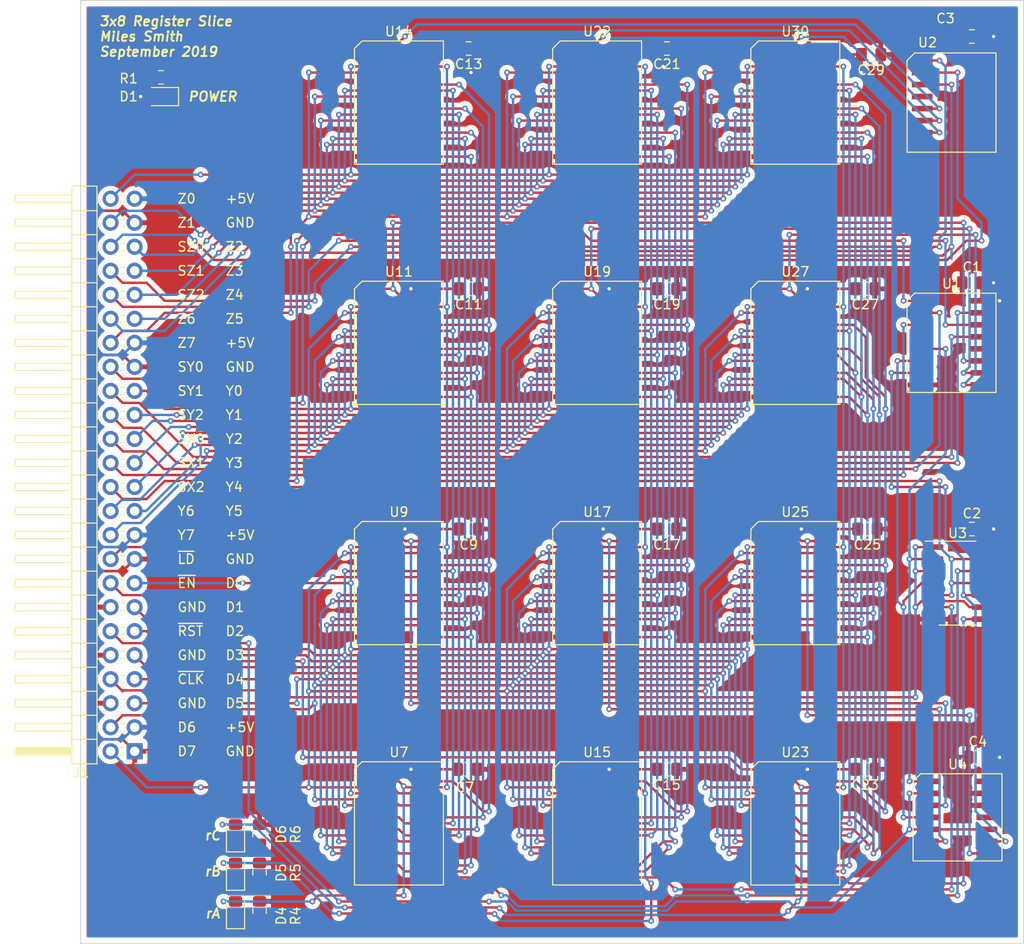
<source format=kicad_pcb>
(kicad_pcb (version 20171130) (host pcbnew "(5.1.6-0-10_14)")
  (layers (0 F.Cu signal) (31 B.Cu signal) (34 B.Paste user) (35 F.Paste user) (36 B.SilkS user) (37 F.SilkS user) (38 B.Mask user) (39 F.Mask user) (44 Edge.Cuts user))
  (net 0 "")
  (net 1 +5V)
  (net 2 GND)
  (net 3 D7)
  (net 4 D6)
  (net 5 D5)
  (net 6 D4)
  (net 7 D3)
  (net 8 D2)
  (net 9 D1)
  (net 10 D0)
  (net 11 Y7)
  (net 12 ~RESET)
  (net 13 Y6)
  (net 14 SEL_X_0)
  (net 15 Y5)
  (net 16 SEL_X_1)
  (net 17 Y4)
  (net 18 ~SEL_X_2)
  (net 19 Y3)
  (net 20 SEL_Y_0)
  (net 21 Y2)
  (net 22 SEL_Y_1)
  (net 23 Y1)
  (net 24 ~SEL_Y_2)
  (net 25 Y0)
  (net 26 SEL_Z_0)
  (net 27 Z7)
  (net 28 SEL_Z_1)
  (net 29 Z6)
  (net 30 ~SEL_Z_2)
  (net 31 Z5)
  (net 32 ~EN_REG_D)
  (net 33 Z4)
  (net 34 ~REG_LOAD)
  (net 35 Z3)
  (net 36 Z2)
  (net 37 ~CLK)
  (net 38 Z1)
  (net 39 Z0)
  (net 40 /~EN_3_Y)
  (net 41 /~EN_3_X)
  (net 42 /~EN_2_Y)
  (net 43 /~EN_2_X)
  (net 44 /~EN_1_Y)
  (net 45 /~EN_1_X)
  (net 46 /~EN_3_Z)
  (net 47 /~EN_2_Z)
  (net 48 /~EN_1_Z)
  (net 49 /register_a/CP)
  (net 50 /register_c/CP)
  (net 51 /register_b/CP)
  (net 52 /register_c/~EN_X)
  (net 53 /register_b/~EN_X)
  (net 54 /register_a/~EN_X)
  (net 55 /register_a/R3)
  (net 56 /register_a/R4)
  (net 57 /register_a/R2)
  (net 58 /register_a/R5)
  (net 59 /register_a/R1)
  (net 60 /register_a/R6)
  (net 61 /register_a/R7)
  (net 62 /register_b/R3)
  (net 63 /register_b/R4)
  (net 64 /register_b/R2)
  (net 65 /register_b/R5)
  (net 66 /register_b/R1)
  (net 67 /register_b/R6)
  (net 68 /register_b/R7)
  (net 69 /register_c/R3)
  (net 70 /register_c/R4)
  (net 71 /register_c/R2)
  (net 72 /register_c/R5)
  (net 73 /register_c/R1)
  (net 74 /register_c/R6)
  (net 75 /register_c/R7)
  (net 76 "Net-(D1-Pad1)")
  (net 77 /R0A)
  (net 78 "Net-(D4-Pad1)")
  (net 79 /R0B)
  (net 80 "Net-(D5-Pad1)")
  (net 81 /R0C)
  (net 82 "Net-(D6-Pad1)")
  (module Resistor_SMD:R_0805_2012Metric_Pad1.15x1.40mm_HandSolder (layer F.Cu) (at 99.568 150.377 90)
    (fp_text reference R6 (at 0 3.81 90) (layer F.SilkS))
    (fp_text value 430)
    (pad 2 smd roundrect (at 1.025 0 90) (size 1.15 1.4) (layers F.Cu F.Paste F.Mask) (roundrect_rratio 0.217391) (net 2 GND))
    (pad 1 smd roundrect (at -1.025 0 90) (size 1.15 1.4) (layers F.Cu F.Paste F.Mask) (roundrect_rratio 0.217391) (net 82 "Net-(D6-Pad1)"))
  )
  (module Resistor_SMD:R_0805_2012Metric_Pad1.15x1.40mm_HandSolder (layer F.Cu) (at 99.568 154.432 90)
    (fp_text reference R5 (at 0 3.81 90) (layer F.SilkS))
    (fp_text value 430)
    (pad 2 smd roundrect (at 1.025 0 90) (size 1.15 1.4) (layers F.Cu F.Paste F.Mask) (roundrect_rratio 0.217391) (net 2 GND))
    (pad 1 smd roundrect (at -1.025 0 90) (size 1.15 1.4) (layers F.Cu F.Paste F.Mask) (roundrect_rratio 0.217391) (net 80 "Net-(D5-Pad1)"))
  )
  (module Resistor_SMD:R_0805_2012Metric_Pad1.15x1.40mm_HandSolder (layer F.Cu) (at 99.568 158.496 90)
    (fp_text reference R4 (at -0.508 3.81 90) (layer F.SilkS))
    (fp_text value 430)
    (pad 2 smd roundrect (at 1.025 0 90) (size 1.15 1.4) (layers F.Cu F.Paste F.Mask) (roundrect_rratio 0.217391) (net 2 GND))
    (pad 1 smd roundrect (at -1.025 0 90) (size 1.15 1.4) (layers F.Cu F.Paste F.Mask) (roundrect_rratio 0.217391) (net 78 "Net-(D4-Pad1)"))
  )
  (module LED_SMD:LED_0805_2012Metric_Pad1.15x1.40mm_HandSolder (layer F.Cu) (at 97.028 150.377 90)
    (fp_text reference D6 (at 0 4.826 90) (layer F.SilkS))
    (fp_text value RED)
    (pad 2 smd roundrect (at 1.025 0 90) (size 1.15 1.4) (layers F.Cu F.Paste F.Mask) (roundrect_rratio 0.217391) (net 81 /R0C))
    (pad 1 smd roundrect (at -1.025 0 90) (size 1.15 1.4) (layers F.Cu F.Paste F.Mask) (roundrect_rratio 0.217391) (net 82 "Net-(D6-Pad1)"))
  )
  (module LED_SMD:LED_0805_2012Metric_Pad1.15x1.40mm_HandSolder (layer F.Cu) (at 97.028 154.441 90)
    (fp_text reference D5 (at 0 4.826 90) (layer F.SilkS))
    (fp_text value RED)
    (pad 2 smd roundrect (at 1.025 0 90) (size 1.15 1.4) (layers F.Cu F.Paste F.Mask) (roundrect_rratio 0.217391) (net 79 /R0B))
    (pad 1 smd roundrect (at -1.025 0 90) (size 1.15 1.4) (layers F.Cu F.Paste F.Mask) (roundrect_rratio 0.217391) (net 80 "Net-(D5-Pad1)"))
  )
  (module LED_SMD:LED_0805_2012Metric_Pad1.15x1.40mm_HandSolder (layer F.Cu) (at 97.028 158.505 90)
    (fp_text reference D4 (at -0.499 4.826 90) (layer F.SilkS))
    (fp_text value RED)
    (pad 2 smd roundrect (at 1.025 0 90) (size 1.15 1.4) (layers F.Cu F.Paste F.Mask) (roundrect_rratio 0.217391) (net 77 /R0A))
    (pad 1 smd roundrect (at -1.025 0 90) (size 1.15 1.4) (layers F.Cu F.Paste F.Mask) (roundrect_rratio 0.217391) (net 78 "Net-(D4-Pad1)"))
  )
  (module Resistor_SMD:R_0805_2012Metric_Pad1.15x1.40mm_HandSolder (layer F.Cu) (at 89.145 70.358 180)
    (fp_text reference R1 (at 3.42 -0.127) (layer F.SilkS))
    (fp_text value 430)
    (pad 2 smd roundrect (at 1.025 0 180) (size 1.15 1.4) (layers F.Cu F.Paste F.Mask) (roundrect_rratio 0.217391) (net 2 GND))
    (pad 1 smd roundrect (at -1.025 0 180) (size 1.15 1.4) (layers F.Cu F.Paste F.Mask) (roundrect_rratio 0.217391) (net 76 "Net-(D1-Pad1)"))
  )
  (module LED_SMD:LED_0805_2012Metric_Pad1.15x1.40mm_HandSolder (layer F.Cu) (at 89.145 72.39 180)
    (fp_text reference D1 (at 3.42 0) (layer F.SilkS))
    (fp_text value GREEN)
    (pad 2 smd roundrect (at 1.025 0 180) (size 1.15 1.4) (layers F.Cu F.Paste F.Mask) (roundrect_rratio 0.217391) (net 1 +5V))
    (pad 1 smd roundrect (at -1.025 0 180) (size 1.15 1.4) (layers F.Cu F.Paste F.Mask) (roundrect_rratio 0.217391) (net 76 "Net-(D1-Pad1)"))
  )
  (module Capacitor_SMD:C_0805_2012Metric_Pad1.15x1.40mm_HandSolder (layer F.Cu) (at 175.505 142.24)
    (fp_text reference C4 (at 0 -1.65) (layer F.SilkS))
    (fp_text value "0.1 uF")
    (pad 2 smd roundrect (at 1.025 0) (size 1.15 1.4) (layers F.Cu F.Paste F.Mask) (roundrect_rratio 0.217391) (net 1 +5V))
    (pad 1 smd roundrect (at -1.025 0) (size 1.15 1.4) (layers F.Cu F.Paste F.Mask) (roundrect_rratio 0.217391) (net 2 GND))
  )
  (module Package_SO:SOIC-14-6.2mm (layer F.Cu) (at 173.355 148.59 270)
    (fp_text reference U4 (at -5.61 0) (layer F.SilkS))
    (fp_text value 74LS32)
    (pad 7 smd rect (at 3.81 3.1 270) (size 0.6 2.2) (layers F.Cu F.Paste F.Mask) (net 2 GND))
    (pad 8 smd rect (at 3.81 -3.1 270) (size 0.6 2.2) (layers F.Cu F.Paste F.Mask) (net 52 /register_c/~EN_X))
    (pad 6 smd rect (at 2.54 3.1 270) (size 0.6 2.2) (layers F.Cu F.Paste F.Mask) (net 53 /register_b/~EN_X))
    (pad 9 smd rect (at 2.54 -3.1 270) (size 0.6 2.2) (layers F.Cu F.Paste F.Mask) (net 41 /~EN_3_X))
    (pad 5 smd rect (at 1.27 3.1 270) (size 0.6 2.2) (layers F.Cu F.Paste F.Mask) (net 32 ~EN_REG_D))
    (pad 10 smd rect (at 1.27 -3.1 270) (size 0.6 2.2) (layers F.Cu F.Paste F.Mask) (net 32 ~EN_REG_D))
    (pad 4 smd rect (at 0 3.1 270) (size 0.6 2.2) (layers F.Cu F.Paste F.Mask) (net 43 /~EN_2_X))
    (pad 11 smd rect (at 0 -3.1 270) (size 0.6 2.2) (layers F.Cu F.Paste F.Mask))
    (pad 3 smd rect (at -1.27 3.1 270) (size 0.6 2.2) (layers F.Cu F.Paste F.Mask) (net 54 /register_a/~EN_X))
    (pad 12 smd rect (at -1.27 -3.1 270) (size 0.6 2.2) (layers F.Cu F.Paste F.Mask) (net 2 GND))
    (pad 2 smd rect (at -2.54 3.1 270) (size 0.6 2.2) (layers F.Cu F.Paste F.Mask) (net 32 ~EN_REG_D))
    (pad 13 smd rect (at -2.54 -3.1 270) (size 0.6 2.2) (layers F.Cu F.Paste F.Mask) (net 2 GND))
    (pad 1 smd rect (at -3.81 3.1 270) (size 0.6 2.2) (layers F.Cu F.Paste F.Mask) (net 45 /~EN_1_X))
    (pad 14 smd rect (at -3.81 -3.1 270) (size 0.6 2.2) (layers F.Cu F.Paste F.Mask) (net 1 +5V))
  )
  (module Package_SO:SOIC-20-6.2mm (layer F.Cu) (at 156.21 73.025 270)
    (fp_text reference U30 (at -7.515 0) (layer F.SilkS))
    (fp_text value 74LS244)
    (pad 10 smd rect (at 5.715 3.1 270) (size 0.6 2.2) (layers F.Cu F.Paste F.Mask) (net 2 GND))
    (pad 11 smd rect (at 5.715 -3.1 270) (size 0.6 2.2) (layers F.Cu F.Paste F.Mask) (net 70 /register_c/R4))
    (pad 9 smd rect (at 4.445 3.1 270) (size 0.6 2.2) (layers F.Cu F.Paste F.Mask) (net 33 Z4))
    (pad 12 smd rect (at 4.445 -3.1 270) (size 0.6 2.2) (layers F.Cu F.Paste F.Mask) (net 35 Z3))
    (pad 8 smd rect (at 3.175 3.1 270) (size 0.6 2.2) (layers F.Cu F.Paste F.Mask) (net 69 /register_c/R3))
    (pad 13 smd rect (at 3.175 -3.1 270) (size 0.6 2.2) (layers F.Cu F.Paste F.Mask) (net 72 /register_c/R5))
    (pad 7 smd rect (at 1.905 3.1 270) (size 0.6 2.2) (layers F.Cu F.Paste F.Mask) (net 31 Z5))
    (pad 14 smd rect (at 1.905 -3.1 270) (size 0.6 2.2) (layers F.Cu F.Paste F.Mask) (net 36 Z2))
    (pad 6 smd rect (at 0.635 3.1 270) (size 0.6 2.2) (layers F.Cu F.Paste F.Mask) (net 71 /register_c/R2))
    (pad 15 smd rect (at 0.635 -3.1 270) (size 0.6 2.2) (layers F.Cu F.Paste F.Mask) (net 74 /register_c/R6))
    (pad 5 smd rect (at -0.635 3.1 270) (size 0.6 2.2) (layers F.Cu F.Paste F.Mask) (net 29 Z6))
    (pad 16 smd rect (at -0.635 -3.1 270) (size 0.6 2.2) (layers F.Cu F.Paste F.Mask) (net 38 Z1))
    (pad 4 smd rect (at -1.905 3.1 270) (size 0.6 2.2) (layers F.Cu F.Paste F.Mask) (net 73 /register_c/R1))
    (pad 17 smd rect (at -1.905 -3.1 270) (size 0.6 2.2) (layers F.Cu F.Paste F.Mask) (net 75 /register_c/R7))
    (pad 3 smd rect (at -3.175 3.1 270) (size 0.6 2.2) (layers F.Cu F.Paste F.Mask) (net 27 Z7))
    (pad 18 smd rect (at -3.175 -3.1 270) (size 0.6 2.2) (layers F.Cu F.Paste F.Mask) (net 39 Z0))
    (pad 2 smd rect (at -4.445 3.1 270) (size 0.6 2.2) (layers F.Cu F.Paste F.Mask) (net 81 /R0C))
    (pad 19 smd rect (at -4.445 -3.1 270) (size 0.6 2.2) (layers F.Cu F.Paste F.Mask) (net 46 /~EN_3_Z))
    (pad 1 smd rect (at -5.715 3.1 270) (size 0.6 2.2) (layers F.Cu F.Paste F.Mask) (net 46 /~EN_3_Z))
    (pad 20 smd rect (at -5.715 -3.1 270) (size 0.6 2.2) (layers F.Cu F.Paste F.Mask) (net 1 +5V))
  )
  (module Package_SO:SOIC-20-6.2mm (layer F.Cu) (at 156.21 98.425 270)
    (fp_text reference U27 (at -7.515 0) (layer F.SilkS))
    (fp_text value 74LS244)
    (pad 10 smd rect (at 5.715 3.1 270) (size 0.6 2.2) (layers F.Cu F.Paste F.Mask) (net 2 GND))
    (pad 11 smd rect (at 5.715 -3.1 270) (size 0.6 2.2) (layers F.Cu F.Paste F.Mask) (net 70 /register_c/R4))
    (pad 9 smd rect (at 4.445 3.1 270) (size 0.6 2.2) (layers F.Cu F.Paste F.Mask) (net 17 Y4))
    (pad 12 smd rect (at 4.445 -3.1 270) (size 0.6 2.2) (layers F.Cu F.Paste F.Mask) (net 19 Y3))
    (pad 8 smd rect (at 3.175 3.1 270) (size 0.6 2.2) (layers F.Cu F.Paste F.Mask) (net 69 /register_c/R3))
    (pad 13 smd rect (at 3.175 -3.1 270) (size 0.6 2.2) (layers F.Cu F.Paste F.Mask) (net 72 /register_c/R5))
    (pad 7 smd rect (at 1.905 3.1 270) (size 0.6 2.2) (layers F.Cu F.Paste F.Mask) (net 15 Y5))
    (pad 14 smd rect (at 1.905 -3.1 270) (size 0.6 2.2) (layers F.Cu F.Paste F.Mask) (net 21 Y2))
    (pad 6 smd rect (at 0.635 3.1 270) (size 0.6 2.2) (layers F.Cu F.Paste F.Mask) (net 71 /register_c/R2))
    (pad 15 smd rect (at 0.635 -3.1 270) (size 0.6 2.2) (layers F.Cu F.Paste F.Mask) (net 74 /register_c/R6))
    (pad 5 smd rect (at -0.635 3.1 270) (size 0.6 2.2) (layers F.Cu F.Paste F.Mask) (net 13 Y6))
    (pad 16 smd rect (at -0.635 -3.1 270) (size 0.6 2.2) (layers F.Cu F.Paste F.Mask) (net 23 Y1))
    (pad 4 smd rect (at -1.905 3.1 270) (size 0.6 2.2) (layers F.Cu F.Paste F.Mask) (net 73 /register_c/R1))
    (pad 17 smd rect (at -1.905 -3.1 270) (size 0.6 2.2) (layers F.Cu F.Paste F.Mask) (net 75 /register_c/R7))
    (pad 3 smd rect (at -3.175 3.1 270) (size 0.6 2.2) (layers F.Cu F.Paste F.Mask) (net 11 Y7))
    (pad 18 smd rect (at -3.175 -3.1 270) (size 0.6 2.2) (layers F.Cu F.Paste F.Mask) (net 25 Y0))
    (pad 2 smd rect (at -4.445 3.1 270) (size 0.6 2.2) (layers F.Cu F.Paste F.Mask) (net 81 /R0C))
    (pad 19 smd rect (at -4.445 -3.1 270) (size 0.6 2.2) (layers F.Cu F.Paste F.Mask) (net 40 /~EN_3_Y))
    (pad 1 smd rect (at -5.715 3.1 270) (size 0.6 2.2) (layers F.Cu F.Paste F.Mask) (net 40 /~EN_3_Y))
    (pad 20 smd rect (at -5.715 -3.1 270) (size 0.6 2.2) (layers F.Cu F.Paste F.Mask) (net 1 +5V))
  )
  (module Package_SO:SOIC-20-6.2mm (layer F.Cu) (at 156.21 123.825 270)
    (fp_text reference U25 (at -7.515 0) (layer F.SilkS))
    (fp_text value 74LS244)
    (pad 10 smd rect (at 5.715 3.1 270) (size 0.6 2.2) (layers F.Cu F.Paste F.Mask) (net 2 GND))
    (pad 11 smd rect (at 5.715 -3.1 270) (size 0.6 2.2) (layers F.Cu F.Paste F.Mask) (net 70 /register_c/R4))
    (pad 9 smd rect (at 4.445 3.1 270) (size 0.6 2.2) (layers F.Cu F.Paste F.Mask) (net 6 D4))
    (pad 12 smd rect (at 4.445 -3.1 270) (size 0.6 2.2) (layers F.Cu F.Paste F.Mask) (net 7 D3))
    (pad 8 smd rect (at 3.175 3.1 270) (size 0.6 2.2) (layers F.Cu F.Paste F.Mask) (net 69 /register_c/R3))
    (pad 13 smd rect (at 3.175 -3.1 270) (size 0.6 2.2) (layers F.Cu F.Paste F.Mask) (net 72 /register_c/R5))
    (pad 7 smd rect (at 1.905 3.1 270) (size 0.6 2.2) (layers F.Cu F.Paste F.Mask) (net 5 D5))
    (pad 14 smd rect (at 1.905 -3.1 270) (size 0.6 2.2) (layers F.Cu F.Paste F.Mask) (net 8 D2))
    (pad 6 smd rect (at 0.635 3.1 270) (size 0.6 2.2) (layers F.Cu F.Paste F.Mask) (net 71 /register_c/R2))
    (pad 15 smd rect (at 0.635 -3.1 270) (size 0.6 2.2) (layers F.Cu F.Paste F.Mask) (net 74 /register_c/R6))
    (pad 5 smd rect (at -0.635 3.1 270) (size 0.6 2.2) (layers F.Cu F.Paste F.Mask) (net 4 D6))
    (pad 16 smd rect (at -0.635 -3.1 270) (size 0.6 2.2) (layers F.Cu F.Paste F.Mask) (net 9 D1))
    (pad 4 smd rect (at -1.905 3.1 270) (size 0.6 2.2) (layers F.Cu F.Paste F.Mask) (net 73 /register_c/R1))
    (pad 17 smd rect (at -1.905 -3.1 270) (size 0.6 2.2) (layers F.Cu F.Paste F.Mask) (net 75 /register_c/R7))
    (pad 3 smd rect (at -3.175 3.1 270) (size 0.6 2.2) (layers F.Cu F.Paste F.Mask) (net 3 D7))
    (pad 18 smd rect (at -3.175 -3.1 270) (size 0.6 2.2) (layers F.Cu F.Paste F.Mask) (net 10 D0))
    (pad 2 smd rect (at -4.445 3.1 270) (size 0.6 2.2) (layers F.Cu F.Paste F.Mask) (net 81 /R0C))
    (pad 19 smd rect (at -4.445 -3.1 270) (size 0.6 2.2) (layers F.Cu F.Paste F.Mask) (net 52 /register_c/~EN_X))
    (pad 1 smd rect (at -5.715 3.1 270) (size 0.6 2.2) (layers F.Cu F.Paste F.Mask) (net 52 /register_c/~EN_X))
    (pad 20 smd rect (at -5.715 -3.1 270) (size 0.6 2.2) (layers F.Cu F.Paste F.Mask) (net 1 +5V))
  )
  (module Package_SO:SOIC-20-6.2mm (layer F.Cu) (at 156.21 149.225 270)
    (fp_text reference U23 (at -7.515 0) (layer F.SilkS))
    (fp_text value 74LS273)
    (pad 10 smd rect (at 5.715 3.1 270) (size 0.6 2.2) (layers F.Cu F.Paste F.Mask) (net 2 GND))
    (pad 11 smd rect (at 5.715 -3.1 270) (size 0.6 2.2) (layers F.Cu F.Paste F.Mask) (net 50 /register_c/CP))
    (pad 9 smd rect (at 4.445 3.1 270) (size 0.6 2.2) (layers F.Cu F.Paste F.Mask) (net 69 /register_c/R3))
    (pad 12 smd rect (at 4.445 -3.1 270) (size 0.6 2.2) (layers F.Cu F.Paste F.Mask) (net 70 /register_c/R4))
    (pad 8 smd rect (at 3.175 3.1 270) (size 0.6 2.2) (layers F.Cu F.Paste F.Mask) (net 7 D3))
    (pad 13 smd rect (at 3.175 -3.1 270) (size 0.6 2.2) (layers F.Cu F.Paste F.Mask) (net 6 D4))
    (pad 7 smd rect (at 1.905 3.1 270) (size 0.6 2.2) (layers F.Cu F.Paste F.Mask) (net 8 D2))
    (pad 14 smd rect (at 1.905 -3.1 270) (size 0.6 2.2) (layers F.Cu F.Paste F.Mask) (net 5 D5))
    (pad 6 smd rect (at 0.635 3.1 270) (size 0.6 2.2) (layers F.Cu F.Paste F.Mask) (net 71 /register_c/R2))
    (pad 15 smd rect (at 0.635 -3.1 270) (size 0.6 2.2) (layers F.Cu F.Paste F.Mask) (net 72 /register_c/R5))
    (pad 5 smd rect (at -0.635 3.1 270) (size 0.6 2.2) (layers F.Cu F.Paste F.Mask) (net 73 /register_c/R1))
    (pad 16 smd rect (at -0.635 -3.1 270) (size 0.6 2.2) (layers F.Cu F.Paste F.Mask) (net 74 /register_c/R6))
    (pad 4 smd rect (at -1.905 3.1 270) (size 0.6 2.2) (layers F.Cu F.Paste F.Mask) (net 9 D1))
    (pad 17 smd rect (at -1.905 -3.1 270) (size 0.6 2.2) (layers F.Cu F.Paste F.Mask) (net 4 D6))
    (pad 3 smd rect (at -3.175 3.1 270) (size 0.6 2.2) (layers F.Cu F.Paste F.Mask) (net 10 D0))
    (pad 18 smd rect (at -3.175 -3.1 270) (size 0.6 2.2) (layers F.Cu F.Paste F.Mask) (net 3 D7))
    (pad 2 smd rect (at -4.445 3.1 270) (size 0.6 2.2) (layers F.Cu F.Paste F.Mask) (net 81 /R0C))
    (pad 19 smd rect (at -4.445 -3.1 270) (size 0.6 2.2) (layers F.Cu F.Paste F.Mask) (net 75 /register_c/R7))
    (pad 1 smd rect (at -5.715 3.1 270) (size 0.6 2.2) (layers F.Cu F.Paste F.Mask) (net 12 ~RESET))
    (pad 20 smd rect (at -5.715 -3.1 270) (size 0.6 2.2) (layers F.Cu F.Paste F.Mask) (net 1 +5V))
  )
  (module Package_SO:SOIC-20-6.2mm (layer F.Cu) (at 135.255 73.025 270)
    (fp_text reference U22 (at -7.515 0) (layer F.SilkS))
    (fp_text value 74LS244)
    (pad 10 smd rect (at 5.715 3.1 270) (size 0.6 2.2) (layers F.Cu F.Paste F.Mask) (net 2 GND))
    (pad 11 smd rect (at 5.715 -3.1 270) (size 0.6 2.2) (layers F.Cu F.Paste F.Mask) (net 63 /register_b/R4))
    (pad 9 smd rect (at 4.445 3.1 270) (size 0.6 2.2) (layers F.Cu F.Paste F.Mask) (net 33 Z4))
    (pad 12 smd rect (at 4.445 -3.1 270) (size 0.6 2.2) (layers F.Cu F.Paste F.Mask) (net 35 Z3))
    (pad 8 smd rect (at 3.175 3.1 270) (size 0.6 2.2) (layers F.Cu F.Paste F.Mask) (net 62 /register_b/R3))
    (pad 13 smd rect (at 3.175 -3.1 270) (size 0.6 2.2) (layers F.Cu F.Paste F.Mask) (net 65 /register_b/R5))
    (pad 7 smd rect (at 1.905 3.1 270) (size 0.6 2.2) (layers F.Cu F.Paste F.Mask) (net 31 Z5))
    (pad 14 smd rect (at 1.905 -3.1 270) (size 0.6 2.2) (layers F.Cu F.Paste F.Mask) (net 36 Z2))
    (pad 6 smd rect (at 0.635 3.1 270) (size 0.6 2.2) (layers F.Cu F.Paste F.Mask) (net 64 /register_b/R2))
    (pad 15 smd rect (at 0.635 -3.1 270) (size 0.6 2.2) (layers F.Cu F.Paste F.Mask) (net 67 /register_b/R6))
    (pad 5 smd rect (at -0.635 3.1 270) (size 0.6 2.2) (layers F.Cu F.Paste F.Mask) (net 29 Z6))
    (pad 16 smd rect (at -0.635 -3.1 270) (size 0.6 2.2) (layers F.Cu F.Paste F.Mask) (net 38 Z1))
    (pad 4 smd rect (at -1.905 3.1 270) (size 0.6 2.2) (layers F.Cu F.Paste F.Mask) (net 66 /register_b/R1))
    (pad 17 smd rect (at -1.905 -3.1 270) (size 0.6 2.2) (layers F.Cu F.Paste F.Mask) (net 68 /register_b/R7))
    (pad 3 smd rect (at -3.175 3.1 270) (size 0.6 2.2) (layers F.Cu F.Paste F.Mask) (net 27 Z7))
    (pad 18 smd rect (at -3.175 -3.1 270) (size 0.6 2.2) (layers F.Cu F.Paste F.Mask) (net 39 Z0))
    (pad 2 smd rect (at -4.445 3.1 270) (size 0.6 2.2) (layers F.Cu F.Paste F.Mask) (net 79 /R0B))
    (pad 19 smd rect (at -4.445 -3.1 270) (size 0.6 2.2) (layers F.Cu F.Paste F.Mask) (net 47 /~EN_2_Z))
    (pad 1 smd rect (at -5.715 3.1 270) (size 0.6 2.2) (layers F.Cu F.Paste F.Mask) (net 47 /~EN_2_Z))
    (pad 20 smd rect (at -5.715 -3.1 270) (size 0.6 2.2) (layers F.Cu F.Paste F.Mask) (net 1 +5V))
  )
  (module Package_SO:SOIC-20-6.2mm (layer F.Cu) (at 135.255 98.425 270)
    (fp_text reference U19 (at -7.515 0) (layer F.SilkS))
    (fp_text value 74LS244)
    (pad 10 smd rect (at 5.715 3.1 270) (size 0.6 2.2) (layers F.Cu F.Paste F.Mask) (net 2 GND))
    (pad 11 smd rect (at 5.715 -3.1 270) (size 0.6 2.2) (layers F.Cu F.Paste F.Mask) (net 63 /register_b/R4))
    (pad 9 smd rect (at 4.445 3.1 270) (size 0.6 2.2) (layers F.Cu F.Paste F.Mask) (net 17 Y4))
    (pad 12 smd rect (at 4.445 -3.1 270) (size 0.6 2.2) (layers F.Cu F.Paste F.Mask) (net 19 Y3))
    (pad 8 smd rect (at 3.175 3.1 270) (size 0.6 2.2) (layers F.Cu F.Paste F.Mask) (net 62 /register_b/R3))
    (pad 13 smd rect (at 3.175 -3.1 270) (size 0.6 2.2) (layers F.Cu F.Paste F.Mask) (net 65 /register_b/R5))
    (pad 7 smd rect (at 1.905 3.1 270) (size 0.6 2.2) (layers F.Cu F.Paste F.Mask) (net 15 Y5))
    (pad 14 smd rect (at 1.905 -3.1 270) (size 0.6 2.2) (layers F.Cu F.Paste F.Mask) (net 21 Y2))
    (pad 6 smd rect (at 0.635 3.1 270) (size 0.6 2.2) (layers F.Cu F.Paste F.Mask) (net 64 /register_b/R2))
    (pad 15 smd rect (at 0.635 -3.1 270) (size 0.6 2.2) (layers F.Cu F.Paste F.Mask) (net 67 /register_b/R6))
    (pad 5 smd rect (at -0.635 3.1 270) (size 0.6 2.2) (layers F.Cu F.Paste F.Mask) (net 13 Y6))
    (pad 16 smd rect (at -0.635 -3.1 270) (size 0.6 2.2) (layers F.Cu F.Paste F.Mask) (net 23 Y1))
    (pad 4 smd rect (at -1.905 3.1 270) (size 0.6 2.2) (layers F.Cu F.Paste F.Mask) (net 66 /register_b/R1))
    (pad 17 smd rect (at -1.905 -3.1 270) (size 0.6 2.2) (layers F.Cu F.Paste F.Mask) (net 68 /register_b/R7))
    (pad 3 smd rect (at -3.175 3.1 270) (size 0.6 2.2) (layers F.Cu F.Paste F.Mask) (net 11 Y7))
    (pad 18 smd rect (at -3.175 -3.1 270) (size 0.6 2.2) (layers F.Cu F.Paste F.Mask) (net 25 Y0))
    (pad 2 smd rect (at -4.445 3.1 270) (size 0.6 2.2) (layers F.Cu F.Paste F.Mask) (net 79 /R0B))
    (pad 19 smd rect (at -4.445 -3.1 270) (size 0.6 2.2) (layers F.Cu F.Paste F.Mask) (net 42 /~EN_2_Y))
    (pad 1 smd rect (at -5.715 3.1 270) (size 0.6 2.2) (layers F.Cu F.Paste F.Mask) (net 42 /~EN_2_Y))
    (pad 20 smd rect (at -5.715 -3.1 270) (size 0.6 2.2) (layers F.Cu F.Paste F.Mask) (net 1 +5V))
  )
  (module Package_SO:SOIC-20-6.2mm (layer F.Cu) (at 135.255 123.825 270)
    (fp_text reference U17 (at -7.515 0) (layer F.SilkS))
    (fp_text value 74LS244)
    (pad 10 smd rect (at 5.715 3.1 270) (size 0.6 2.2) (layers F.Cu F.Paste F.Mask) (net 2 GND))
    (pad 11 smd rect (at 5.715 -3.1 270) (size 0.6 2.2) (layers F.Cu F.Paste F.Mask) (net 63 /register_b/R4))
    (pad 9 smd rect (at 4.445 3.1 270) (size 0.6 2.2) (layers F.Cu F.Paste F.Mask) (net 6 D4))
    (pad 12 smd rect (at 4.445 -3.1 270) (size 0.6 2.2) (layers F.Cu F.Paste F.Mask) (net 7 D3))
    (pad 8 smd rect (at 3.175 3.1 270) (size 0.6 2.2) (layers F.Cu F.Paste F.Mask) (net 62 /register_b/R3))
    (pad 13 smd rect (at 3.175 -3.1 270) (size 0.6 2.2) (layers F.Cu F.Paste F.Mask) (net 65 /register_b/R5))
    (pad 7 smd rect (at 1.905 3.1 270) (size 0.6 2.2) (layers F.Cu F.Paste F.Mask) (net 5 D5))
    (pad 14 smd rect (at 1.905 -3.1 270) (size 0.6 2.2) (layers F.Cu F.Paste F.Mask) (net 8 D2))
    (pad 6 smd rect (at 0.635 3.1 270) (size 0.6 2.2) (layers F.Cu F.Paste F.Mask) (net 64 /register_b/R2))
    (pad 15 smd rect (at 0.635 -3.1 270) (size 0.6 2.2) (layers F.Cu F.Paste F.Mask) (net 67 /register_b/R6))
    (pad 5 smd rect (at -0.635 3.1 270) (size 0.6 2.2) (layers F.Cu F.Paste F.Mask) (net 4 D6))
    (pad 16 smd rect (at -0.635 -3.1 270) (size 0.6 2.2) (layers F.Cu F.Paste F.Mask) (net 9 D1))
    (pad 4 smd rect (at -1.905 3.1 270) (size 0.6 2.2) (layers F.Cu F.Paste F.Mask) (net 66 /register_b/R1))
    (pad 17 smd rect (at -1.905 -3.1 270) (size 0.6 2.2) (layers F.Cu F.Paste F.Mask) (net 68 /register_b/R7))
    (pad 3 smd rect (at -3.175 3.1 270) (size 0.6 2.2) (layers F.Cu F.Paste F.Mask) (net 3 D7))
    (pad 18 smd rect (at -3.175 -3.1 270) (size 0.6 2.2) (layers F.Cu F.Paste F.Mask) (net 10 D0))
    (pad 2 smd rect (at -4.445 3.1 270) (size 0.6 2.2) (layers F.Cu F.Paste F.Mask) (net 79 /R0B))
    (pad 19 smd rect (at -4.445 -3.1 270) (size 0.6 2.2) (layers F.Cu F.Paste F.Mask) (net 53 /register_b/~EN_X))
    (pad 1 smd rect (at -5.715 3.1 270) (size 0.6 2.2) (layers F.Cu F.Paste F.Mask) (net 53 /register_b/~EN_X))
    (pad 20 smd rect (at -5.715 -3.1 270) (size 0.6 2.2) (layers F.Cu F.Paste F.Mask) (net 1 +5V))
  )
  (module Package_SO:SOIC-20-6.2mm (layer F.Cu) (at 135.255 149.225 270)
    (fp_text reference U15 (at -7.515 0) (layer F.SilkS))
    (fp_text value 74LS273)
    (pad 10 smd rect (at 5.715 3.1 270) (size 0.6 2.2) (layers F.Cu F.Paste F.Mask) (net 2 GND))
    (pad 11 smd rect (at 5.715 -3.1 270) (size 0.6 2.2) (layers F.Cu F.Paste F.Mask) (net 51 /register_b/CP))
    (pad 9 smd rect (at 4.445 3.1 270) (size 0.6 2.2) (layers F.Cu F.Paste F.Mask) (net 62 /register_b/R3))
    (pad 12 smd rect (at 4.445 -3.1 270) (size 0.6 2.2) (layers F.Cu F.Paste F.Mask) (net 63 /register_b/R4))
    (pad 8 smd rect (at 3.175 3.1 270) (size 0.6 2.2) (layers F.Cu F.Paste F.Mask) (net 7 D3))
    (pad 13 smd rect (at 3.175 -3.1 270) (size 0.6 2.2) (layers F.Cu F.Paste F.Mask) (net 6 D4))
    (pad 7 smd rect (at 1.905 3.1 270) (size 0.6 2.2) (layers F.Cu F.Paste F.Mask) (net 8 D2))
    (pad 14 smd rect (at 1.905 -3.1 270) (size 0.6 2.2) (layers F.Cu F.Paste F.Mask) (net 5 D5))
    (pad 6 smd rect (at 0.635 3.1 270) (size 0.6 2.2) (layers F.Cu F.Paste F.Mask) (net 64 /register_b/R2))
    (pad 15 smd rect (at 0.635 -3.1 270) (size 0.6 2.2) (layers F.Cu F.Paste F.Mask) (net 65 /register_b/R5))
    (pad 5 smd rect (at -0.635 3.1 270) (size 0.6 2.2) (layers F.Cu F.Paste F.Mask) (net 66 /register_b/R1))
    (pad 16 smd rect (at -0.635 -3.1 270) (size 0.6 2.2) (layers F.Cu F.Paste F.Mask) (net 67 /register_b/R6))
    (pad 4 smd rect (at -1.905 3.1 270) (size 0.6 2.2) (layers F.Cu F.Paste F.Mask) (net 9 D1))
    (pad 17 smd rect (at -1.905 -3.1 270) (size 0.6 2.2) (layers F.Cu F.Paste F.Mask) (net 4 D6))
    (pad 3 smd rect (at -3.175 3.1 270) (size 0.6 2.2) (layers F.Cu F.Paste F.Mask) (net 10 D0))
    (pad 18 smd rect (at -3.175 -3.1 270) (size 0.6 2.2) (layers F.Cu F.Paste F.Mask) (net 3 D7))
    (pad 2 smd rect (at -4.445 3.1 270) (size 0.6 2.2) (layers F.Cu F.Paste F.Mask) (net 79 /R0B))
    (pad 19 smd rect (at -4.445 -3.1 270) (size 0.6 2.2) (layers F.Cu F.Paste F.Mask) (net 68 /register_b/R7))
    (pad 1 smd rect (at -5.715 3.1 270) (size 0.6 2.2) (layers F.Cu F.Paste F.Mask) (net 12 ~RESET))
    (pad 20 smd rect (at -5.715 -3.1 270) (size 0.6 2.2) (layers F.Cu F.Paste F.Mask) (net 1 +5V))
  )
  (module Package_SO:SOIC-20-6.2mm (layer F.Cu) (at 114.3 73.025 270)
    (fp_text reference U14 (at -7.515 0) (layer F.SilkS))
    (fp_text value 74LS244)
    (pad 10 smd rect (at 5.715 3.1 270) (size 0.6 2.2) (layers F.Cu F.Paste F.Mask) (net 2 GND))
    (pad 11 smd rect (at 5.715 -3.1 270) (size 0.6 2.2) (layers F.Cu F.Paste F.Mask) (net 56 /register_a/R4))
    (pad 9 smd rect (at 4.445 3.1 270) (size 0.6 2.2) (layers F.Cu F.Paste F.Mask) (net 33 Z4))
    (pad 12 smd rect (at 4.445 -3.1 270) (size 0.6 2.2) (layers F.Cu F.Paste F.Mask) (net 35 Z3))
    (pad 8 smd rect (at 3.175 3.1 270) (size 0.6 2.2) (layers F.Cu F.Paste F.Mask) (net 55 /register_a/R3))
    (pad 13 smd rect (at 3.175 -3.1 270) (size 0.6 2.2) (layers F.Cu F.Paste F.Mask) (net 58 /register_a/R5))
    (pad 7 smd rect (at 1.905 3.1 270) (size 0.6 2.2) (layers F.Cu F.Paste F.Mask) (net 31 Z5))
    (pad 14 smd rect (at 1.905 -3.1 270) (size 0.6 2.2) (layers F.Cu F.Paste F.Mask) (net 36 Z2))
    (pad 6 smd rect (at 0.635 3.1 270) (size 0.6 2.2) (layers F.Cu F.Paste F.Mask) (net 57 /register_a/R2))
    (pad 15 smd rect (at 0.635 -3.1 270) (size 0.6 2.2) (layers F.Cu F.Paste F.Mask) (net 60 /register_a/R6))
    (pad 5 smd rect (at -0.635 3.1 270) (size 0.6 2.2) (layers F.Cu F.Paste F.Mask) (net 29 Z6))
    (pad 16 smd rect (at -0.635 -3.1 270) (size 0.6 2.2) (layers F.Cu F.Paste F.Mask) (net 38 Z1))
    (pad 4 smd rect (at -1.905 3.1 270) (size 0.6 2.2) (layers F.Cu F.Paste F.Mask) (net 59 /register_a/R1))
    (pad 17 smd rect (at -1.905 -3.1 270) (size 0.6 2.2) (layers F.Cu F.Paste F.Mask) (net 61 /register_a/R7))
    (pad 3 smd rect (at -3.175 3.1 270) (size 0.6 2.2) (layers F.Cu F.Paste F.Mask) (net 27 Z7))
    (pad 18 smd rect (at -3.175 -3.1 270) (size 0.6 2.2) (layers F.Cu F.Paste F.Mask) (net 39 Z0))
    (pad 2 smd rect (at -4.445 3.1 270) (size 0.6 2.2) (layers F.Cu F.Paste F.Mask) (net 77 /R0A))
    (pad 19 smd rect (at -4.445 -3.1 270) (size 0.6 2.2) (layers F.Cu F.Paste F.Mask) (net 48 /~EN_1_Z))
    (pad 1 smd rect (at -5.715 3.1 270) (size 0.6 2.2) (layers F.Cu F.Paste F.Mask) (net 48 /~EN_1_Z))
    (pad 20 smd rect (at -5.715 -3.1 270) (size 0.6 2.2) (layers F.Cu F.Paste F.Mask) (net 1 +5V))
  )
  (module Package_SO:SOIC-20-6.2mm (layer F.Cu) (at 114.3 98.425 270)
    (fp_text reference U11 (at -7.515 0) (layer F.SilkS))
    (fp_text value 74LS244)
    (pad 10 smd rect (at 5.715 3.1 270) (size 0.6 2.2) (layers F.Cu F.Paste F.Mask) (net 2 GND))
    (pad 11 smd rect (at 5.715 -3.1 270) (size 0.6 2.2) (layers F.Cu F.Paste F.Mask) (net 56 /register_a/R4))
    (pad 9 smd rect (at 4.445 3.1 270) (size 0.6 2.2) (layers F.Cu F.Paste F.Mask) (net 17 Y4))
    (pad 12 smd rect (at 4.445 -3.1 270) (size 0.6 2.2) (layers F.Cu F.Paste F.Mask) (net 19 Y3))
    (pad 8 smd rect (at 3.175 3.1 270) (size 0.6 2.2) (layers F.Cu F.Paste F.Mask) (net 55 /register_a/R3))
    (pad 13 smd rect (at 3.175 -3.1 270) (size 0.6 2.2) (layers F.Cu F.Paste F.Mask) (net 58 /register_a/R5))
    (pad 7 smd rect (at 1.905 3.1 270) (size 0.6 2.2) (layers F.Cu F.Paste F.Mask) (net 15 Y5))
    (pad 14 smd rect (at 1.905 -3.1 270) (size 0.6 2.2) (layers F.Cu F.Paste F.Mask) (net 21 Y2))
    (pad 6 smd rect (at 0.635 3.1 270) (size 0.6 2.2) (layers F.Cu F.Paste F.Mask) (net 57 /register_a/R2))
    (pad 15 smd rect (at 0.635 -3.1 270) (size 0.6 2.2) (layers F.Cu F.Paste F.Mask) (net 60 /register_a/R6))
    (pad 5 smd rect (at -0.635 3.1 270) (size 0.6 2.2) (layers F.Cu F.Paste F.Mask) (net 13 Y6))
    (pad 16 smd rect (at -0.635 -3.1 270) (size 0.6 2.2) (layers F.Cu F.Paste F.Mask) (net 23 Y1))
    (pad 4 smd rect (at -1.905 3.1 270) (size 0.6 2.2) (layers F.Cu F.Paste F.Mask) (net 59 /register_a/R1))
    (pad 17 smd rect (at -1.905 -3.1 270) (size 0.6 2.2) (layers F.Cu F.Paste F.Mask) (net 61 /register_a/R7))
    (pad 3 smd rect (at -3.175 3.1 270) (size 0.6 2.2) (layers F.Cu F.Paste F.Mask) (net 11 Y7))
    (pad 18 smd rect (at -3.175 -3.1 270) (size 0.6 2.2) (layers F.Cu F.Paste F.Mask) (net 25 Y0))
    (pad 2 smd rect (at -4.445 3.1 270) (size 0.6 2.2) (layers F.Cu F.Paste F.Mask) (net 77 /R0A))
    (pad 19 smd rect (at -4.445 -3.1 270) (size 0.6 2.2) (layers F.Cu F.Paste F.Mask) (net 44 /~EN_1_Y))
    (pad 1 smd rect (at -5.715 3.1 270) (size 0.6 2.2) (layers F.Cu F.Paste F.Mask) (net 44 /~EN_1_Y))
    (pad 20 smd rect (at -5.715 -3.1 270) (size 0.6 2.2) (layers F.Cu F.Paste F.Mask) (net 1 +5V))
  )
  (module Package_SO:SOIC-20-6.2mm (layer F.Cu) (at 114.3 123.825 270)
    (fp_text reference U9 (at -7.515 0) (layer F.SilkS))
    (fp_text value 74LS244)
    (pad 10 smd rect (at 5.715 3.1 270) (size 0.6 2.2) (layers F.Cu F.Paste F.Mask) (net 2 GND))
    (pad 11 smd rect (at 5.715 -3.1 270) (size 0.6 2.2) (layers F.Cu F.Paste F.Mask) (net 56 /register_a/R4))
    (pad 9 smd rect (at 4.445 3.1 270) (size 0.6 2.2) (layers F.Cu F.Paste F.Mask) (net 6 D4))
    (pad 12 smd rect (at 4.445 -3.1 270) (size 0.6 2.2) (layers F.Cu F.Paste F.Mask) (net 7 D3))
    (pad 8 smd rect (at 3.175 3.1 270) (size 0.6 2.2) (layers F.Cu F.Paste F.Mask) (net 55 /register_a/R3))
    (pad 13 smd rect (at 3.175 -3.1 270) (size 0.6 2.2) (layers F.Cu F.Paste F.Mask) (net 58 /register_a/R5))
    (pad 7 smd rect (at 1.905 3.1 270) (size 0.6 2.2) (layers F.Cu F.Paste F.Mask) (net 5 D5))
    (pad 14 smd rect (at 1.905 -3.1 270) (size 0.6 2.2) (layers F.Cu F.Paste F.Mask) (net 8 D2))
    (pad 6 smd rect (at 0.635 3.1 270) (size 0.6 2.2) (layers F.Cu F.Paste F.Mask) (net 57 /register_a/R2))
    (pad 15 smd rect (at 0.635 -3.1 270) (size 0.6 2.2) (layers F.Cu F.Paste F.Mask) (net 60 /register_a/R6))
    (pad 5 smd rect (at -0.635 3.1 270) (size 0.6 2.2) (layers F.Cu F.Paste F.Mask) (net 4 D6))
    (pad 16 smd rect (at -0.635 -3.1 270) (size 0.6 2.2) (layers F.Cu F.Paste F.Mask) (net 9 D1))
    (pad 4 smd rect (at -1.905 3.1 270) (size 0.6 2.2) (layers F.Cu F.Paste F.Mask) (net 59 /register_a/R1))
    (pad 17 smd rect (at -1.905 -3.1 270) (size 0.6 2.2) (layers F.Cu F.Paste F.Mask) (net 61 /register_a/R7))
    (pad 3 smd rect (at -3.175 3.1 270) (size 0.6 2.2) (layers F.Cu F.Paste F.Mask) (net 3 D7))
    (pad 18 smd rect (at -3.175 -3.1 270) (size 0.6 2.2) (layers F.Cu F.Paste F.Mask) (net 10 D0))
    (pad 2 smd rect (at -4.445 3.1 270) (size 0.6 2.2) (layers F.Cu F.Paste F.Mask) (net 77 /R0A))
    (pad 19 smd rect (at -4.445 -3.1 270) (size 0.6 2.2) (layers F.Cu F.Paste F.Mask) (net 54 /register_a/~EN_X))
    (pad 1 smd rect (at -5.715 3.1 270) (size 0.6 2.2) (layers F.Cu F.Paste F.Mask) (net 54 /register_a/~EN_X))
    (pad 20 smd rect (at -5.715 -3.1 270) (size 0.6 2.2) (layers F.Cu F.Paste F.Mask) (net 1 +5V))
  )
  (module Package_SO:SOIC-20-6.2mm (layer F.Cu) (at 114.3 149.225 270)
    (fp_text reference U7 (at -7.515 0) (layer F.SilkS))
    (fp_text value 74LS273)
    (pad 10 smd rect (at 5.715 3.1 270) (size 0.6 2.2) (layers F.Cu F.Paste F.Mask) (net 2 GND))
    (pad 11 smd rect (at 5.715 -3.1 270) (size 0.6 2.2) (layers F.Cu F.Paste F.Mask) (net 49 /register_a/CP))
    (pad 9 smd rect (at 4.445 3.1 270) (size 0.6 2.2) (layers F.Cu F.Paste F.Mask) (net 55 /register_a/R3))
    (pad 12 smd rect (at 4.445 -3.1 270) (size 0.6 2.2) (layers F.Cu F.Paste F.Mask) (net 56 /register_a/R4))
    (pad 8 smd rect (at 3.175 3.1 270) (size 0.6 2.2) (layers F.Cu F.Paste F.Mask) (net 7 D3))
    (pad 13 smd rect (at 3.175 -3.1 270) (size 0.6 2.2) (layers F.Cu F.Paste F.Mask) (net 6 D4))
    (pad 7 smd rect (at 1.905 3.1 270) (size 0.6 2.2) (layers F.Cu F.Paste F.Mask) (net 8 D2))
    (pad 14 smd rect (at 1.905 -3.1 270) (size 0.6 2.2) (layers F.Cu F.Paste F.Mask) (net 5 D5))
    (pad 6 smd rect (at 0.635 3.1 270) (size 0.6 2.2) (layers F.Cu F.Paste F.Mask) (net 57 /register_a/R2))
    (pad 15 smd rect (at 0.635 -3.1 270) (size 0.6 2.2) (layers F.Cu F.Paste F.Mask) (net 58 /register_a/R5))
    (pad 5 smd rect (at -0.635 3.1 270) (size 0.6 2.2) (layers F.Cu F.Paste F.Mask) (net 59 /register_a/R1))
    (pad 16 smd rect (at -0.635 -3.1 270) (size 0.6 2.2) (layers F.Cu F.Paste F.Mask) (net 60 /register_a/R6))
    (pad 4 smd rect (at -1.905 3.1 270) (size 0.6 2.2) (layers F.Cu F.Paste F.Mask) (net 9 D1))
    (pad 17 smd rect (at -1.905 -3.1 270) (size 0.6 2.2) (layers F.Cu F.Paste F.Mask) (net 4 D6))
    (pad 3 smd rect (at -3.175 3.1 270) (size 0.6 2.2) (layers F.Cu F.Paste F.Mask) (net 10 D0))
    (pad 18 smd rect (at -3.175 -3.1 270) (size 0.6 2.2) (layers F.Cu F.Paste F.Mask) (net 3 D7))
    (pad 2 smd rect (at -4.445 3.1 270) (size 0.6 2.2) (layers F.Cu F.Paste F.Mask) (net 77 /R0A))
    (pad 19 smd rect (at -4.445 -3.1 270) (size 0.6 2.2) (layers F.Cu F.Paste F.Mask) (net 61 /register_a/R7))
    (pad 1 smd rect (at -5.715 3.1 270) (size 0.6 2.2) (layers F.Cu F.Paste F.Mask) (net 12 ~RESET))
    (pad 20 smd rect (at -5.715 -3.1 270) (size 0.6 2.2) (layers F.Cu F.Paste F.Mask) (net 1 +5V))
  )
  (module Package_SO:SOIC-14_3.9x8.7mm_P1.27mm (layer F.Cu) (at 173.355 123.825)
    (fp_text reference U3 (at 0 -5.28) (layer F.SilkS))
    (fp_text value 74LS27)
    (pad 14 smd roundrect (at 2.475 -3.81) (size 1.95 0.6) (layers F.Cu F.Paste F.Mask) (net 1 +5V))
    (pad 13 smd roundrect (at 2.475 -2.54) (size 1.95 0.6) (layers F.Cu F.Paste F.Mask) (net 34 ~REG_LOAD))
    (pad 12 smd roundrect (at 2.475 -1.27) (size 1.95 0.6) (layers F.Cu F.Paste F.Mask) (net 49 /register_a/CP))
    (pad 11 smd roundrect (at 2.475 0) (size 1.95 0.6) (layers F.Cu F.Paste F.Mask) (net 34 ~REG_LOAD))
    (pad 10 smd roundrect (at 2.475 1.27) (size 1.95 0.6) (layers F.Cu F.Paste F.Mask) (net 41 /~EN_3_X))
    (pad 9 smd roundrect (at 2.475 2.54) (size 1.95 0.6) (layers F.Cu F.Paste F.Mask) (net 37 ~CLK))
    (pad 8 smd roundrect (at 2.475 3.81) (size 1.95 0.6) (layers F.Cu F.Paste F.Mask) (net 50 /register_c/CP))
    (pad 7 smd roundrect (at -2.475 3.81) (size 1.95 0.6) (layers F.Cu F.Paste F.Mask) (net 2 GND))
    (pad 6 smd roundrect (at -2.475 2.54) (size 1.95 0.6) (layers F.Cu F.Paste F.Mask) (net 51 /register_b/CP))
    (pad 5 smd roundrect (at -2.475 1.27) (size 1.95 0.6) (layers F.Cu F.Paste F.Mask) (net 34 ~REG_LOAD))
    (pad 4 smd roundrect (at -2.475 0) (size 1.95 0.6) (layers F.Cu F.Paste F.Mask) (net 43 /~EN_2_X))
    (pad 3 smd roundrect (at -2.475 -1.27) (size 1.95 0.6) (layers F.Cu F.Paste F.Mask) (net 37 ~CLK))
    (pad 2 smd roundrect (at -2.475 -2.54) (size 1.95 0.6) (layers F.Cu F.Paste F.Mask) (net 45 /~EN_1_X))
    (pad 1 smd roundrect (at -2.475 -3.81) (size 1.95 0.6) (layers F.Cu F.Paste F.Mask) (net 37 ~CLK))
  )
  (module Package_SO:SOIC-16-6.2mm (layer F.Cu) (at 172.72 73.025 270)
    (fp_text reference U2 (at -6.35 2.54) (layer F.SilkS))
    (fp_text value 74LS139)
    (pad 8 smd rect (at 4.445 3.1 270) (size 0.6 2.2) (layers F.Cu F.Paste F.Mask) (net 2 GND))
    (pad 9 smd rect (at 4.445 -3.1 270) (size 0.6 2.2) (layers F.Cu F.Paste F.Mask))
    (pad 7 smd rect (at 3.175 3.1 270) (size 0.6 2.2) (layers F.Cu F.Paste F.Mask) (net 46 /~EN_3_Z))
    (pad 10 smd rect (at 3.175 -3.1 270) (size 0.6 2.2) (layers F.Cu F.Paste F.Mask))
    (pad 6 smd rect (at 1.905 3.1 270) (size 0.6 2.2) (layers F.Cu F.Paste F.Mask) (net 47 /~EN_2_Z))
    (pad 11 smd rect (at 1.905 -3.1 270) (size 0.6 2.2) (layers F.Cu F.Paste F.Mask))
    (pad 5 smd rect (at 0.635 3.1 270) (size 0.6 2.2) (layers F.Cu F.Paste F.Mask) (net 48 /~EN_1_Z))
    (pad 12 smd rect (at 0.635 -3.1 270) (size 0.6 2.2) (layers F.Cu F.Paste F.Mask))
    (pad 4 smd rect (at -0.635 3.1 270) (size 0.6 2.2) (layers F.Cu F.Paste F.Mask))
    (pad 13 smd rect (at -0.635 -3.1 270) (size 0.6 2.2) (layers F.Cu F.Paste F.Mask) (net 2 GND))
    (pad 3 smd rect (at -1.905 3.1 270) (size 0.6 2.2) (layers F.Cu F.Paste F.Mask) (net 28 SEL_Z_1))
    (pad 14 smd rect (at -1.905 -3.1 270) (size 0.6 2.2) (layers F.Cu F.Paste F.Mask) (net 2 GND))
    (pad 2 smd rect (at -3.175 3.1 270) (size 0.6 2.2) (layers F.Cu F.Paste F.Mask) (net 26 SEL_Z_0))
    (pad 15 smd rect (at -3.175 -3.1 270) (size 0.6 2.2) (layers F.Cu F.Paste F.Mask) (net 1 +5V))
    (pad 1 smd rect (at -4.445 3.1 270) (size 0.6 2.2) (layers F.Cu F.Paste F.Mask) (net 30 ~SEL_Z_2))
    (pad 16 smd rect (at -4.445 -3.1 270) (size 0.6 2.2) (layers F.Cu F.Paste F.Mask) (net 1 +5V))
  )
  (module Package_SO:SOIC-16-6.2mm (layer F.Cu) (at 172.72 98.425 270)
    (fp_text reference U1 (at -6.245 0) (layer F.SilkS))
    (fp_text value 74LS139)
    (pad 8 smd rect (at 4.445 3.1 270) (size 0.6 2.2) (layers F.Cu F.Paste F.Mask) (net 2 GND))
    (pad 9 smd rect (at 4.445 -3.1 270) (size 0.6 2.2) (layers F.Cu F.Paste F.Mask) (net 40 /~EN_3_Y))
    (pad 7 smd rect (at 3.175 3.1 270) (size 0.6 2.2) (layers F.Cu F.Paste F.Mask) (net 41 /~EN_3_X))
    (pad 10 smd rect (at 3.175 -3.1 270) (size 0.6 2.2) (layers F.Cu F.Paste F.Mask) (net 42 /~EN_2_Y))
    (pad 6 smd rect (at 1.905 3.1 270) (size 0.6 2.2) (layers F.Cu F.Paste F.Mask) (net 43 /~EN_2_X))
    (pad 11 smd rect (at 1.905 -3.1 270) (size 0.6 2.2) (layers F.Cu F.Paste F.Mask) (net 44 /~EN_1_Y))
    (pad 5 smd rect (at 0.635 3.1 270) (size 0.6 2.2) (layers F.Cu F.Paste F.Mask) (net 45 /~EN_1_X))
    (pad 12 smd rect (at 0.635 -3.1 270) (size 0.6 2.2) (layers F.Cu F.Paste F.Mask))
    (pad 4 smd rect (at -0.635 3.1 270) (size 0.6 2.2) (layers F.Cu F.Paste F.Mask))
    (pad 13 smd rect (at -0.635 -3.1 270) (size 0.6 2.2) (layers F.Cu F.Paste F.Mask) (net 22 SEL_Y_1))
    (pad 3 smd rect (at -1.905 3.1 270) (size 0.6 2.2) (layers F.Cu F.Paste F.Mask) (net 16 SEL_X_1))
    (pad 14 smd rect (at -1.905 -3.1 270) (size 0.6 2.2) (layers F.Cu F.Paste F.Mask) (net 20 SEL_Y_0))
    (pad 2 smd rect (at -3.175 3.1 270) (size 0.6 2.2) (layers F.Cu F.Paste F.Mask) (net 14 SEL_X_0))
    (pad 15 smd rect (at -3.175 -3.1 270) (size 0.6 2.2) (layers F.Cu F.Paste F.Mask) (net 24 ~SEL_Y_2))
    (pad 1 smd rect (at -4.445 3.1 270) (size 0.6 2.2) (layers F.Cu F.Paste F.Mask) (net 18 ~SEL_X_2))
    (pad 16 smd rect (at -4.445 -3.1 270) (size 0.6 2.2) (layers F.Cu F.Paste F.Mask) (net 1 +5V))
  )
  (module Connector_PinHeader_2.54mm:PinHeader_2x24_P2.54mm_Horizontal (layer F.Cu) (at 86.36 141.605 180)
    (fp_text reference J1 (at 5.655 -2.27) (layer F.SilkS))
    (fp_text value Conn_02x24_Odd_Even)
    (pad 48 thru_hole oval (at 2.54 58.42 180) (size 1.7 1.7) (drill 1) (layers *.Cu *.Mask) (net 39 Z0))
    (pad 47 thru_hole oval (at 0 58.42 180) (size 1.7 1.7) (drill 1) (layers *.Cu *.Mask) (net 1 +5V))
    (pad 46 thru_hole oval (at 2.54 55.88 180) (size 1.7 1.7) (drill 1) (layers *.Cu *.Mask) (net 38 Z1))
    (pad 45 thru_hole oval (at 0 55.88 180) (size 1.7 1.7) (drill 1) (layers *.Cu *.Mask) (net 2 GND))
    (pad 44 thru_hole oval (at 2.54 53.34 180) (size 1.7 1.7) (drill 1) (layers *.Cu *.Mask) (net 26 SEL_Z_0))
    (pad 43 thru_hole oval (at 0 53.34 180) (size 1.7 1.7) (drill 1) (layers *.Cu *.Mask) (net 36 Z2))
    (pad 42 thru_hole oval (at 2.54 50.8 180) (size 1.7 1.7) (drill 1) (layers *.Cu *.Mask) (net 28 SEL_Z_1))
    (pad 41 thru_hole oval (at 0 50.8 180) (size 1.7 1.7) (drill 1) (layers *.Cu *.Mask) (net 35 Z3))
    (pad 40 thru_hole oval (at 2.54 48.26 180) (size 1.7 1.7) (drill 1) (layers *.Cu *.Mask) (net 30 ~SEL_Z_2))
    (pad 39 thru_hole oval (at 0 48.26 180) (size 1.7 1.7) (drill 1) (layers *.Cu *.Mask) (net 33 Z4))
    (pad 38 thru_hole oval (at 2.54 45.72 180) (size 1.7 1.7) (drill 1) (layers *.Cu *.Mask) (net 29 Z6))
    (pad 37 thru_hole oval (at 0 45.72 180) (size 1.7 1.7) (drill 1) (layers *.Cu *.Mask) (net 31 Z5))
    (pad 36 thru_hole oval (at 2.54 43.18 180) (size 1.7 1.7) (drill 1) (layers *.Cu *.Mask) (net 27 Z7))
    (pad 35 thru_hole oval (at 0 43.18 180) (size 1.7 1.7) (drill 1) (layers *.Cu *.Mask) (net 1 +5V))
    (pad 34 thru_hole oval (at 2.54 40.64 180) (size 1.7 1.7) (drill 1) (layers *.Cu *.Mask) (net 20 SEL_Y_0))
    (pad 33 thru_hole oval (at 0 40.64 180) (size 1.7 1.7) (drill 1) (layers *.Cu *.Mask) (net 2 GND))
    (pad 32 thru_hole oval (at 2.54 38.1 180) (size 1.7 1.7) (drill 1) (layers *.Cu *.Mask) (net 22 SEL_Y_1))
    (pad 31 thru_hole oval (at 0 38.1 180) (size 1.7 1.7) (drill 1) (layers *.Cu *.Mask) (net 25 Y0))
    (pad 30 thru_hole oval (at 2.54 35.56 180) (size 1.7 1.7) (drill 1) (layers *.Cu *.Mask) (net 24 ~SEL_Y_2))
    (pad 29 thru_hole oval (at 0 35.56 180) (size 1.7 1.7) (drill 1) (layers *.Cu *.Mask) (net 23 Y1))
    (pad 28 thru_hole oval (at 2.54 33.02 180) (size 1.7 1.7) (drill 1) (layers *.Cu *.Mask) (net 14 SEL_X_0))
    (pad 27 thru_hole oval (at 0 33.02 180) (size 1.7 1.7) (drill 1) (layers *.Cu *.Mask) (net 21 Y2))
    (pad 26 thru_hole oval (at 2.54 30.48 180) (size 1.7 1.7) (drill 1) (layers *.Cu *.Mask) (net 16 SEL_X_1))
    (pad 25 thru_hole oval (at 0 30.48 180) (size 1.7 1.7) (drill 1) (layers *.Cu *.Mask) (net 19 Y3))
    (pad 24 thru_hole oval (at 2.54 27.94 180) (size 1.7 1.7) (drill 1) (layers *.Cu *.Mask) (net 18 ~SEL_X_2))
    (pad 23 thru_hole oval (at 0 27.94 180) (size 1.7 1.7) (drill 1) (layers *.Cu *.Mask) (net 17 Y4))
    (pad 22 thru_hole oval (at 2.54 25.4 180) (size 1.7 1.7) (drill 1) (layers *.Cu *.Mask) (net 13 Y6))
    (pad 21 thru_hole oval (at 0 25.4 180) (size 1.7 1.7) (drill 1) (layers *.Cu *.Mask) (net 15 Y5))
    (pad 20 thru_hole oval (at 2.54 22.86 180) (size 1.7 1.7) (drill 1) (layers *.Cu *.Mask) (net 11 Y7))
    (pad 19 thru_hole oval (at 0 22.86 180) (size 1.7 1.7) (drill 1) (layers *.Cu *.Mask) (net 1 +5V))
    (pad 18 thru_hole oval (at 2.54 20.32 180) (size 1.7 1.7) (drill 1) (layers *.Cu *.Mask) (net 34 ~REG_LOAD))
    (pad 17 thru_hole oval (at 0 20.32 180) (size 1.7 1.7) (drill 1) (layers *.Cu *.Mask) (net 2 GND))
    (pad 16 thru_hole oval (at 2.54 17.78 180) (size 1.7 1.7) (drill 1) (layers *.Cu *.Mask) (net 32 ~EN_REG_D))
    (pad 15 thru_hole oval (at 0 17.78 180) (size 1.7 1.7) (drill 1) (layers *.Cu *.Mask) (net 10 D0))
    (pad 14 thru_hole oval (at 2.54 15.24 180) (size 1.7 1.7) (drill 1) (layers *.Cu *.Mask) (net 2 GND))
    (pad 13 thru_hole oval (at 0 15.24 180) (size 1.7 1.7) (drill 1) (layers *.Cu *.Mask) (net 9 D1))
    (pad 12 thru_hole oval (at 2.54 12.7 180) (size 1.7 1.7) (drill 1) (layers *.Cu *.Mask) (net 12 ~RESET))
    (pad 11 thru_hole oval (at 0 12.7 180) (size 1.7 1.7) (drill 1) (layers *.Cu *.Mask) (net 8 D2))
    (pad 10 thru_hole oval (at 2.54 10.16 180) (size 1.7 1.7) (drill 1) (layers *.Cu *.Mask) (net 2 GND))
    (pad 9 thru_hole oval (at 0 10.16 180) (size 1.7 1.7) (drill 1) (layers *.Cu *.Mask) (net 7 D3))
    (pad 8 thru_hole oval (at 2.54 7.62 180) (size 1.7 1.7) (drill 1) (layers *.Cu *.Mask) (net 37 ~CLK))
    (pad 7 thru_hole oval (at 0 7.62 180) (size 1.7 1.7) (drill 1) (layers *.Cu *.Mask) (net 6 D4))
    (pad 6 thru_hole oval (at 2.54 5.08 180) (size 1.7 1.7) (drill 1) (layers *.Cu *.Mask) (net 2 GND))
    (pad 5 thru_hole oval (at 0 5.08 180) (size 1.7 1.7) (drill 1) (layers *.Cu *.Mask) (net 5 D5))
    (pad 4 thru_hole oval (at 2.54 2.54 180) (size 1.7 1.7) (drill 1) (layers *.Cu *.Mask) (net 4 D6))
    (pad 3 thru_hole oval (at 0 2.54 180) (size 1.7 1.7) (drill 1) (layers *.Cu *.Mask) (net 1 +5V))
    (pad 2 thru_hole oval (at 2.54 0 180) (size 1.7 1.7) (drill 1) (layers *.Cu *.Mask) (net 3 D7))
    (pad 1 thru_hole rect (at 0 0 180) (size 1.7 1.7) (drill 1) (layers *.Cu *.Mask) (net 2 GND))
  )
  (module Capacitor_SMD:C_0805_2012Metric_Pad1.15x1.40mm_HandSolder (layer F.Cu) (at 164.22 67.945 180)
    (fp_text reference C29 (at 0 -1.65) (layer F.SilkS))
    (fp_text value "0.1 uF")
    (pad 2 smd roundrect (at 1.025 0 180) (size 1.15 1.4) (layers F.Cu F.Paste F.Mask) (roundrect_rratio 0.217391) (net 1 +5V))
    (pad 1 smd roundrect (at -1.025 0 180) (size 1.15 1.4) (layers F.Cu F.Paste F.Mask) (roundrect_rratio 0.217391) (net 2 GND))
  )
  (module Capacitor_SMD:C_0805_2012Metric_Pad1.15x1.40mm_HandSolder (layer F.Cu) (at 163.585 92.71 180)
    (fp_text reference C27 (at 0 -1.65) (layer F.SilkS))
    (fp_text value "0.1 uF")
    (pad 2 smd roundrect (at 1.025 0 180) (size 1.15 1.4) (layers F.Cu F.Paste F.Mask) (roundrect_rratio 0.217391) (net 1 +5V))
    (pad 1 smd roundrect (at -1.025 0 180) (size 1.15 1.4) (layers F.Cu F.Paste F.Mask) (roundrect_rratio 0.217391) (net 2 GND))
  )
  (module Capacitor_SMD:C_0805_2012Metric_Pad1.15x1.40mm_HandSolder (layer F.Cu) (at 163.83 118.11 180)
    (fp_text reference C25 (at 0 -1.65) (layer F.SilkS))
    (fp_text value "0.1 uF")
    (pad 2 smd roundrect (at 1.025 0 180) (size 1.15 1.4) (layers F.Cu F.Paste F.Mask) (roundrect_rratio 0.217391) (net 1 +5V))
    (pad 1 smd roundrect (at -1.025 0 180) (size 1.15 1.4) (layers F.Cu F.Paste F.Mask) (roundrect_rratio 0.217391) (net 2 GND))
  )
  (module Capacitor_SMD:C_0805_2012Metric_Pad1.15x1.40mm_HandSolder (layer F.Cu) (at 163.585 143.51 180)
    (fp_text reference C23 (at 0 -1.65) (layer F.SilkS))
    (fp_text value "0.1 uF")
    (pad 2 smd roundrect (at 1.025 0 180) (size 1.15 1.4) (layers F.Cu F.Paste F.Mask) (roundrect_rratio 0.217391) (net 1 +5V))
    (pad 1 smd roundrect (at -1.025 0 180) (size 1.15 1.4) (layers F.Cu F.Paste F.Mask) (roundrect_rratio 0.217391) (net 2 GND))
  )
  (module Capacitor_SMD:C_0805_2012Metric_Pad1.15x1.40mm_HandSolder (layer F.Cu) (at 142.63 67.31 180)
    (fp_text reference C21 (at 0 -1.65) (layer F.SilkS))
    (fp_text value "0.1 uF")
    (pad 2 smd roundrect (at 1.025 0 180) (size 1.15 1.4) (layers F.Cu F.Paste F.Mask) (roundrect_rratio 0.217391) (net 1 +5V))
    (pad 1 smd roundrect (at -1.025 0 180) (size 1.15 1.4) (layers F.Cu F.Paste F.Mask) (roundrect_rratio 0.217391) (net 2 GND))
  )
  (module Capacitor_SMD:C_0805_2012Metric_Pad1.15x1.40mm_HandSolder (layer F.Cu) (at 142.63 92.71 180)
    (fp_text reference C19 (at 0 -1.65) (layer F.SilkS))
    (fp_text value "0.1 uF")
    (pad 2 smd roundrect (at 1.025 0 180) (size 1.15 1.4) (layers F.Cu F.Paste F.Mask) (roundrect_rratio 0.217391) (net 1 +5V))
    (pad 1 smd roundrect (at -1.025 0 180) (size 1.15 1.4) (layers F.Cu F.Paste F.Mask) (roundrect_rratio 0.217391) (net 2 GND))
  )
  (module Capacitor_SMD:C_0805_2012Metric_Pad1.15x1.40mm_HandSolder (layer F.Cu) (at 142.63 118.11 180)
    (fp_text reference C17 (at 0 -1.65) (layer F.SilkS))
    (fp_text value "0.1 uF")
    (pad 2 smd roundrect (at 1.025 0 180) (size 1.15 1.4) (layers F.Cu F.Paste F.Mask) (roundrect_rratio 0.217391) (net 1 +5V))
    (pad 1 smd roundrect (at -1.025 0 180) (size 1.15 1.4) (layers F.Cu F.Paste F.Mask) (roundrect_rratio 0.217391) (net 2 GND))
  )
  (module Capacitor_SMD:C_0805_2012Metric_Pad1.15x1.40mm_HandSolder (layer F.Cu) (at 142.63 143.51 180)
    (fp_text reference C15 (at 0 -1.65) (layer F.SilkS))
    (fp_text value "0.1 uF")
    (pad 2 smd roundrect (at 1.025 0 180) (size 1.15 1.4) (layers F.Cu F.Paste F.Mask) (roundrect_rratio 0.217391) (net 1 +5V))
    (pad 1 smd roundrect (at -1.025 0 180) (size 1.15 1.4) (layers F.Cu F.Paste F.Mask) (roundrect_rratio 0.217391) (net 2 GND))
  )
  (module Capacitor_SMD:C_0805_2012Metric_Pad1.15x1.40mm_HandSolder (layer F.Cu) (at 121.675 67.31 180)
    (fp_text reference C13 (at 0 -1.65) (layer F.SilkS))
    (fp_text value "0.1 uF")
    (pad 2 smd roundrect (at 1.025 0 180) (size 1.15 1.4) (layers F.Cu F.Paste F.Mask) (roundrect_rratio 0.217391) (net 1 +5V))
    (pad 1 smd roundrect (at -1.025 0 180) (size 1.15 1.4) (layers F.Cu F.Paste F.Mask) (roundrect_rratio 0.217391) (net 2 GND))
  )
  (module Capacitor_SMD:C_0805_2012Metric_Pad1.15x1.40mm_HandSolder (layer F.Cu) (at 121.675 92.71 180)
    (fp_text reference C11 (at 0 -1.65) (layer F.SilkS))
    (fp_text value "0.1 uF")
    (pad 2 smd roundrect (at 1.025 0 180) (size 1.15 1.4) (layers F.Cu F.Paste F.Mask) (roundrect_rratio 0.217391) (net 1 +5V))
    (pad 1 smd roundrect (at -1.025 0 180) (size 1.15 1.4) (layers F.Cu F.Paste F.Mask) (roundrect_rratio 0.217391) (net 2 GND))
  )
  (module Capacitor_SMD:C_0805_2012Metric_Pad1.15x1.40mm_HandSolder (layer F.Cu) (at 121.675 118.11 180)
    (fp_text reference C9 (at 0 -1.65) (layer F.SilkS))
    (fp_text value "0.1 uF")
    (pad 2 smd roundrect (at 1.025 0 180) (size 1.15 1.4) (layers F.Cu F.Paste F.Mask) (roundrect_rratio 0.217391) (net 1 +5V))
    (pad 1 smd roundrect (at -1.025 0 180) (size 1.15 1.4) (layers F.Cu F.Paste F.Mask) (roundrect_rratio 0.217391) (net 2 GND))
  )
  (module Capacitor_SMD:C_0805_2012Metric_Pad1.15x1.40mm_HandSolder (layer F.Cu) (at 121.53 143.51 180)
    (fp_text reference C7 (at 0.245 -1.905) (layer F.SilkS))
    (fp_text value "0.1 uF")
    (pad 2 smd roundrect (at 1.025 0 180) (size 1.15 1.4) (layers F.Cu F.Paste F.Mask) (roundrect_rratio 0.217391) (net 1 +5V))
    (pad 1 smd roundrect (at -1.025 0 180) (size 1.15 1.4) (layers F.Cu F.Paste F.Mask) (roundrect_rratio 0.217391) (net 2 GND))
  )
  (module Capacitor_SMD:C_0805_2012Metric_Pad1.15x1.40mm_HandSolder (layer F.Cu) (at 174.87 66.04)
    (fp_text reference C3 (at -2.785 -1.905) (layer F.SilkS))
    (fp_text value "0.1 uF")
    (pad 2 smd roundrect (at 1.025 0) (size 1.15 1.4) (layers F.Cu F.Paste F.Mask) (roundrect_rratio 0.217391) (net 1 +5V))
    (pad 1 smd roundrect (at -1.025 0) (size 1.15 1.4) (layers F.Cu F.Paste F.Mask) (roundrect_rratio 0.217391) (net 2 GND))
  )
  (module Capacitor_SMD:C_0805_2012Metric_Pad1.15x1.40mm_HandSolder (layer F.Cu) (at 174.87 118.11)
    (fp_text reference C2 (at 0 -1.65) (layer F.SilkS))
    (fp_text value "0.1 uF")
    (pad 2 smd roundrect (at 1.025 0) (size 1.15 1.4) (layers F.Cu F.Paste F.Mask) (roundrect_rratio 0.217391) (net 1 +5V))
    (pad 1 smd roundrect (at -1.025 0) (size 1.15 1.4) (layers F.Cu F.Paste F.Mask) (roundrect_rratio 0.217391) (net 2 GND))
  )
  (module Capacitor_SMD:C_0805_2012Metric_Pad1.15x1.40mm_HandSolder (layer F.Cu) (at 174.87 92.075)
    (fp_text reference C1 (at 0 -1.65) (layer F.SilkS))
    (fp_text value "0.1 uF")
    (pad 2 smd roundrect (at 1.025 0) (size 1.15 1.4) (layers F.Cu F.Paste F.Mask) (roundrect_rratio 0.217391) (net 1 +5V))
    (pad 1 smd roundrect (at -1.025 0) (size 1.15 1.4) (layers F.Cu F.Paste F.Mask) (roundrect_rratio 0.217391) (net 2 GND))
  )
  (gr_text rC (at 94.615 150.495) (layer F.SilkS) (effects (font (size 1 1) (thickness 0.2032) italic)))
  (gr_text rA (at 94.615 158.75) (layer F.SilkS) (effects (font (size 1 1) (thickness 0.2032) italic)))
  (gr_text rB (at 94.615 154.305) (layer F.SilkS) (effects (font (size 1 1) (thickness 0.2032) italic)))
  (gr_text POWER (at 94.615 72.39) (layer F.SilkS) (effects (font (size 1 1) (thickness 0.2032) italic)))
  (gr_text "3x8 Register Slice\nMiles Smith\nSeptember 2019" (at 82.55 66.04) (layer F.SilkS) (effects (font (size 1 1) (thickness 0.2032) italic) (justify left)))
  (gr_text GND (at 95.885 141.605) (layer F.SilkS) (effects (font (size 1 1)) (justify left)))
  (gr_text +5V (at 95.885 139.065) (layer F.SilkS) (effects (font (size 1 1)) (justify left)))
  (gr_text D5 (at 95.885 136.525) (layer F.SilkS) (effects (font (size 1 1)) (justify left)))
  (gr_text D4 (at 95.885 133.985) (layer F.SilkS) (effects (font (size 1 1)) (justify left)))
  (gr_text D3 (at 95.885 131.445) (layer F.SilkS) (effects (font (size 1 1)) (justify left)))
  (gr_text D2 (at 95.885 128.905) (layer F.SilkS) (effects (font (size 1 1)) (justify left)))
  (gr_text D1 (at 95.885 126.365) (layer F.SilkS) (effects (font (size 1 1)) (justify left)))
  (gr_text D0 (at 95.885 123.825) (layer F.SilkS) (effects (font (size 1 1)) (justify left)))
  (gr_text GND (at 95.885 121.285) (layer F.SilkS) (effects (font (size 1 1)) (justify left)))
  (gr_text +5V (at 95.885 118.745) (layer F.SilkS) (effects (font (size 1 1)) (justify left)))
  (gr_text Y5 (at 95.885 116.205) (layer F.SilkS) (effects (font (size 1 1)) (justify left)))
  (gr_text Y4 (at 95.885 113.665) (layer F.SilkS) (effects (font (size 1 1)) (justify left)))
  (gr_text Y3 (at 95.885 111.125) (layer F.SilkS) (effects (font (size 1 1)) (justify left)))
  (gr_text Y2 (at 95.885 108.585) (layer F.SilkS) (effects (font (size 1 1)) (justify left)))
  (gr_text Y1 (at 95.885 106.045) (layer F.SilkS) (effects (font (size 1 1)) (justify left)))
  (gr_text Y0 (at 95.885 103.505) (layer F.SilkS) (effects (font (size 1 1)) (justify left)))
  (gr_text GND (at 95.885 100.965) (layer F.SilkS) (effects (font (size 1 1)) (justify left)))
  (gr_text +5V (at 95.885 98.425) (layer F.SilkS) (effects (font (size 1 1)) (justify left)))
  (gr_text Z5 (at 95.885 95.885) (layer F.SilkS) (effects (font (size 1 1)) (justify left)))
  (gr_text Z4 (at 95.885 93.345) (layer F.SilkS) (effects (font (size 1 1)) (justify left)))
  (gr_text Z3 (at 95.885 90.805) (layer F.SilkS) (effects (font (size 1 1)) (justify left)))
  (gr_text Z2 (at 95.885 88.265) (layer F.SilkS) (effects (font (size 1 1)) (justify left)))
  (gr_text GND (at 95.885 85.725) (layer F.SilkS) (effects (font (size 1 1)) (justify left)))
  (gr_text +5V (at 95.885 83.185) (layer F.SilkS) (effects (font (size 1 1)) (justify left)))
  (gr_text D7 (at 90.805 141.605) (layer F.SilkS) (effects (font (size 1 1)) (justify left)))
  (gr_text D6 (at 90.805 139.065) (layer F.SilkS) (effects (font (size 1 1)) (justify left)))
  (gr_text GND (at 90.805 136.525) (layer F.SilkS) (effects (font (size 1 1)) (justify left)))
  (gr_text ~CLK (at 90.805 133.985) (layer F.SilkS) (effects (font (size 1 1)) (justify left)))
  (gr_text GND (at 90.805 131.445) (layer F.SilkS) (effects (font (size 1 1)) (justify left)))
  (gr_text ~RST (at 90.805 128.905) (layer F.SilkS) (effects (font (size 1 1)) (justify left)))
  (gr_text GND (at 90.805 126.365) (layer F.SilkS) (effects (font (size 1 1)) (justify left)))
  (gr_text ~EN (at 90.805 123.825) (layer F.SilkS) (effects (font (size 1 1)) (justify left)))
  (gr_text ~LD (at 90.805 121.285) (layer F.SilkS) (effects (font (size 1 1)) (justify left)))
  (gr_text Y7 (at 90.805 118.745) (layer F.SilkS) (effects (font (size 1 1)) (justify left)))
  (gr_text Y6 (at 90.805 116.205) (layer F.SilkS) (effects (font (size 1 1)) (justify left)))
  (gr_text SX2 (at 90.805 113.665) (layer F.SilkS) (effects (font (size 1 1)) (justify left)))
  (gr_text SX1 (at 90.805 111.125) (layer F.SilkS) (effects (font (size 1 1)) (justify left)))
  (gr_text SX0 (at 90.805 108.585) (layer F.SilkS) (effects (font (size 1 1)) (justify left)))
  (gr_text SY2 (at 90.805 106.045) (layer F.SilkS) (effects (font (size 1 1)) (justify left)))
  (gr_text SY1 (at 90.805 103.505) (layer F.SilkS) (effects (font (size 1 1)) (justify left)))
  (gr_text SY0 (at 90.805 100.965) (layer F.SilkS) (effects (font (size 1 1)) (justify left)))
  (gr_text Z7 (at 90.805 98.425) (layer F.SilkS) (effects (font (size 1 1)) (justify left)))
  (gr_text Z6 (at 90.805 95.885) (layer F.SilkS) (effects (font (size 1 1)) (justify left)))
  (gr_text SZ2 (at 90.805 93.345) (layer F.SilkS) (effects (font (size 1 1)) (justify left)))
  (gr_text SZ1 (at 90.805 90.805) (layer F.SilkS) (effects (font (size 1 1)) (justify left)))
  (gr_text SZ0 (at 90.805 88.265) (layer F.SilkS) (effects (font (size 1 1)) (justify left)))
  (gr_text Z1 (at 90.805 85.725) (layer F.SilkS) (effects (font (size 1 1)) (justify left)))
  (gr_text Z0 (at 90.805 83.185) (layer F.SilkS) (effects (font (size 1 1)) (justify left)))
  (gr_line (start 180.34 62.23) (end 80.645 62.23) (layer Edge.Cuts) (width 0.1))
  (gr_line (start 180.34 161.925) (end 180.34 62.23) (layer Edge.Cuts) (width 0.1))
  (gr_line (start 80.645 161.925) (end 180.34 161.925) (layer Edge.Cuts) (width 0.1))
  (gr_line (start 80.645 62.23) (end 80.645 161.925) (layer Edge.Cuts) (width 0.1))
  (segment (start 141.605 143.51) (end 138.355 143.51) (width 0.2794) (layer F.Cu) (net 1))
  (segment (start 141.605 118.11) (end 138.355 118.11) (width 0.2794) (layer F.Cu) (net 1))
  (segment (start 141.605 67.31) (end 138.355 67.31) (width 0.2794) (layer F.Cu) (net 1))
  (segment (start 141.605 92.71) (end 138.355 92.71) (width 0.2794) (layer F.Cu) (net 1))
  (segment (start 162.56 118.11) (end 159.31 118.11) (width 0.2794) (layer F.Cu) (net 1))
  (segment (start 162.56 92.71) (end 159.31 92.71) (width 0.2794) (layer F.Cu) (net 1))
  (segment (start 120.65 67.31) (end 117.4 67.31) (width 0.2794) (layer F.Cu) (net 1))
  (segment (start 120.65 92.71) (end 117.4 92.71) (width 0.2794) (layer F.Cu) (net 1))
  (segment (start 175.83 66.105) (end 175.895 66.04) (width 0.2794) (layer F.Cu) (net 1))
  (segment (start 175.83 68.58) (end 175.83 66.105) (width 0.2794) (layer F.Cu) (net 1))
  (segment (start 160.655 67.31) (end 159.31 67.31) (width 0.2794) (layer F.Cu) (net 1))
  (segment (start 161.29 67.31) (end 160.655 67.31) (width 0.2794) (layer F.Cu) (net 1))
  (segment (start 161.925 67.945) (end 161.29 67.31) (width 0.2794) (layer F.Cu) (net 1))
  (segment (start 163.195 67.945) (end 161.925 67.945) (width 0.2794) (layer F.Cu) (net 1))
  (via (at 163.195 69.85) (size 0.762) (drill 0.3556) (layers F.Cu B.Cu) (net 1))
  (segment (start 163.195 67.945) (end 163.195 69.85) (width 0.2794) (layer F.Cu) (net 1))
  (via (at 142.24 69.215) (size 0.762) (drill 0.3556) (layers F.Cu B.Cu) (net 1))
  (segment (start 141.605 68.58) (end 142.24 69.215) (width 0.2794) (layer F.Cu) (net 1))
  (segment (start 141.605 67.31) (end 141.605 68.58) (width 0.2794) (layer F.Cu) (net 1))
  (segment (start 120.65 68.58) (end 121.92 69.85) (width 0.2794) (layer F.Cu) (net 1))
  (via (at 121.92 69.85) (size 0.762) (drill 0.3556) (layers F.Cu B.Cu) (net 1))
  (segment (start 120.65 67.31) (end 120.65 68.58) (width 0.2794) (layer F.Cu) (net 1))
  (segment (start 175.82 68.58) (end 175.82 69.85) (width 0.2794) (layer F.Cu) (net 1))
  (via (at 115.570012 143.51) (size 0.762) (drill 0.3556) (layers F.Cu B.Cu) (net 1))
  (segment (start 117.4 143.51) (end 115.570012 143.51) (width 0.2794) (layer F.Cu) (net 1))
  (segment (start 117.4 143.51) (end 120.65 143.51) (width 0.2794) (layer F.Cu) (net 1))
  (via (at 136.525 143.51) (size 0.762) (drill 0.3556) (layers F.Cu B.Cu) (net 1))
  (segment (start 138.355 143.51) (end 136.525 143.51) (width 0.2794) (layer F.Cu) (net 1))
  (via (at 157.48 143.51) (size 0.762) (drill 0.3556) (layers F.Cu B.Cu) (net 1))
  (segment (start 159.31 143.51) (end 157.48 143.51) (width 0.2794) (layer F.Cu) (net 1))
  (segment (start 159.31 143.51) (end 162.56 143.51) (width 0.2794) (layer F.Cu) (net 1))
  (via (at 114.935 118.11) (size 0.762) (drill 0.3556) (layers F.Cu B.Cu) (net 1))
  (segment (start 117.4 118.11) (end 114.935 118.11) (width 0.2794) (layer F.Cu) (net 1))
  (segment (start 120.65 118.11) (end 117.4 118.11) (width 0.2794) (layer F.Cu) (net 1))
  (via (at 135.89 118.11) (size 0.762) (drill 0.3556) (layers F.Cu B.Cu) (net 1))
  (segment (start 138.355 118.11) (end 135.89 118.11) (width 0.2794) (layer F.Cu) (net 1))
  (via (at 156.845 118.11) (size 0.762) (drill 0.3556) (layers F.Cu B.Cu) (net 1))
  (segment (start 159.31 118.11) (end 156.845 118.11) (width 0.2794) (layer F.Cu) (net 1))
  (segment (start 175.895 119.95) (end 175.83 120.015) (width 0.2794) (layer F.Cu) (net 1))
  (via (at 115.57 92.71) (size 0.762) (drill 0.3556) (layers F.Cu B.Cu) (net 1))
  (segment (start 117.4 92.71) (end 115.57 92.71) (width 0.2794) (layer F.Cu) (net 1))
  (via (at 136.525 92.71) (size 0.762) (drill 0.3556) (layers F.Cu B.Cu) (net 1))
  (segment (start 138.355 92.71) (end 136.525 92.71) (width 0.2794) (layer F.Cu) (net 1))
  (via (at 157.48 92.71) (size 0.762) (drill 0.3556) (layers F.Cu B.Cu) (net 1))
  (segment (start 159.31 92.71) (end 157.48 92.71) (width 0.2794) (layer F.Cu) (net 1))
  (segment (start 175.65 93.81) (end 175.82 93.98) (width 0.2794) (layer F.Cu) (net 1))
  (segment (start 175.82 92.15) (end 175.895 92.075) (width 0.2794) (layer F.Cu) (net 1))
  (segment (start 177.8 93.98) (end 177.800004 93.980004) (width 0.2794) (layer F.Cu) (net 1))
  (via (at 177.165 66.04) (size 0.762) (drill 0.3556) (layers F.Cu B.Cu) (net 1))
  (segment (start 175.895 66.04) (end 177.165 66.04) (width 0.2794) (layer F.Cu) (net 1))
  (segment (start 175.895 93.905) (end 175.82 93.98) (width 0.2794) (layer F.Cu) (net 1))
  (segment (start 175.895 92.075) (end 175.895 93.905) (width 0.2794) (layer F.Cu) (net 1))
  (via (at 177.165 92.075) (size 0.762) (drill 0.3556) (layers F.Cu B.Cu) (net 1))
  (segment (start 175.895 92.075) (end 177.165 92.075) (width 0.2794) (layer F.Cu) (net 1))
  (segment (start 85.089101 99.695899) (end 82.550899 99.695899) (width 0.2794) (layer B.Cu) (net 1))
  (segment (start 86.36 98.425) (end 85.089101 99.695899) (width 0.2794) (layer B.Cu) (net 1))
  (segment (start 82.55 99.695) (end 82.550899 99.695899) (width 0.2794) (layer B.Cu) (net 1))
  (segment (start 86.36 118.745) (end 85.510001 119.594999) (width 0.2794) (layer B.Cu) (net 1))
  (segment (start 85.510001 119.594999) (end 85.09 120.015) (width 0.2794) (layer B.Cu) (net 1))
  (segment (start 85.09 120.015) (end 82.55 120.015) (width 0.2794) (layer B.Cu) (net 1))
  (segment (start 86.36 139.065) (end 85.510001 139.914999) (width 0.2794) (layer B.Cu) (net 1))
  (segment (start 85.510001 139.914999) (end 85.09 140.335) (width 0.2794) (layer B.Cu) (net 1))
  (segment (start 85.09 140.335) (end 82.55 140.335) (width 0.2794) (layer B.Cu) (net 1))
  (via (at 177.8 93.98) (size 0.762) (drill 0.3556) (layers F.Cu B.Cu) (net 1))
  (segment (start 175.82 93.98) (end 177.8 93.98) (width 0.2794) (layer F.Cu) (net 1))
  (via (at 86.995 72.39) (size 0.762) (drill 0.3556) (layers F.Cu B.Cu) (net 1))
  (segment (start 88.12 72.39) (end 86.995 72.39) (width 0.2794) (layer F.Cu) (net 1))
  (segment (start 176.53 142.24) (end 177.8 142.24) (width 0.2794) (layer F.Cu) (net 1))
  (segment (start 176.53 142.24) (end 176.53 144.705) (width 0.2794) (layer F.Cu) (net 1))
  (via (at 177.8 142.24) (size 0.762) (drill 0.3556) (layers F.Cu B.Cu) (net 1))
  (segment (start 176.53 144.705) (end 176.455 144.78) (width 0.2794) (layer F.Cu) (net 1))
  (via (at 177.165 118.11) (size 0.762) (drill 0.3556) (layers F.Cu B.Cu) (net 1))
  (segment (start 175.83 120.015) (end 175.83 118.175) (width 0.2794) (layer F.Cu) (net 1))
  (segment (start 175.83 118.175) (end 175.895 118.11) (width 0.2794) (layer F.Cu) (net 1))
  (segment (start 175.895 118.11) (end 177.165 118.11) (width 0.2794) (layer F.Cu) (net 1))
  (segment (start 86.36 100.965) (end 85.510001 100.115001) (width 0.2794) (layer F.Cu) (net 2))
  (segment (start 85.510001 100.115001) (end 85.09 99.695) (width 0.2794) (layer F.Cu) (net 2))
  (segment (start 85.09 99.695) (end 82.55 99.695) (width 0.2794) (layer F.Cu) (net 2))
  (segment (start 86.36 85.725) (end 85.510001 84.875001) (width 0.2794) (layer F.Cu) (net 2))
  (segment (start 85.510001 84.875001) (end 85.09 84.455) (width 0.2794) (layer F.Cu) (net 2))
  (segment (start 85.09 84.455) (end 82.55 84.455) (width 0.2794) (layer F.Cu) (net 2))
  (segment (start 86.36 121.285) (end 85.510001 122.134999) (width 0.2794) (layer F.Cu) (net 2))
  (segment (start 85.510001 122.134999) (end 85.09 122.555) (width 0.2794) (layer F.Cu) (net 2))
  (segment (start 85.09 122.555) (end 82.55 122.555) (width 0.2794) (layer F.Cu) (net 2))
  (segment (start 86.36 141.605) (end 85.725 140.97) (width 0.2794) (layer F.Cu) (net 2))
  (segment (start 85.725 140.97) (end 85.09 140.335) (width 0.2794) (layer F.Cu) (net 2))
  (segment (start 85.09 140.335) (end 82.55 140.335) (width 0.2794) (layer F.Cu) (net 2))
  (via (at 125.73 135.255) (size 0.6096) (drill 0.3048) (layers F.Cu B.Cu) (net 3))
  (segment (start 125.73 135.255) (end 146.685 135.255) (width 0.254) (layer F.Cu) (net 3))
  (via (at 146.685 135.255) (size 0.6096) (drill 0.3048) (layers F.Cu B.Cu) (net 3))
  (via (at 125.73 145.415) (size 0.6096) (drill 0.3048) (layers F.Cu B.Cu) (net 3))
  (segment (start 125.73 145.415) (end 125.73 135.255) (width 0.254) (layer B.Cu) (net 3))
  (segment (start 138.355 146.05) (end 135.255 146.05) (width 0.254) (layer F.Cu) (net 3))
  (segment (start 135.255 146.05) (end 134.62 145.415) (width 0.254) (layer F.Cu) (net 3))
  (segment (start 134.62 145.415) (end 125.73 145.415) (width 0.254) (layer F.Cu) (net 3))
  (via (at 146.685 145.415) (size 0.6096) (drill 0.3048) (layers F.Cu B.Cu) (net 3))
  (segment (start 146.685 145.415) (end 146.685 135.255) (width 0.254) (layer B.Cu) (net 3))
  (segment (start 159.31 146.05) (end 156.21 146.05) (width 0.254) (layer F.Cu) (net 3))
  (segment (start 156.21 146.05) (end 155.575 145.415) (width 0.254) (layer F.Cu) (net 3))
  (segment (start 155.575 145.415) (end 146.685 145.415) (width 0.254) (layer F.Cu) (net 3))
  (via (at 104.775 145.415) (size 0.6096) (drill 0.3048) (layers F.Cu B.Cu) (net 3))
  (segment (start 113.665 145.415) (end 104.775 145.415) (width 0.254) (layer F.Cu) (net 3))
  (segment (start 114.3 146.05) (end 113.665 145.415) (width 0.254) (layer F.Cu) (net 3))
  (segment (start 117.4 146.05) (end 114.3 146.05) (width 0.254) (layer F.Cu) (net 3))
  (segment (start 111.2 120.65) (end 108.585 120.65) (width 0.254) (layer F.Cu) (net 3))
  (via (at 108.585 120.65) (size 0.6096) (drill 0.3048) (layers F.Cu B.Cu) (net 3))
  (via (at 129.54 120.65) (size 0.6096) (drill 0.3048) (layers F.Cu B.Cu) (net 3))
  (segment (start 132.155 120.65) (end 129.54 120.65) (width 0.254) (layer F.Cu) (net 3))
  (segment (start 125.73 135.255) (end 125.73 124.46) (width 0.254) (layer B.Cu) (net 3))
  (segment (start 125.73 124.46) (end 129.235201 120.954799) (width 0.254) (layer B.Cu) (net 3))
  (segment (start 129.235201 120.954799) (end 129.54 120.65) (width 0.254) (layer B.Cu) (net 3))
  (segment (start 153.11 120.65) (end 150.495 120.65) (width 0.254) (layer F.Cu) (net 3))
  (segment (start 146.685 135.255) (end 146.685 124.46) (width 0.254) (layer B.Cu) (net 3))
  (via (at 150.495 120.65) (size 0.6096) (drill 0.3048) (layers F.Cu B.Cu) (net 3))
  (segment (start 146.685 124.46) (end 150.190201 120.954799) (width 0.254) (layer B.Cu) (net 3))
  (segment (start 150.190201 120.954799) (end 150.495 120.65) (width 0.254) (layer B.Cu) (net 3))
  (segment (start 87.63 145.415) (end 92.913948 145.415) (width 0.254) (layer B.Cu) (net 3))
  (segment (start 83.82 141.605) (end 87.63 145.415) (width 0.254) (layer B.Cu) (net 3))
  (segment (start 92.913948 145.415) (end 93.345 145.415) (width 0.254) (layer B.Cu) (net 3))
  (segment (start 104.775 145.415) (end 93.345 145.415) (width 0.254) (layer F.Cu) (net 3))
  (via (at 93.345 145.415) (size 0.6096) (drill 0.3048) (layers F.Cu B.Cu) (net 3))
  (segment (start 104.775 139.065) (end 104.775 135.255) (width 0.254) (layer B.Cu) (net 3))
  (via (at 104.775 135.255) (size 0.6096) (drill 0.3048) (layers F.Cu B.Cu) (net 3))
  (segment (start 108.280201 120.954799) (end 108.585 120.65) (width 0.254) (layer B.Cu) (net 3))
  (segment (start 104.775 124.46) (end 108.280201 120.954799) (width 0.254) (layer B.Cu) (net 3))
  (segment (start 104.775 135.255) (end 104.775 124.46) (width 0.254) (layer B.Cu) (net 3))
  (segment (start 104.775 135.255) (end 125.73 135.255) (width 0.254) (layer F.Cu) (net 3))
  (segment (start 104.775 145.415) (end 104.775 139.065) (width 0.254) (layer B.Cu) (net 3))
  (segment (start 126.365 134.62) (end 147.32 134.62) (width 0.254) (layer F.Cu) (net 4))
  (via (at 126.365 134.62) (size 0.6096) (drill 0.3048) (layers F.Cu B.Cu) (net 4))
  (via (at 147.32 134.62) (size 0.6096) (drill 0.3048) (layers F.Cu B.Cu) (net 4))
  (via (at 126.365 146.685) (size 0.6096) (drill 0.3048) (layers F.Cu B.Cu) (net 4))
  (segment (start 126.365 146.685) (end 126.365 134.62) (width 0.254) (layer B.Cu) (net 4))
  (segment (start 134.62 146.685) (end 130.795638 146.685) (width 0.254) (layer F.Cu) (net 4))
  (segment (start 130.795638 146.685) (end 126.365 146.685) (width 0.254) (layer F.Cu) (net 4))
  (segment (start 135.255 147.32) (end 134.62 146.685) (width 0.254) (layer F.Cu) (net 4))
  (segment (start 138.355 147.32) (end 135.255 147.32) (width 0.254) (layer F.Cu) (net 4))
  (via (at 147.32 146.685) (size 0.6096) (drill 0.3048) (layers F.Cu B.Cu) (net 4))
  (segment (start 147.32 146.685) (end 147.32 134.62) (width 0.254) (layer B.Cu) (net 4))
  (segment (start 155.575 146.685) (end 151.750638 146.685) (width 0.254) (layer F.Cu) (net 4))
  (segment (start 151.750638 146.685) (end 147.32 146.685) (width 0.254) (layer F.Cu) (net 4))
  (segment (start 156.21 147.32) (end 155.575 146.685) (width 0.254) (layer F.Cu) (net 4))
  (segment (start 159.31 147.32) (end 156.21 147.32) (width 0.254) (layer F.Cu) (net 4))
  (via (at 105.41 146.685) (size 0.6096) (drill 0.3048) (layers F.Cu B.Cu) (net 4))
  (segment (start 113.665 146.685) (end 109.840638 146.685) (width 0.254) (layer F.Cu) (net 4))
  (segment (start 109.840638 146.685) (end 105.41 146.685) (width 0.254) (layer F.Cu) (net 4))
  (segment (start 114.3 147.32) (end 113.665 146.685) (width 0.254) (layer F.Cu) (net 4))
  (segment (start 117.4 147.32) (end 114.3 147.32) (width 0.254) (layer F.Cu) (net 4))
  (segment (start 111.2 123.19) (end 107.315 123.19) (width 0.254) (layer F.Cu) (net 4))
  (via (at 107.315 123.19) (size 0.6096) (drill 0.3048) (layers F.Cu B.Cu) (net 4))
  (segment (start 128.600201 123.494799) (end 128.905 123.19) (width 0.254) (layer B.Cu) (net 4))
  (segment (start 126.365 125.73) (end 128.600201 123.494799) (width 0.254) (layer B.Cu) (net 4))
  (segment (start 126.365 134.62) (end 126.365 125.73) (width 0.254) (layer B.Cu) (net 4))
  (segment (start 132.155 123.19) (end 128.905 123.19) (width 0.254) (layer F.Cu) (net 4))
  (via (at 128.905 123.19) (size 0.6096) (drill 0.3048) (layers F.Cu B.Cu) (net 4))
  (segment (start 147.32 125.73) (end 149.555201 123.494799) (width 0.254) (layer B.Cu) (net 4))
  (segment (start 147.32 134.62) (end 147.32 125.73) (width 0.254) (layer B.Cu) (net 4))
  (segment (start 149.555201 123.494799) (end 149.86 123.19) (width 0.254) (layer B.Cu) (net 4))
  (segment (start 153.11 123.19) (end 149.86 123.19) (width 0.254) (layer F.Cu) (net 4))
  (via (at 149.86 123.19) (size 0.6096) (drill 0.3048) (layers F.Cu B.Cu) (net 4))
  (segment (start 107.010201 123.494799) (end 107.315 123.19) (width 0.254) (layer B.Cu) (net 4))
  (segment (start 105.41 134.62) (end 105.41 125.095) (width 0.254) (layer B.Cu) (net 4))
  (segment (start 105.41 134.62) (end 126.365 134.62) (width 0.254) (layer F.Cu) (net 4))
  (via (at 105.41 134.62) (size 0.6096) (drill 0.3048) (layers F.Cu B.Cu) (net 4))
  (segment (start 105.41 125.095) (end 107.010201 123.494799) (width 0.254) (layer B.Cu) (net 4))
  (via (at 105.41 136.525) (size 0.6096) (drill 0.3048) (layers F.Cu B.Cu) (net 4))
  (segment (start 87.63 137.795) (end 85.09 137.795) (width 0.254) (layer F.Cu) (net 4))
  (segment (start 105.41 136.525) (end 104.775 137.16) (width 0.254) (layer F.Cu) (net 4))
  (segment (start 85.09 137.795) (end 83.82 139.065) (width 0.254) (layer F.Cu) (net 4))
  (segment (start 105.41 146.685) (end 105.41 136.525) (width 0.254) (layer B.Cu) (net 4))
  (segment (start 104.775 137.16) (end 88.265 137.16) (width 0.254) (layer F.Cu) (net 4))
  (segment (start 105.41 134.62) (end 105.41 136.525) (width 0.254) (layer B.Cu) (net 4))
  (segment (start 88.265 137.16) (end 87.63 137.795) (width 0.254) (layer F.Cu) (net 4))
  (segment (start 127 133.985) (end 147.955 133.985) (width 0.254) (layer F.Cu) (net 5))
  (via (at 127 133.985) (size 0.6096) (drill 0.3048) (layers F.Cu B.Cu) (net 5))
  (via (at 147.955 133.985) (size 0.6096) (drill 0.3048) (layers F.Cu B.Cu) (net 5))
  (segment (start 135.255 151.13) (end 134.62 150.495) (width 0.254) (layer F.Cu) (net 5))
  (segment (start 138.355 151.13) (end 135.255 151.13) (width 0.254) (layer F.Cu) (net 5))
  (segment (start 127 133.35) (end 127 133.985) (width 0.254) (layer B.Cu) (net 5))
  (segment (start 134.62 150.495) (end 127 150.495) (width 0.254) (layer F.Cu) (net 5))
  (via (at 127 150.495) (size 0.6096) (drill 0.3048) (layers F.Cu B.Cu) (net 5))
  (segment (start 127 150.495) (end 127 133.35) (width 0.254) (layer B.Cu) (net 5))
  (segment (start 156.21 151.13) (end 155.575 150.495) (width 0.254) (layer F.Cu) (net 5))
  (segment (start 159.31 151.13) (end 156.21 151.13) (width 0.254) (layer F.Cu) (net 5))
  (segment (start 147.955 133.35) (end 147.955 133.985) (width 0.254) (layer B.Cu) (net 5))
  (segment (start 155.575 150.495) (end 147.955 150.495) (width 0.254) (layer F.Cu) (net 5))
  (via (at 147.955 150.495) (size 0.6096) (drill 0.3048) (layers F.Cu B.Cu) (net 5))
  (segment (start 147.955 150.495) (end 147.955 133.35) (width 0.254) (layer B.Cu) (net 5))
  (via (at 107.315 125.73) (size 0.6096) (drill 0.3048) (layers F.Cu B.Cu) (net 5))
  (segment (start 107.010201 126.034799) (end 107.315 125.73) (width 0.254) (layer B.Cu) (net 5))
  (segment (start 111.2 125.73) (end 107.315 125.73) (width 0.254) (layer F.Cu) (net 5))
  (segment (start 106.045 133.35) (end 106.045 127) (width 0.254) (layer B.Cu) (net 5))
  (segment (start 106.045 127) (end 107.010201 126.034799) (width 0.254) (layer B.Cu) (net 5))
  (segment (start 132.155 125.73) (end 128.27 125.73) (width 0.254) (layer F.Cu) (net 5))
  (segment (start 127.965201 126.034799) (end 128.27 125.73) (width 0.254) (layer B.Cu) (net 5))
  (via (at 128.27 125.73) (size 0.6096) (drill 0.3048) (layers F.Cu B.Cu) (net 5))
  (segment (start 127 133.35) (end 127 127) (width 0.254) (layer B.Cu) (net 5))
  (segment (start 127 127) (end 127.965201 126.034799) (width 0.254) (layer B.Cu) (net 5))
  (segment (start 153.11 125.73) (end 149.225 125.73) (width 0.254) (layer F.Cu) (net 5))
  (via (at 149.225 125.73) (size 0.6096) (drill 0.3048) (layers F.Cu B.Cu) (net 5))
  (segment (start 147.955 127) (end 148.920201 126.034799) (width 0.254) (layer B.Cu) (net 5))
  (segment (start 147.955 133.35) (end 147.955 127) (width 0.254) (layer B.Cu) (net 5))
  (segment (start 148.920201 126.034799) (end 149.225 125.73) (width 0.254) (layer B.Cu) (net 5))
  (segment (start 86.36 136.525) (end 103.505 136.525) (width 0.254) (layer F.Cu) (net 5))
  (via (at 103.505 136.525) (size 0.6096) (drill 0.3048) (layers F.Cu B.Cu) (net 5))
  (segment (start 103.505 136.525) (end 103.505 133.985) (width 0.254) (layer B.Cu) (net 5))
  (via (at 103.505 133.985) (size 0.6096) (drill 0.3048) (layers F.Cu B.Cu) (net 5))
  (segment (start 113.665 150.495) (end 106.045 150.495) (width 0.254) (layer F.Cu) (net 5))
  (segment (start 114.3 151.13) (end 113.665 150.495) (width 0.254) (layer F.Cu) (net 5))
  (via (at 106.045 150.495) (size 0.6096) (drill 0.3048) (layers F.Cu B.Cu) (net 5))
  (segment (start 117.4 151.13) (end 114.3 151.13) (width 0.254) (layer F.Cu) (net 5))
  (segment (start 106.045 133.35) (end 106.045 133.985) (width 0.254) (layer B.Cu) (net 5))
  (via (at 106.045 133.985) (size 0.6096) (drill 0.3048) (layers F.Cu B.Cu) (net 5))
  (segment (start 106.045 133.985) (end 127 133.985) (width 0.254) (layer F.Cu) (net 5))
  (segment (start 106.045 133.985) (end 103.505 133.985) (width 0.254) (layer F.Cu) (net 5))
  (segment (start 106.045 150.495) (end 106.045 133.35) (width 0.254) (layer B.Cu) (net 5))
  (segment (start 127.635 133.35) (end 148.59 133.35) (width 0.254) (layer F.Cu) (net 6))
  (segment (start 106.68 133.35) (end 127.635 133.35) (width 0.254) (layer F.Cu) (net 6))
  (via (at 127.635 133.35) (size 0.6096) (drill 0.3048) (layers F.Cu B.Cu) (net 6))
  (via (at 106.68 133.35) (size 0.6096) (drill 0.3048) (layers F.Cu B.Cu) (net 6))
  (via (at 148.59 133.35) (size 0.6096) (drill 0.3048) (layers F.Cu B.Cu) (net 6))
  (segment (start 127.635 128.27) (end 127.635 133.35) (width 0.254) (layer B.Cu) (net 6))
  (segment (start 132.155 128.27) (end 127.635 128.27) (width 0.254) (layer F.Cu) (net 6))
  (via (at 127.635 128.27) (size 0.6096) (drill 0.3048) (layers F.Cu B.Cu) (net 6))
  (segment (start 135.255 152.4) (end 134.62 151.765) (width 0.254) (layer F.Cu) (net 6))
  (segment (start 127.635 151.765) (end 127.635 133.35) (width 0.254) (layer B.Cu) (net 6))
  (segment (start 138.355 152.4) (end 135.255 152.4) (width 0.254) (layer F.Cu) (net 6))
  (segment (start 130.795638 151.765) (end 127.635 151.765) (width 0.254) (layer F.Cu) (net 6))
  (via (at 127.635 151.765) (size 0.6096) (drill 0.3048) (layers F.Cu B.Cu) (net 6))
  (segment (start 134.62 151.765) (end 130.795638 151.765) (width 0.254) (layer F.Cu) (net 6))
  (segment (start 148.59 128.27) (end 148.59 133.35) (width 0.254) (layer B.Cu) (net 6))
  (segment (start 153.11 128.27) (end 148.59 128.27) (width 0.254) (layer F.Cu) (net 6))
  (via (at 148.59 128.27) (size 0.6096) (drill 0.3048) (layers F.Cu B.Cu) (net 6))
  (segment (start 156.21 152.4) (end 155.575 151.765) (width 0.254) (layer F.Cu) (net 6))
  (segment (start 148.59 151.765) (end 148.59 133.35) (width 0.254) (layer B.Cu) (net 6))
  (segment (start 159.31 152.4) (end 156.21 152.4) (width 0.254) (layer F.Cu) (net 6))
  (segment (start 151.750638 151.765) (end 148.59 151.765) (width 0.254) (layer F.Cu) (net 6))
  (via (at 148.59 151.765) (size 0.6096) (drill 0.3048) (layers F.Cu B.Cu) (net 6))
  (segment (start 155.575 151.765) (end 151.750638 151.765) (width 0.254) (layer F.Cu) (net 6))
  (segment (start 111.2 128.27) (end 106.68 128.27) (width 0.254) (layer F.Cu) (net 6))
  (via (at 106.68 128.27) (size 0.6096) (drill 0.3048) (layers F.Cu B.Cu) (net 6))
  (segment (start 106.68 128.27) (end 106.68 133.35) (width 0.254) (layer B.Cu) (net 6))
  (segment (start 117.4 152.4) (end 114.3 152.4) (width 0.254) (layer F.Cu) (net 6))
  (segment (start 114.3 152.4) (end 113.665 151.765) (width 0.254) (layer F.Cu) (net 6))
  (via (at 106.68 151.765) (size 0.6096) (drill 0.3048) (layers F.Cu B.Cu) (net 6))
  (segment (start 109.840638 151.765) (end 106.68 151.765) (width 0.254) (layer F.Cu) (net 6))
  (segment (start 113.665 151.765) (end 109.840638 151.765) (width 0.254) (layer F.Cu) (net 6))
  (segment (start 106.68 151.765) (end 106.68 133.35) (width 0.254) (layer B.Cu) (net 6))
  (segment (start 102.235 133.35) (end 101.6 133.985) (width 0.254) (layer F.Cu) (net 6))
  (segment (start 106.68 133.35) (end 102.235 133.35) (width 0.254) (layer F.Cu) (net 6))
  (segment (start 101.6 133.985) (end 88.9 133.985) (width 0.254) (layer F.Cu) (net 6))
  (segment (start 88.9 133.985) (end 86.36 133.985) (width 0.254) (layer F.Cu) (net 6))
  (via (at 107.315 132.715) (size 0.6096) (drill 0.3048) (layers F.Cu B.Cu) (net 7))
  (via (at 149.225 132.715) (size 0.6096) (drill 0.3048) (layers F.Cu B.Cu) (net 7))
  (via (at 128.27 132.715) (size 0.6096) (drill 0.3048) (layers F.Cu B.Cu) (net 7))
  (segment (start 128.27 132.715) (end 149.225 132.715) (width 0.254) (layer F.Cu) (net 7))
  (segment (start 107.315 132.715) (end 128.27 132.715) (width 0.254) (layer F.Cu) (net 7))
  (segment (start 128.27 127.635) (end 128.27 132.715) (width 0.254) (layer B.Cu) (net 7))
  (segment (start 134.62 127.635) (end 128.27 127.635) (width 0.254) (layer F.Cu) (net 7))
  (segment (start 135.255 128.27) (end 134.62 127.635) (width 0.254) (layer F.Cu) (net 7))
  (segment (start 138.355 128.27) (end 135.255 128.27) (width 0.254) (layer F.Cu) (net 7))
  (via (at 128.27 127.635) (size 0.6096) (drill 0.3048) (layers F.Cu B.Cu) (net 7))
  (segment (start 132.155 152.4) (end 128.27 152.4) (width 0.254) (layer F.Cu) (net 7))
  (via (at 128.27 152.4) (size 0.6096) (drill 0.3048) (layers F.Cu B.Cu) (net 7))
  (segment (start 128.27 152.4) (end 128.27 132.715) (width 0.254) (layer B.Cu) (net 7))
  (segment (start 149.225 127.635) (end 149.225 132.715) (width 0.254) (layer B.Cu) (net 7))
  (segment (start 155.575 127.635) (end 149.225 127.635) (width 0.254) (layer F.Cu) (net 7))
  (segment (start 156.21 128.27) (end 155.575 127.635) (width 0.254) (layer F.Cu) (net 7))
  (segment (start 159.31 128.27) (end 156.21 128.27) (width 0.254) (layer F.Cu) (net 7))
  (via (at 149.225 127.635) (size 0.6096) (drill 0.3048) (layers F.Cu B.Cu) (net 7))
  (segment (start 153.11 152.4) (end 149.225 152.4) (width 0.254) (layer F.Cu) (net 7))
  (via (at 149.225 152.4) (size 0.6096) (drill 0.3048) (layers F.Cu B.Cu) (net 7))
  (segment (start 149.225 152.4) (end 149.225 132.715) (width 0.254) (layer B.Cu) (net 7))
  (segment (start 114.3 128.27) (end 113.665 127.635) (width 0.254) (layer F.Cu) (net 7))
  (segment (start 117.4 128.27) (end 114.3 128.27) (width 0.254) (layer F.Cu) (net 7))
  (via (at 107.315 127.635) (size 0.6096) (drill 0.3048) (layers F.Cu B.Cu) (net 7))
  (segment (start 113.665 127.635) (end 107.315 127.635) (width 0.254) (layer F.Cu) (net 7))
  (via (at 107.315 152.4) (size 0.6096) (drill 0.3048) (layers F.Cu B.Cu) (net 7))
  (segment (start 111.2 152.4) (end 107.315 152.4) (width 0.254) (layer F.Cu) (net 7))
  (segment (start 107.315 131.445) (end 107.315 132.715) (width 0.254) (layer B.Cu) (net 7))
  (segment (start 107.315 127.635) (end 107.315 131.445) (width 0.254) (layer B.Cu) (net 7))
  (segment (start 87.209999 132.294999) (end 86.36 131.445) (width 0.254) (layer F.Cu) (net 7))
  (segment (start 87.63 132.715) (end 87.209999 132.294999) (width 0.254) (layer F.Cu) (net 7))
  (segment (start 107.315 132.715) (end 87.63 132.715) (width 0.254) (layer F.Cu) (net 7))
  (segment (start 107.315 152.4) (end 107.315 132.715) (width 0.254) (layer B.Cu) (net 7))
  (via (at 107.95 132.08) (size 0.6096) (drill 0.3048) (layers F.Cu B.Cu) (net 8))
  (via (at 128.905 132.08) (size 0.6096) (drill 0.3048) (layers F.Cu B.Cu) (net 8))
  (via (at 149.86 132.08) (size 0.6096) (drill 0.3048) (layers F.Cu B.Cu) (net 8))
  (segment (start 107.95 132.08) (end 128.905 132.08) (width 0.254) (layer F.Cu) (net 8))
  (segment (start 128.905 132.08) (end 149.86 132.08) (width 0.254) (layer F.Cu) (net 8))
  (segment (start 135.255 125.73) (end 134.62 125.095) (width 0.254) (layer F.Cu) (net 8))
  (segment (start 138.355 125.73) (end 135.255 125.73) (width 0.254) (layer F.Cu) (net 8))
  (via (at 128.905 125.095) (size 0.6096) (drill 0.3048) (layers F.Cu B.Cu) (net 8))
  (segment (start 128.905 125.095) (end 128.905 132.08) (width 0.254) (layer B.Cu) (net 8))
  (segment (start 134.62 125.095) (end 128.905 125.095) (width 0.254) (layer F.Cu) (net 8))
  (segment (start 128.905 132.08) (end 128.905 131.445) (width 0.254) (layer B.Cu) (net 8))
  (via (at 128.905 151.13) (size 0.6096) (drill 0.3048) (layers F.Cu B.Cu) (net 8))
  (segment (start 128.905 151.13) (end 128.905 132.08) (width 0.254) (layer B.Cu) (net 8))
  (segment (start 132.155 151.13) (end 128.905 151.13) (width 0.254) (layer F.Cu) (net 8))
  (segment (start 156.21 125.73) (end 155.575 125.095) (width 0.254) (layer F.Cu) (net 8))
  (segment (start 159.31 125.73) (end 156.21 125.73) (width 0.254) (layer F.Cu) (net 8))
  (via (at 149.86 125.095) (size 0.6096) (drill 0.3048) (layers F.Cu B.Cu) (net 8))
  (segment (start 149.86 125.095) (end 149.86 132.08) (width 0.254) (layer B.Cu) (net 8))
  (segment (start 155.575 125.095) (end 149.86 125.095) (width 0.254) (layer F.Cu) (net 8))
  (segment (start 149.86 132.08) (end 149.86 131.445) (width 0.254) (layer B.Cu) (net 8))
  (via (at 149.86 151.13) (size 0.6096) (drill 0.3048) (layers F.Cu B.Cu) (net 8))
  (segment (start 149.86 151.13) (end 149.86 132.08) (width 0.254) (layer B.Cu) (net 8))
  (segment (start 153.11 151.13) (end 149.86 151.13) (width 0.254) (layer F.Cu) (net 8))
  (via (at 107.95 125.095) (size 0.6096) (drill 0.3048) (layers F.Cu B.Cu) (net 8))
  (segment (start 113.665 125.095) (end 107.95 125.095) (width 0.254) (layer F.Cu) (net 8))
  (segment (start 117.4 125.73) (end 114.3 125.73) (width 0.254) (layer F.Cu) (net 8))
  (segment (start 114.3 125.73) (end 113.665 125.095) (width 0.254) (layer F.Cu) (net 8))
  (via (at 107.95 151.13) (size 0.6096) (drill 0.3048) (layers F.Cu B.Cu) (net 8))
  (segment (start 111.2 151.13) (end 107.95 151.13) (width 0.254) (layer F.Cu) (net 8))
  (segment (start 107.95 132.08) (end 107.95 131.445) (width 0.254) (layer B.Cu) (net 8))
  (segment (start 107.95 128.905) (end 107.95 132.08) (width 0.254) (layer B.Cu) (net 8))
  (segment (start 107.95 125.095) (end 107.95 128.905) (width 0.254) (layer B.Cu) (net 8))
  (segment (start 87.562081 128.905) (end 86.36 128.905) (width 0.254) (layer F.Cu) (net 8))
  (segment (start 90.17 131.445) (end 87.63 128.905) (width 0.254) (layer F.Cu) (net 8))
  (segment (start 87.63 128.905) (end 87.562081 128.905) (width 0.254) (layer F.Cu) (net 8))
  (segment (start 107.95 132.08) (end 105.079802 132.08) (width 0.254) (layer F.Cu) (net 8))
  (segment (start 105.079802 132.08) (end 104.444801 131.444999) (width 0.254) (layer F.Cu) (net 8))
  (segment (start 104.444801 131.444999) (end 90.17 131.445) (width 0.254) (layer F.Cu) (net 8))
  (segment (start 107.95 151.13) (end 107.95 132.08) (width 0.254) (layer B.Cu) (net 8))
  (segment (start 129.54 131.445) (end 150.495 131.445) (width 0.254) (layer F.Cu) (net 9))
  (via (at 150.495 131.445) (size 0.6096) (drill 0.3048) (layers F.Cu B.Cu) (net 9))
  (via (at 108.585 131.445) (size 0.6096) (drill 0.3048) (layers F.Cu B.Cu) (net 9))
  (via (at 129.54 131.445) (size 0.6096) (drill 0.3048) (layers F.Cu B.Cu) (net 9))
  (segment (start 108.585 131.445) (end 129.54 131.445) (width 0.254) (layer F.Cu) (net 9))
  (segment (start 135.255 123.19) (end 134.62 122.555) (width 0.254) (layer F.Cu) (net 9))
  (segment (start 138.355 123.19) (end 135.255 123.19) (width 0.254) (layer F.Cu) (net 9))
  (via (at 129.54 122.555) (size 0.6096) (drill 0.3048) (layers F.Cu B.Cu) (net 9))
  (segment (start 134.62 122.555) (end 129.54 122.555) (width 0.254) (layer F.Cu) (net 9))
  (segment (start 132.155 147.32) (end 129.54 147.32) (width 0.254) (layer F.Cu) (net 9))
  (via (at 129.54 147.32) (size 0.6096) (drill 0.3048) (layers F.Cu B.Cu) (net 9))
  (segment (start 129.54 147.32) (end 129.54 130.81) (width 0.254) (layer B.Cu) (net 9))
  (segment (start 129.54 130.81) (end 129.54 131.445) (width 0.254) (layer B.Cu) (net 9))
  (segment (start 129.54 122.555) (end 129.54 130.81) (width 0.254) (layer B.Cu) (net 9))
  (segment (start 156.21 123.19) (end 155.575 122.555) (width 0.254) (layer F.Cu) (net 9))
  (segment (start 159.31 123.19) (end 156.21 123.19) (width 0.254) (layer F.Cu) (net 9))
  (via (at 150.495 122.555) (size 0.6096) (drill 0.3048) (layers F.Cu B.Cu) (net 9))
  (segment (start 155.575 122.555) (end 150.495 122.555) (width 0.254) (layer F.Cu) (net 9))
  (segment (start 153.11 147.32) (end 150.495 147.32) (width 0.254) (layer F.Cu) (net 9))
  (via (at 150.495 147.32) (size 0.6096) (drill 0.3048) (layers F.Cu B.Cu) (net 9))
  (segment (start 150.495 147.32) (end 150.495 130.81) (width 0.254) (layer B.Cu) (net 9))
  (segment (start 150.495 130.81) (end 150.495 131.445) (width 0.254) (layer B.Cu) (net 9))
  (segment (start 150.495 122.555) (end 150.495 130.81) (width 0.254) (layer B.Cu) (net 9))
  (via (at 108.585 147.32) (size 0.6096) (drill 0.3048) (layers F.Cu B.Cu) (net 9))
  (segment (start 111.2 147.32) (end 108.585 147.32) (width 0.254) (layer F.Cu) (net 9))
  (segment (start 108.585 130.81) (end 108.585 131.445) (width 0.254) (layer B.Cu) (net 9))
  (segment (start 89.535 129.54) (end 86.36 126.365) (width 0.254) (layer F.Cu) (net 9))
  (segment (start 90.805 130.81) (end 89.535 129.54) (width 0.254) (layer F.Cu) (net 9))
  (segment (start 104.775 130.81) (end 90.805 130.81) (width 0.254) (layer F.Cu) (net 9))
  (segment (start 105.41 131.445) (end 104.775 130.81) (width 0.254) (layer F.Cu) (net 9))
  (segment (start 108.585 131.445) (end 105.41 131.445) (width 0.254) (layer F.Cu) (net 9))
  (segment (start 109.016052 122.555) (end 108.585 122.555) (width 0.254) (layer F.Cu) (net 9))
  (segment (start 113.665 122.555) (end 109.016052 122.555) (width 0.254) (layer F.Cu) (net 9))
  (segment (start 108.585 130.81) (end 108.585 122.555) (width 0.254) (layer B.Cu) (net 9))
  (segment (start 114.3 123.19) (end 113.665 122.555) (width 0.254) (layer F.Cu) (net 9))
  (segment (start 117.4 123.19) (end 114.3 123.19) (width 0.254) (layer F.Cu) (net 9))
  (via (at 108.585 122.555) (size 0.6096) (drill 0.3048) (layers F.Cu B.Cu) (net 9))
  (segment (start 108.585 147.32) (end 108.585 130.81) (width 0.254) (layer B.Cu) (net 9))
  (via (at 109.22 130.81) (size 0.6096) (drill 0.3048) (layers F.Cu B.Cu) (net 10))
  (segment (start 130.175 130.81) (end 151.13 130.81) (width 0.254) (layer F.Cu) (net 10))
  (via (at 130.175 130.81) (size 0.6096) (drill 0.3048) (layers F.Cu B.Cu) (net 10))
  (segment (start 109.22 130.81) (end 130.175 130.81) (width 0.254) (layer F.Cu) (net 10))
  (via (at 151.13 130.81) (size 0.6096) (drill 0.3048) (layers F.Cu B.Cu) (net 10))
  (segment (start 132.155 146.05) (end 130.175 146.05) (width 0.254) (layer F.Cu) (net 10))
  (via (at 130.175 146.05) (size 0.6096) (drill 0.3048) (layers F.Cu B.Cu) (net 10))
  (segment (start 130.175 146.05) (end 130.175 130.81) (width 0.254) (layer B.Cu) (net 10))
  (segment (start 155.564405 120.010201) (end 151.134799 120.010201) (width 0.254) (layer F.Cu) (net 10))
  (segment (start 151.13 120.015) (end 151.13 130.81) (width 0.254) (layer B.Cu) (net 10))
  (segment (start 156.204204 120.65) (end 155.564405 120.010201) (width 0.254) (layer F.Cu) (net 10))
  (segment (start 159.31 120.65) (end 156.204204 120.65) (width 0.254) (layer F.Cu) (net 10))
  (via (at 151.13 120.015) (size 0.6096) (drill 0.3048) (layers F.Cu B.Cu) (net 10))
  (segment (start 151.134799 120.010201) (end 151.13 120.015) (width 0.254) (layer F.Cu) (net 10))
  (segment (start 153.11 146.05) (end 151.13 146.05) (width 0.254) (layer F.Cu) (net 10))
  (via (at 151.13 146.05) (size 0.6096) (drill 0.3048) (layers F.Cu B.Cu) (net 10))
  (segment (start 151.13 146.05) (end 151.13 130.81) (width 0.254) (layer B.Cu) (net 10))
  (segment (start 109.224799 120.010201) (end 109.22 120.015) (width 0.254) (layer F.Cu) (net 10))
  (segment (start 114.294204 120.65) (end 113.654405 120.010201) (width 0.254) (layer F.Cu) (net 10))
  (segment (start 117.4 120.65) (end 114.294204 120.65) (width 0.254) (layer F.Cu) (net 10))
  (segment (start 113.654405 120.010201) (end 109.224799 120.010201) (width 0.254) (layer F.Cu) (net 10))
  (via (at 109.22 120.015) (size 0.6096) (drill 0.3048) (layers F.Cu B.Cu) (net 10))
  (via (at 109.22 146.05) (size 0.6096) (drill 0.3048) (layers F.Cu B.Cu) (net 10))
  (segment (start 111.2 146.05) (end 109.22 146.05) (width 0.254) (layer F.Cu) (net 10))
  (via (at 109.22 123.825) (size 0.6096) (drill 0.3048) (layers F.Cu B.Cu) (net 10))
  (segment (start 109.22 123.825) (end 109.22 130.81) (width 0.254) (layer B.Cu) (net 10))
  (via (at 97.79 123.825) (size 0.6096) (drill 0.3048) (layers F.Cu B.Cu) (net 10))
  (segment (start 86.36 123.825) (end 97.79 123.825) (width 0.254) (layer B.Cu) (net 10))
  (segment (start 109.22 123.825) (end 97.79 123.825) (width 0.254) (layer F.Cu) (net 10))
  (segment (start 89.535 123.825) (end 97.79 123.825) (width 0.254) (layer B.Cu) (net 10))
  (segment (start 130.175 120.015) (end 130.175 130.81) (width 0.254) (layer B.Cu) (net 10))
  (via (at 130.175 120.015) (size 0.6096) (drill 0.3048) (layers F.Cu B.Cu) (net 10))
  (segment (start 134.609405 120.010201) (end 130.179799 120.010201) (width 0.254) (layer F.Cu) (net 10))
  (segment (start 135.249204 120.65) (end 134.609405 120.010201) (width 0.254) (layer F.Cu) (net 10))
  (segment (start 130.179799 120.010201) (end 130.175 120.015) (width 0.254) (layer F.Cu) (net 10))
  (segment (start 138.355 120.65) (end 135.249204 120.65) (width 0.254) (layer F.Cu) (net 10))
  (segment (start 109.22 123.825) (end 109.22 123.19) (width 0.254) (layer B.Cu) (net 10))
  (segment (start 109.22 120.015) (end 109.22 123.19) (width 0.254) (layer B.Cu) (net 10))
  (segment (start 109.22 146.05) (end 109.22 130.81) (width 0.254) (layer B.Cu) (net 10))
  (via (at 125.73 109.855) (size 0.6096) (drill 0.3048) (layers F.Cu B.Cu) (net 11))
  (segment (start 125.73 109.855) (end 146.685 109.855) (width 0.254) (layer F.Cu) (net 11))
  (via (at 104.775 109.855) (size 0.6096) (drill 0.3048) (layers F.Cu B.Cu) (net 11))
  (via (at 146.685 109.855) (size 0.6096) (drill 0.3048) (layers F.Cu B.Cu) (net 11))
  (segment (start 146.685 99.06) (end 150.190201 95.554799) (width 0.254) (layer B.Cu) (net 11))
  (segment (start 150.190201 95.554799) (end 150.495 95.25) (width 0.254) (layer B.Cu) (net 11))
  (segment (start 146.685 109.855) (end 146.685 99.06) (width 0.254) (layer B.Cu) (net 11))
  (segment (start 153.11 95.25) (end 150.495 95.25) (width 0.254) (layer F.Cu) (net 11))
  (via (at 150.495 95.25) (size 0.6096) (drill 0.3048) (layers F.Cu B.Cu) (net 11))
  (segment (start 111.2 95.25) (end 108.585 95.25) (width 0.254) (layer F.Cu) (net 11))
  (via (at 108.585 95.25) (size 0.6096) (drill 0.3048) (layers F.Cu B.Cu) (net 11))
  (segment (start 93.98 110.286052) (end 93.98 109.855) (width 0.254) (layer B.Cu) (net 11))
  (segment (start 86.995 117.475) (end 93.98 110.49) (width 0.254) (layer B.Cu) (net 11))
  (segment (start 83.82 118.745) (end 85.09 117.475) (width 0.254) (layer B.Cu) (net 11))
  (segment (start 93.98 110.49) (end 93.98 110.286052) (width 0.254) (layer B.Cu) (net 11))
  (via (at 93.98 109.855) (size 0.6096) (drill 0.3048) (layers F.Cu B.Cu) (net 11))
  (segment (start 104.775 109.855) (end 93.98 109.855) (width 0.254) (layer F.Cu) (net 11))
  (segment (start 85.09 117.475) (end 86.995 117.475) (width 0.254) (layer B.Cu) (net 11))
  (segment (start 104.775 99.06) (end 108.280201 95.554799) (width 0.254) (layer B.Cu) (net 11))
  (segment (start 108.280201 95.554799) (end 108.585 95.25) (width 0.254) (layer B.Cu) (net 11))
  (segment (start 104.775 109.855) (end 104.775 99.06) (width 0.254) (layer B.Cu) (net 11))
  (via (at 129.54 95.25) (size 0.6096) (drill 0.3048) (layers F.Cu B.Cu) (net 11))
  (segment (start 132.155 95.25) (end 129.54 95.25) (width 0.254) (layer F.Cu) (net 11))
  (segment (start 125.73 109.855) (end 125.73 99.06) (width 0.254) (layer B.Cu) (net 11))
  (segment (start 125.73 99.06) (end 129.235201 95.554799) (width 0.254) (layer B.Cu) (net 11))
  (segment (start 129.235201 95.554799) (end 129.54 95.25) (width 0.254) (layer B.Cu) (net 11))
  (segment (start 104.775 109.855) (end 125.73 109.855) (width 0.254) (layer F.Cu) (net 11))
  (via (at 104.14 142.24) (size 0.6096) (drill 0.3048) (layers F.Cu B.Cu) (net 12))
  (segment (start 111.2 142.315) (end 111.2 143.51) (width 0.254) (layer F.Cu) (net 12))
  (segment (start 111.125 142.24) (end 111.2 142.315) (width 0.254) (layer F.Cu) (net 12))
  (segment (start 110.49 142.24) (end 132.08 142.24) (width 0.254) (layer F.Cu) (net 12))
  (segment (start 104.14 142.24) (end 110.49 142.24) (width 0.254) (layer F.Cu) (net 12))
  (segment (start 110.49 142.24) (end 111.125 142.24) (width 0.254) (layer F.Cu) (net 12))
  (segment (start 132.155 142.315) (end 132.155 143.51) (width 0.254) (layer F.Cu) (net 12))
  (segment (start 132.08 142.24) (end 132.155 142.315) (width 0.254) (layer F.Cu) (net 12))
  (segment (start 87.63 130.175) (end 89.535 132.08) (width 0.254) (layer F.Cu) (net 12))
  (segment (start 89.535 132.08) (end 103.708948 132.08) (width 0.254) (layer F.Cu) (net 12))
  (segment (start 85.09 130.175) (end 87.63 130.175) (width 0.254) (layer F.Cu) (net 12))
  (segment (start 103.708948 132.08) (end 104.14 132.08) (width 0.254) (layer F.Cu) (net 12))
  (segment (start 83.82 128.905) (end 85.09 130.175) (width 0.254) (layer F.Cu) (net 12))
  (via (at 104.14 132.08) (size 0.6096) (drill 0.3048) (layers F.Cu B.Cu) (net 12))
  (segment (start 104.14 142.24) (end 104.14 132.08) (width 0.254) (layer B.Cu) (net 12))
  (segment (start 149.225 142.24) (end 132.08 142.24) (width 0.254) (layer F.Cu) (net 12))
  (segment (start 150.495 143.51) (end 149.225 142.24) (width 0.254) (layer F.Cu) (net 12))
  (segment (start 153.11 143.51) (end 150.495 143.51) (width 0.254) (layer F.Cu) (net 12))
  (via (at 105.41 109.22) (size 0.6096) (drill 0.3048) (layers F.Cu B.Cu) (net 13))
  (via (at 126.365 109.22) (size 0.6096) (drill 0.3048) (layers F.Cu B.Cu) (net 13))
  (segment (start 153.11 97.79) (end 149.86 97.79) (width 0.254) (layer F.Cu) (net 13))
  (via (at 149.86 97.79) (size 0.6096) (drill 0.3048) (layers F.Cu B.Cu) (net 13))
  (via (at 107.95 97.79) (size 0.6096) (drill 0.3048) (layers F.Cu B.Cu) (net 13))
  (segment (start 105.41 100.33) (end 107.645201 98.094799) (width 0.254) (layer B.Cu) (net 13))
  (segment (start 107.645201 98.094799) (end 107.95 97.79) (width 0.254) (layer B.Cu) (net 13))
  (segment (start 111.2 97.79) (end 107.95 97.79) (width 0.254) (layer F.Cu) (net 13))
  (segment (start 105.41 109.22) (end 105.41 100.33) (width 0.254) (layer B.Cu) (net 13))
  (segment (start 92.405201 109.524799) (end 92.71 109.22) (width 0.254) (layer B.Cu) (net 13))
  (segment (start 86.905201 115.024799) (end 92.405201 109.524799) (width 0.254) (layer B.Cu) (net 13))
  (segment (start 85.000201 115.024799) (end 86.905201 115.024799) (width 0.254) (layer B.Cu) (net 13))
  (segment (start 105.41 109.22) (end 92.71 109.22) (width 0.254) (layer F.Cu) (net 13))
  (segment (start 83.82 116.205) (end 85.000201 115.024799) (width 0.254) (layer B.Cu) (net 13))
  (via (at 92.71 109.22) (size 0.6096) (drill 0.3048) (layers F.Cu B.Cu) (net 13))
  (segment (start 147.32 100.33) (end 149.555201 98.094799) (width 0.254) (layer B.Cu) (net 13))
  (via (at 147.32 109.22) (size 0.6096) (drill 0.3048) (layers F.Cu B.Cu) (net 13))
  (segment (start 147.32 109.22) (end 147.32 100.33) (width 0.254) (layer B.Cu) (net 13))
  (segment (start 126.365 109.22) (end 147.32 109.22) (width 0.254) (layer F.Cu) (net 13))
  (segment (start 149.555201 98.094799) (end 149.86 97.79) (width 0.254) (layer B.Cu) (net 13))
  (via (at 128.905 97.79) (size 0.6096) (drill 0.3048) (layers F.Cu B.Cu) (net 13))
  (segment (start 132.155 97.79) (end 128.905 97.79) (width 0.254) (layer F.Cu) (net 13))
  (segment (start 128.600201 98.094799) (end 128.905 97.79) (width 0.254) (layer B.Cu) (net 13))
  (segment (start 126.365 100.33) (end 128.600201 98.094799) (width 0.254) (layer B.Cu) (net 13))
  (segment (start 126.365 109.22) (end 126.365 100.33) (width 0.254) (layer B.Cu) (net 13))
  (segment (start 105.41 109.22) (end 126.365 109.22) (width 0.254) (layer F.Cu) (net 13))
  (via (at 168.91 111.76) (size 0.6096) (drill 0.3048) (layers F.Cu B.Cu) (net 14))
  (segment (start 85.138565 109.903565) (end 83.82 108.585) (width 0.254) (layer F.Cu) (net 14))
  (segment (start 87.581435 109.903565) (end 85.138565 109.903565) (width 0.254) (layer F.Cu) (net 14))
  (segment (start 89.43787 111.76) (end 87.581435 109.903565) (width 0.254) (layer F.Cu) (net 14))
  (segment (start 168.91 111.76) (end 89.43787 111.76) (width 0.254) (layer F.Cu) (net 14))
  (via (at 171.45 95.25) (size 0.6096) (drill 0.3048) (layers F.Cu B.Cu) (net 14))
  (segment (start 168.91 111.76) (end 171.45 109.22) (width 0.254) (layer B.Cu) (net 14))
  (segment (start 171.45 109.22) (end 171.45 95.681052) (width 0.254) (layer B.Cu) (net 14))
  (segment (start 171.45 95.681052) (end 171.45 95.25) (width 0.254) (layer B.Cu) (net 14))
  (segment (start 171.45 95.25) (end 169.62 95.25) (width 0.254) (layer F.Cu) (net 14))
  (via (at 106.045 108.585) (size 0.6096) (drill 0.3048) (layers F.Cu B.Cu) (net 15))
  (via (at 127 108.585) (size 0.6096) (drill 0.3048) (layers F.Cu B.Cu) (net 15))
  (segment (start 153.11 100.33) (end 149.225 100.33) (width 0.254) (layer F.Cu) (net 15))
  (via (at 149.225 100.33) (size 0.6096) (drill 0.3048) (layers F.Cu B.Cu) (net 15))
  (via (at 107.315 100.33) (size 0.6096) (drill 0.3048) (layers F.Cu B.Cu) (net 15))
  (segment (start 111.2 100.33) (end 107.315 100.33) (width 0.254) (layer F.Cu) (net 15))
  (segment (start 93.345 109.016052) (end 93.345 108.585) (width 0.254) (layer B.Cu) (net 15))
  (segment (start 106.045 108.585) (end 93.345 108.585) (width 0.254) (layer F.Cu) (net 15))
  (segment (start 93.345 110.422081) (end 93.345 109.016052) (width 0.254) (layer B.Cu) (net 15))
  (segment (start 87.562081 116.205) (end 93.345 110.422081) (width 0.254) (layer B.Cu) (net 15))
  (segment (start 86.36 116.205) (end 87.562081 116.205) (width 0.254) (layer B.Cu) (net 15))
  (via (at 93.345 108.585) (size 0.6096) (drill 0.3048) (layers F.Cu B.Cu) (net 15))
  (segment (start 148.920201 100.634799) (end 149.225 100.33) (width 0.254) (layer B.Cu) (net 15))
  (segment (start 147.955 108.585) (end 147.955 101.6) (width 0.254) (layer B.Cu) (net 15))
  (segment (start 147.955 101.6) (end 148.920201 100.634799) (width 0.254) (layer B.Cu) (net 15))
  (via (at 147.955 108.585) (size 0.6096) (drill 0.3048) (layers F.Cu B.Cu) (net 15))
  (segment (start 127 108.585) (end 147.955 108.585) (width 0.254) (layer F.Cu) (net 15))
  (segment (start 127.965201 100.634799) (end 128.27 100.33) (width 0.254) (layer B.Cu) (net 15))
  (segment (start 127 108.585) (end 127 101.6) (width 0.254) (layer B.Cu) (net 15))
  (segment (start 132.155 100.33) (end 128.27 100.33) (width 0.254) (layer F.Cu) (net 15))
  (segment (start 127 101.6) (end 127.965201 100.634799) (width 0.254) (layer B.Cu) (net 15))
  (via (at 128.27 100.33) (size 0.6096) (drill 0.3048) (layers F.Cu B.Cu) (net 15))
  (segment (start 106.045 108.585) (end 106.045 101.6) (width 0.254) (layer B.Cu) (net 15))
  (segment (start 106.045 108.585) (end 127 108.585) (width 0.254) (layer F.Cu) (net 15))
  (segment (start 106.045 101.6) (end 107.010201 100.634799) (width 0.254) (layer B.Cu) (net 15))
  (segment (start 107.010201 100.634799) (end 107.315 100.33) (width 0.254) (layer B.Cu) (net 15))
  (via (at 167.64 112.395) (size 0.6096) (drill 0.3048) (layers F.Cu B.Cu) (net 16))
  (segment (start 83.82 111.125) (end 85.09 112.395) (width 0.254) (layer F.Cu) (net 16))
  (segment (start 85.09 112.395) (end 167.208948 112.395) (width 0.254) (layer F.Cu) (net 16))
  (segment (start 167.208948 112.395) (end 167.64 112.395) (width 0.254) (layer F.Cu) (net 16))
  (segment (start 167.64 112.395) (end 167.64 96.52) (width 0.254) (layer B.Cu) (net 16))
  (via (at 167.64 96.52) (size 0.6096) (drill 0.3048) (layers F.Cu B.Cu) (net 16))
  (segment (start 167.64 96.52) (end 169.62 96.52) (width 0.254) (layer F.Cu) (net 16))
  (via (at 127.635 107.95) (size 0.6096) (drill 0.3048) (layers F.Cu B.Cu) (net 17))
  (via (at 127.635 102.87) (size 0.6096) (drill 0.3048) (layers F.Cu B.Cu) (net 17))
  (segment (start 132.155 102.87) (end 127.635 102.87) (width 0.254) (layer F.Cu) (net 17))
  (segment (start 127.635 102.87) (end 127.635 107.95) (width 0.254) (layer B.Cu) (net 17))
  (via (at 148.59 102.87) (size 0.6096) (drill 0.3048) (layers F.Cu B.Cu) (net 17))
  (segment (start 153.11 102.87) (end 148.59 102.87) (width 0.254) (layer F.Cu) (net 17))
  (segment (start 111.2 102.87) (end 106.68 102.87) (width 0.254) (layer F.Cu) (net 17))
  (via (at 106.68 102.87) (size 0.6096) (drill 0.3048) (layers F.Cu B.Cu) (net 17))
  (via (at 91.44 107.95) (size 0.6096) (drill 0.3048) (layers F.Cu B.Cu) (net 17))
  (segment (start 91.44 108.585) (end 91.44 108.381052) (width 0.254) (layer B.Cu) (net 17))
  (segment (start 91.44 108.381052) (end 91.44 107.95) (width 0.254) (layer B.Cu) (net 17))
  (segment (start 86.36 113.665) (end 91.44 108.585) (width 0.254) (layer B.Cu) (net 17))
  (segment (start 148.59 102.87) (end 148.59 107.95) (width 0.254) (layer B.Cu) (net 17))
  (via (at 148.59 107.95) (size 0.6096) (drill 0.3048) (layers F.Cu B.Cu) (net 17))
  (segment (start 127.635 107.95) (end 148.59 107.95) (width 0.254) (layer F.Cu) (net 17))
  (segment (start 106.68 102.87) (end 106.68 107.95) (width 0.254) (layer B.Cu) (net 17))
  (segment (start 106.68 107.95) (end 127.635 107.95) (width 0.254) (layer F.Cu) (net 17))
  (segment (start 106.68 107.95) (end 91.44 107.95) (width 0.254) (layer F.Cu) (net 17))
  (via (at 106.68 107.95) (size 0.6096) (drill 0.3048) (layers F.Cu B.Cu) (net 17))
  (via (at 167.64 93.98) (size 0.6096) (drill 0.3048) (layers F.Cu B.Cu) (net 18))
  (segment (start 169.62 93.98) (end 167.64 93.98) (width 0.254) (layer F.Cu) (net 18))
  (via (at 167.64 87.629989) (size 0.6096) (drill 0.3048) (layers F.Cu B.Cu) (net 18))
  (segment (start 167.64 93.548948) (end 167.64 87.629989) (width 0.254) (layer B.Cu) (net 18))
  (segment (start 167.64 93.98) (end 167.64 93.548948) (width 0.254) (layer B.Cu) (net 18))
  (via (at 103.505 113.03) (size 0.6096) (drill 0.3048) (layers F.Cu B.Cu) (net 18))
  (segment (start 85.08999 114.93499) (end 83.82 113.665) (width 0.254) (layer F.Cu) (net 18))
  (segment (start 87.63001 114.93499) (end 85.08999 114.93499) (width 0.254) (layer F.Cu) (net 18))
  (segment (start 89.535 113.03) (end 87.63001 114.93499) (width 0.254) (layer F.Cu) (net 18))
  (segment (start 103.505 113.03) (end 89.535 113.03) (width 0.254) (layer F.Cu) (net 18))
  (segment (start 133.35 86.36) (end 104.775 86.36) (width 0.254) (layer F.Cu) (net 18))
  (segment (start 103.505 113.03) (end 103.505 87.63) (width 0.254) (layer B.Cu) (net 18))
  (segment (start 104.775 86.36) (end 103.809799 87.325201) (width 0.254) (layer F.Cu) (net 18))
  (via (at 103.505 87.63) (size 0.6096) (drill 0.3048) (layers F.Cu B.Cu) (net 18))
  (segment (start 134.62 87.63) (end 133.35 86.36) (width 0.254) (layer F.Cu) (net 18))
  (segment (start 167.208948 87.629989) (end 167.208937 87.63) (width 0.254) (layer F.Cu) (net 18))
  (segment (start 167.64 87.629989) (end 167.208948 87.629989) (width 0.254) (layer F.Cu) (net 18))
  (segment (start 103.809799 87.325201) (end 103.505 87.63) (width 0.254) (layer F.Cu) (net 18))
  (segment (start 167.208937 87.63) (end 134.62 87.63) (width 0.254) (layer F.Cu) (net 18))
  (via (at 128.27 107.315) (size 0.6096) (drill 0.3048) (layers F.Cu B.Cu) (net 19))
  (segment (start 128.27 102.235) (end 128.27 107.315) (width 0.254) (layer B.Cu) (net 19))
  (segment (start 138.355 102.87) (end 135.255 102.87) (width 0.254) (layer F.Cu) (net 19))
  (segment (start 135.255 102.87) (end 134.62 102.235) (width 0.254) (layer F.Cu) (net 19))
  (segment (start 134.62 102.235) (end 128.27 102.235) (width 0.254) (layer F.Cu) (net 19))
  (via (at 128.27 102.235) (size 0.6096) (drill 0.3048) (layers F.Cu B.Cu) (net 19))
  (segment (start 159.31 102.87) (end 156.21 102.87) (width 0.254) (layer F.Cu) (net 19))
  (segment (start 156.21 102.87) (end 155.575 102.235) (width 0.254) (layer F.Cu) (net 19))
  (segment (start 155.575 102.235) (end 149.225 102.235) (width 0.254) (layer F.Cu) (net 19))
  (via (at 149.225 102.235) (size 0.6096) (drill 0.3048) (layers F.Cu B.Cu) (net 19))
  (segment (start 114.3 102.87) (end 113.665 102.235) (width 0.254) (layer F.Cu) (net 19))
  (segment (start 117.4 102.87) (end 114.3 102.87) (width 0.254) (layer F.Cu) (net 19))
  (via (at 107.315 102.235) (size 0.6096) (drill 0.3048) (layers F.Cu B.Cu) (net 19))
  (segment (start 113.665 102.235) (end 107.315 102.235) (width 0.254) (layer F.Cu) (net 19))
  (segment (start 91.643948 107.315) (end 92.075 107.315) (width 0.254) (layer B.Cu) (net 19))
  (segment (start 86.36 111.125) (end 90.17 107.315) (width 0.254) (layer B.Cu) (net 19))
  (segment (start 90.17 107.315) (end 91.643948 107.315) (width 0.254) (layer B.Cu) (net 19))
  (via (at 92.075 107.315) (size 0.6096) (drill 0.3048) (layers F.Cu B.Cu) (net 19))
  (via (at 149.225 107.315) (size 0.6096) (drill 0.3048) (layers F.Cu B.Cu) (net 19))
  (segment (start 149.225 102.235) (end 149.225 107.315) (width 0.254) (layer B.Cu) (net 19))
  (segment (start 128.27 107.315) (end 149.225 107.315) (width 0.254) (layer F.Cu) (net 19))
  (via (at 107.315 107.315) (size 0.6096) (drill 0.3048) (layers F.Cu B.Cu) (net 19))
  (segment (start 107.315 107.315) (end 128.27 107.315) (width 0.254) (layer F.Cu) (net 19))
  (segment (start 107.315 107.315) (end 92.075 107.315) (width 0.254) (layer F.Cu) (net 19))
  (segment (start 107.315 102.235) (end 107.315 107.315) (width 0.254) (layer B.Cu) (net 19))
  (via (at 172.085 87.63) (size 0.6096) (drill 0.3048) (layers F.Cu B.Cu) (net 20))
  (via (at 104.14 104.775) (size 0.6096) (drill 0.3048) (layers F.Cu B.Cu) (net 20))
  (segment (start 83.82 100.965) (end 85.076401 102.221401) (width 0.254) (layer F.Cu) (net 20))
  (segment (start 90.805 104.775) (end 88.251401 102.221401) (width 0.254) (layer F.Cu) (net 20))
  (segment (start 104.14 104.775) (end 90.805 104.775) (width 0.254) (layer F.Cu) (net 20))
  (segment (start 85.076401 102.221401) (end 88.251401 102.221401) (width 0.254) (layer F.Cu) (net 20))
  (segment (start 170.18 87.63) (end 169.545 88.265) (width 0.254) (layer F.Cu) (net 20))
  (segment (start 132.715 86.995) (end 105.41 86.995) (width 0.254) (layer F.Cu) (net 20))
  (segment (start 105.41 86.995) (end 104.14 88.265) (width 0.254) (layer F.Cu) (net 20))
  (segment (start 104.14 88.696052) (end 104.14 88.265) (width 0.254) (layer B.Cu) (net 20))
  (segment (start 172.085 87.63) (end 170.18 87.63) (width 0.254) (layer F.Cu) (net 20))
  (segment (start 104.139991 88.696061) (end 104.14 88.696052) (width 0.254) (layer B.Cu) (net 20))
  (segment (start 104.14 104.775) (end 104.14 104.343948) (width 0.254) (layer B.Cu) (net 20))
  (segment (start 133.984998 88.264998) (end 132.715 86.995) (width 0.254) (layer F.Cu) (net 20))
  (segment (start 104.139991 104.343939) (end 104.139991 88.696061) (width 0.254) (layer B.Cu) (net 20))
  (via (at 104.14 88.265) (size 0.6096) (drill 0.3048) (layers F.Cu B.Cu) (net 20))
  (segment (start 104.14 104.343948) (end 104.139991 104.343939) (width 0.254) (layer B.Cu) (net 20))
  (segment (start 169.544998 88.264998) (end 133.984998 88.264998) (width 0.254) (layer F.Cu) (net 20))
  (segment (start 169.545 88.265) (end 169.544998 88.264998) (width 0.254) (layer F.Cu) (net 20))
  (segment (start 172.085 96.52) (end 172.085 87.63) (width 0.254) (layer B.Cu) (net 20))
  (via (at 172.085 96.52) (size 0.6096) (drill 0.3048) (layers F.Cu B.Cu) (net 20))
  (segment (start 175.82 96.52) (end 172.085 96.52) (width 0.254) (layer F.Cu) (net 20))
  (via (at 128.905 106.68) (size 0.6096) (drill 0.3048) (layers F.Cu B.Cu) (net 21))
  (segment (start 128.905 99.695) (end 128.905 106.68) (width 0.254) (layer B.Cu) (net 21))
  (via (at 128.905 99.695) (size 0.6096) (drill 0.3048) (layers F.Cu B.Cu) (net 21))
  (segment (start 134.62 99.695) (end 128.905 99.695) (width 0.254) (layer F.Cu) (net 21))
  (segment (start 135.255 100.33) (end 134.62 99.695) (width 0.254) (layer F.Cu) (net 21))
  (segment (start 138.355 100.33) (end 135.255 100.33) (width 0.254) (layer F.Cu) (net 21))
  (via (at 149.86 99.695) (size 0.6096) (drill 0.3048) (layers F.Cu B.Cu) (net 21))
  (segment (start 155.575 99.695) (end 149.86 99.695) (width 0.254) (layer F.Cu) (net 21))
  (segment (start 156.21 100.33) (end 155.575 99.695) (width 0.254) (layer F.Cu) (net 21))
  (segment (start 159.31 100.33) (end 156.21 100.33) (width 0.254) (layer F.Cu) (net 21))
  (via (at 107.95 99.695) (size 0.6096) (drill 0.3048) (layers F.Cu B.Cu) (net 21))
  (segment (start 113.665 99.695) (end 107.95 99.695) (width 0.254) (layer F.Cu) (net 21))
  (segment (start 117.4 100.33) (end 114.3 100.33) (width 0.254) (layer F.Cu) (net 21))
  (segment (start 114.3 100.33) (end 113.665 99.695) (width 0.254) (layer F.Cu) (net 21))
  (via (at 90.17 106.68) (size 0.6096) (drill 0.3048) (layers F.Cu B.Cu) (net 21))
  (segment (start 86.36 108.585) (end 88.265 106.68) (width 0.254) (layer B.Cu) (net 21))
  (segment (start 88.265 106.68) (end 89.738948 106.68) (width 0.254) (layer B.Cu) (net 21))
  (segment (start 89.738948 106.68) (end 90.17 106.68) (width 0.254) (layer B.Cu) (net 21))
  (via (at 149.86 106.68) (size 0.6096) (drill 0.3048) (layers F.Cu B.Cu) (net 21))
  (segment (start 149.86 99.695) (end 149.86 106.68) (width 0.254) (layer B.Cu) (net 21))
  (segment (start 128.905 106.68) (end 149.86 106.68) (width 0.254) (layer F.Cu) (net 21))
  (via (at 107.95 106.68) (size 0.6096) (drill 0.3048) (layers F.Cu B.Cu) (net 21))
  (segment (start 107.95 106.68) (end 128.905 106.68) (width 0.254) (layer F.Cu) (net 21))
  (segment (start 107.95 99.695) (end 107.95 106.68) (width 0.254) (layer B.Cu) (net 21))
  (segment (start 107.95 106.68) (end 90.17 106.68) (width 0.254) (layer F.Cu) (net 21))
  (via (at 172.72 110.49) (size 0.6096) (drill 0.3048) (layers F.Cu B.Cu) (net 22))
  (segment (start 83.82 103.505) (end 85.09 104.775) (width 0.254) (layer F.Cu) (net 22))
  (segment (start 172.288948 110.49) (end 172.72 110.49) (width 0.254) (layer F.Cu) (net 22))
  (segment (start 86.842598 104.775) (end 92.557598 110.49) (width 0.254) (layer F.Cu) (net 22))
  (segment (start 92.557598 110.49) (end 172.288948 110.49) (width 0.254) (layer F.Cu) (net 22))
  (segment (start 85.09 104.775) (end 86.842598 104.775) (width 0.254) (layer F.Cu) (net 22))
  (segment (start 172.72 110.49) (end 172.72 97.79) (width 0.254) (layer B.Cu) (net 22))
  (via (at 172.72 97.79) (size 0.6096) (drill 0.3048) (layers F.Cu B.Cu) (net 22))
  (segment (start 172.72 97.79) (end 175.82 97.79) (width 0.254) (layer F.Cu) (net 22))
  (via (at 108.585 106.045) (size 0.6096) (drill 0.3048) (layers F.Cu B.Cu) (net 23))
  (via (at 129.54 106.045) (size 0.6096) (drill 0.3048) (layers F.Cu B.Cu) (net 23))
  (segment (start 108.585 106.045) (end 129.54 106.045) (width 0.254) (layer F.Cu) (net 23))
  (segment (start 129.54 97.155) (end 129.54 106.045) (width 0.254) (layer B.Cu) (net 23))
  (via (at 129.54 97.155) (size 0.6096) (drill 0.3048) (layers F.Cu B.Cu) (net 23))
  (segment (start 138.355 97.79) (end 135.255 97.79) (width 0.254) (layer F.Cu) (net 23))
  (segment (start 134.62 97.155) (end 129.54 97.155) (width 0.254) (layer F.Cu) (net 23))
  (segment (start 135.255 97.79) (end 134.62 97.155) (width 0.254) (layer F.Cu) (net 23))
  (via (at 150.495 97.155) (size 0.6096) (drill 0.3048) (layers F.Cu B.Cu) (net 23))
  (segment (start 159.31 97.79) (end 156.21 97.79) (width 0.254) (layer F.Cu) (net 23))
  (segment (start 155.575 97.155) (end 150.495 97.155) (width 0.254) (layer F.Cu) (net 23))
  (segment (start 156.21 97.79) (end 155.575 97.155) (width 0.254) (layer F.Cu) (net 23))
  (segment (start 113.665 97.155) (end 108.585 97.155) (width 0.254) (layer F.Cu) (net 23))
  (segment (start 114.3 97.79) (end 113.665 97.155) (width 0.254) (layer F.Cu) (net 23))
  (segment (start 117.4 97.79) (end 114.3 97.79) (width 0.254) (layer F.Cu) (net 23))
  (via (at 108.585 97.155) (size 0.6096) (drill 0.3048) (layers F.Cu B.Cu) (net 23))
  (segment (start 108.585 97.155) (end 108.585 106.045) (width 0.254) (layer B.Cu) (net 23))
  (segment (start 86.36 106.045) (end 90.805 106.045) (width 0.254) (layer B.Cu) (net 23))
  (segment (start 108.585 106.045) (end 90.805 106.045) (width 0.254) (layer F.Cu) (net 23))
  (via (at 90.805 106.045) (size 0.6096) (drill 0.3048) (layers F.Cu B.Cu) (net 23))
  (via (at 150.495 106.045) (size 0.6096) (drill 0.3048) (layers F.Cu B.Cu) (net 23))
  (segment (start 129.54 106.045) (end 150.495 106.045) (width 0.254) (layer F.Cu) (net 23))
  (segment (start 150.495 97.155) (end 150.495 106.045) (width 0.254) (layer B.Cu) (net 23))
  (via (at 173.355 95.25) (size 0.6096) (drill 0.3048) (layers F.Cu B.Cu) (net 24))
  (segment (start 173.355 95.25) (end 175.82 95.25) (width 0.254) (layer F.Cu) (net 24))
  (segment (start 173.355 95.25) (end 173.355 111.125) (width 0.254) (layer B.Cu) (net 24))
  (via (at 173.355 111.125) (size 0.6096) (drill 0.3048) (layers F.Cu B.Cu) (net 24))
  (segment (start 90.805 111.125) (end 172.923948 111.125) (width 0.254) (layer F.Cu) (net 24))
  (segment (start 85.179799 107.404799) (end 87.084799 107.404799) (width 0.254) (layer F.Cu) (net 24))
  (segment (start 172.923948 111.125) (end 173.355 111.125) (width 0.254) (layer F.Cu) (net 24))
  (segment (start 87.084799 107.404799) (end 90.805 111.125) (width 0.254) (layer F.Cu) (net 24))
  (segment (start 83.82 106.045) (end 85.179799 107.404799) (width 0.254) (layer F.Cu) (net 24))
  (via (at 109.22 105.41) (size 0.6096) (drill 0.3048) (layers F.Cu B.Cu) (net 25))
  (via (at 130.175 105.41) (size 0.6096) (drill 0.3048) (layers F.Cu B.Cu) (net 25))
  (segment (start 109.22 105.41) (end 130.175 105.41) (width 0.254) (layer F.Cu) (net 25))
  (segment (start 134.609405 94.610201) (end 130.179799 94.610201) (width 0.254) (layer F.Cu) (net 25))
  (segment (start 130.175 94.615) (end 130.175 105.41) (width 0.254) (layer B.Cu) (net 25))
  (segment (start 135.249204 95.25) (end 134.609405 94.610201) (width 0.254) (layer F.Cu) (net 25))
  (segment (start 130.179799 94.610201) (end 130.175 94.615) (width 0.254) (layer F.Cu) (net 25))
  (segment (start 138.355 95.25) (end 135.249204 95.25) (width 0.254) (layer F.Cu) (net 25))
  (via (at 130.175 94.615) (size 0.6096) (drill 0.3048) (layers F.Cu B.Cu) (net 25))
  (segment (start 155.564405 94.610201) (end 151.134799 94.610201) (width 0.254) (layer F.Cu) (net 25))
  (segment (start 156.204204 95.25) (end 155.564405 94.610201) (width 0.254) (layer F.Cu) (net 25))
  (segment (start 151.134799 94.610201) (end 151.13 94.615) (width 0.254) (layer F.Cu) (net 25))
  (segment (start 159.31 95.25) (end 156.204204 95.25) (width 0.254) (layer F.Cu) (net 25))
  (via (at 151.13 94.615) (size 0.6096) (drill 0.3048) (layers F.Cu B.Cu) (net 25))
  (segment (start 109.224799 94.610201) (end 109.22 94.615) (width 0.254) (layer F.Cu) (net 25))
  (segment (start 114.294204 95.25) (end 113.654405 94.610201) (width 0.254) (layer F.Cu) (net 25))
  (segment (start 117.4 95.25) (end 114.294204 95.25) (width 0.254) (layer F.Cu) (net 25))
  (segment (start 113.654405 94.610201) (end 109.224799 94.610201) (width 0.254) (layer F.Cu) (net 25))
  (via (at 109.22 94.615) (size 0.6096) (drill 0.3048) (layers F.Cu B.Cu) (net 25))
  (segment (start 109.22 94.615) (end 109.22 105.41) (width 0.254) (layer B.Cu) (net 25))
  (segment (start 87.63 103.505) (end 86.36 103.505) (width 0.254) (layer F.Cu) (net 25))
  (segment (start 89.535 105.41) (end 87.63 103.505) (width 0.254) (layer F.Cu) (net 25))
  (segment (start 109.22 105.41) (end 89.535 105.41) (width 0.254) (layer F.Cu) (net 25))
  (segment (start 151.13 94.615) (end 151.13 105.41) (width 0.254) (layer B.Cu) (net 25))
  (via (at 151.13 105.41) (size 0.6096) (drill 0.3048) (layers F.Cu B.Cu) (net 25))
  (segment (start 130.175 105.41) (end 151.13 105.41) (width 0.254) (layer F.Cu) (net 25))
  (segment (start 92.405147 87.325255) (end 92.709946 87.630054) (width 0.254) (layer B.Cu) (net 26))
  (segment (start 92.074892 86.995) (end 92.405147 87.325255) (width 0.254) (layer B.Cu) (net 26))
  (segment (start 85.09 86.995) (end 92.074892 86.995) (width 0.254) (layer B.Cu) (net 26))
  (segment (start 83.82 88.265) (end 85.09 86.995) (width 0.254) (layer B.Cu) (net 26))
  (via (at 92.709946 87.630054) (size 0.6096) (drill 0.3048) (layers F.Cu B.Cu) (net 26))
  (via (at 175.895 87.63) (size 0.6096) (drill 0.3048) (layers F.Cu B.Cu) (net 26))
  (segment (start 99.06 88.9) (end 130.81 88.9) (width 0.254) (layer F.Cu) (net 26))
  (segment (start 172.262793 89.662009) (end 174.294802 87.63) (width 0.254) (layer F.Cu) (net 26))
  (segment (start 92.709946 87.630054) (end 94.741901 89.662009) (width 0.254) (layer F.Cu) (net 26))
  (segment (start 130.81 88.9) (end 131.572009 89.662009) (width 0.254) (layer F.Cu) (net 26))
  (segment (start 131.572009 89.662009) (end 172.262793 89.662009) (width 0.254) (layer F.Cu) (net 26))
  (segment (start 94.741901 89.662009) (end 98.297991 89.662009) (width 0.254) (layer F.Cu) (net 26))
  (segment (start 98.297991 89.662009) (end 99.06 88.9) (width 0.254) (layer F.Cu) (net 26))
  (segment (start 174.294802 87.63) (end 175.895 87.63) (width 0.254) (layer F.Cu) (net 26))
  (via (at 173.355 69.85) (size 0.6096) (drill 0.3048) (layers F.Cu B.Cu) (net 26))
  (segment (start 169.62 69.85) (end 173.355 69.85) (width 0.254) (layer F.Cu) (net 26))
  (segment (start 175.895 85.725) (end 173.355 83.185) (width 0.254) (layer B.Cu) (net 26))
  (segment (start 173.355 83.185) (end 173.355 69.85) (width 0.254) (layer B.Cu) (net 26))
  (segment (start 175.895 87.63) (end 175.895 85.725) (width 0.254) (layer B.Cu) (net 26))
  (via (at 125.73 85.09) (size 0.6096) (drill 0.3048) (layers F.Cu B.Cu) (net 27))
  (via (at 146.685 85.09) (size 0.6096) (drill 0.3048) (layers F.Cu B.Cu) (net 27))
  (segment (start 125.73 69.85) (end 125.73 85.09) (width 0.254) (layer B.Cu) (net 27))
  (via (at 125.73 69.85) (size 0.6096) (drill 0.3048) (layers F.Cu B.Cu) (net 27))
  (segment (start 132.155 69.85) (end 125.73 69.85) (width 0.254) (layer F.Cu) (net 27))
  (segment (start 146.685 69.85) (end 146.685 85.09) (width 0.254) (layer B.Cu) (net 27))
  (via (at 146.685 69.85) (size 0.6096) (drill 0.3048) (layers F.Cu B.Cu) (net 27))
  (segment (start 153.11 69.85) (end 146.685 69.85) (width 0.254) (layer F.Cu) (net 27))
  (via (at 104.775 69.85) (size 0.6096) (drill 0.3048) (layers F.Cu B.Cu) (net 27))
  (segment (start 111.2 69.85) (end 104.775 69.85) (width 0.254) (layer F.Cu) (net 27))
  (via (at 104.775 85.09) (size 0.6096) (drill 0.3048) (layers F.Cu B.Cu) (net 27))
  (segment (start 104.775 69.85) (end 104.775 80.975186) (width 0.254) (layer B.Cu) (net 27))
  (segment (start 104.775012 81.584802) (end 104.775 81.584814) (width 0.254) (layer B.Cu) (net 27))
  (segment (start 104.775 84.658948) (end 104.775 85.09) (width 0.254) (layer B.Cu) (net 27))
  (segment (start 104.775 80.975186) (end 104.775012 80.975198) (width 0.254) (layer B.Cu) (net 27))
  (segment (start 104.775012 80.975198) (end 104.775012 81.584802) (width 0.254) (layer B.Cu) (net 27))
  (segment (start 104.775 81.584814) (end 104.775 84.658948) (width 0.254) (layer B.Cu) (net 27))
  (segment (start 114.630198 85.089992) (end 125.29894 85.089992) (width 0.254) (layer F.Cu) (net 27))
  (segment (start 104.775 85.09) (end 114.63019 85.09) (width 0.254) (layer F.Cu) (net 27))
  (segment (start 114.63019 85.09) (end 114.630198 85.089992) (width 0.254) (layer F.Cu) (net 27))
  (segment (start 125.298948 85.09) (end 125.73 85.09) (width 0.254) (layer F.Cu) (net 27))
  (segment (start 125.29894 85.089992) (end 125.298948 85.09) (width 0.254) (layer F.Cu) (net 27))
  (segment (start 83.82 98.425) (end 85.09 97.155) (width 0.254) (layer F.Cu) (net 27))
  (via (at 102.87 95.25) (size 0.6096) (drill 0.3048) (layers F.Cu B.Cu) (net 27))
  (segment (start 89.535 95.25) (end 87.63 97.155) (width 0.254) (layer F.Cu) (net 27))
  (segment (start 102.87 95.25) (end 89.535 95.25) (width 0.254) (layer F.Cu) (net 27))
  (segment (start 85.09 97.155) (end 87.63 97.155) (width 0.254) (layer F.Cu) (net 27))
  (segment (start 146.253948 85.09) (end 146.685 85.09) (width 0.254) (layer F.Cu) (net 27))
  (segment (start 125.73 85.09) (end 146.253948 85.09) (width 0.254) (layer F.Cu) (net 27))
  (segment (start 102.87 86.995) (end 102.87 88.265) (width 0.254) (layer F.Cu) (net 27))
  (via (at 102.87 88.265) (size 0.6096) (drill 0.3048) (layers F.Cu B.Cu) (net 27))
  (segment (start 102.87 88.265) (end 102.87 95.25) (width 0.254) (layer B.Cu) (net 27))
  (segment (start 104.775 85.09) (end 102.87 86.995) (width 0.254) (layer F.Cu) (net 27))
  (segment (start 83.82 90.805) (end 85.09 92.075) (width 0.254) (layer F.Cu) (net 28))
  (segment (start 87.63 92.075) (end 89.535 93.98) (width 0.254) (layer F.Cu) (net 28))
  (segment (start 85.09 92.075) (end 87.63 92.075) (width 0.254) (layer F.Cu) (net 28))
  (segment (start 89.535 93.98) (end 105.41 93.98) (width 0.254) (layer F.Cu) (net 28))
  (via (at 105.41 93.98) (size 0.6096) (drill 0.3048) (layers F.Cu B.Cu) (net 28))
  (segment (start 172.72 89.535) (end 172.72 88.265) (width 0.254) (layer B.Cu) (net 28))
  (via (at 172.72 88.265) (size 0.6096) (drill 0.3048) (layers F.Cu B.Cu) (net 28))
  (segment (start 105.41 92.075) (end 108.915201 88.569799) (width 0.254) (layer B.Cu) (net 28))
  (segment (start 108.915201 88.569799) (end 109.22 88.265) (width 0.254) (layer B.Cu) (net 28))
  (segment (start 105.41 93.98) (end 105.41 92.075) (width 0.254) (layer B.Cu) (net 28))
  (via (at 109.22 88.265) (size 0.6096) (drill 0.3048) (layers F.Cu B.Cu) (net 28))
  (segment (start 172.72 88.265) (end 171.780201 89.204799) (width 0.254) (layer F.Cu) (net 28))
  (segment (start 171.780201 89.204799) (end 132.384799 89.204799) (width 0.254) (layer F.Cu) (net 28))
  (segment (start 132.384799 89.204799) (end 131.445 88.265) (width 0.254) (layer F.Cu) (net 28))
  (segment (start 109.651052 88.265) (end 109.22 88.265) (width 0.254) (layer F.Cu) (net 28))
  (segment (start 131.445 88.265) (end 109.651052 88.265) (width 0.254) (layer F.Cu) (net 28))
  (segment (start 172.72 71.12) (end 172.72 88.265) (width 0.254) (layer B.Cu) (net 28))
  (via (at 172.72 71.12) (size 0.6096) (drill 0.3048) (layers F.Cu B.Cu) (net 28))
  (segment (start 169.62 71.12) (end 172.72 71.12) (width 0.254) (layer F.Cu) (net 28))
  (segment (start 126.365 84.455) (end 147.32 84.455) (width 0.254) (layer F.Cu) (net 29))
  (via (at 126.365 84.455) (size 0.6096) (drill 0.3048) (layers F.Cu B.Cu) (net 29))
  (via (at 147.32 84.455) (size 0.6096) (drill 0.3048) (layers F.Cu B.Cu) (net 29))
  (via (at 126.365 72.39) (size 0.6096) (drill 0.3048) (layers F.Cu B.Cu) (net 29))
  (segment (start 132.155 72.39) (end 126.365 72.39) (width 0.254) (layer F.Cu) (net 29))
  (segment (start 126.365 72.39) (end 126.365 84.455) (width 0.254) (layer B.Cu) (net 29))
  (via (at 147.32 72.39) (size 0.6096) (drill 0.3048) (layers F.Cu B.Cu) (net 29))
  (segment (start 153.11 72.39) (end 147.32 72.39) (width 0.254) (layer F.Cu) (net 29))
  (segment (start 147.32 72.39) (end 147.32 84.455) (width 0.254) (layer B.Cu) (net 29))
  (via (at 105.41 72.39) (size 0.6096) (drill 0.3048) (layers F.Cu B.Cu) (net 29))
  (segment (start 111.2 72.39) (end 105.41 72.39) (width 0.254) (layer F.Cu) (net 29))
  (via (at 105.41 84.455) (size 0.6096) (drill 0.3048) (layers F.Cu B.Cu) (net 29))
  (segment (start 105.41 72.39) (end 105.41 84.455) (width 0.254) (layer B.Cu) (net 29))
  (segment (start 105.41 84.455) (end 126.365 84.455) (width 0.254) (layer F.Cu) (net 29))
  (segment (start 102.235 84.455) (end 98.094799 88.595201) (width 0.254) (layer F.Cu) (net 29))
  (segment (start 85.103599 97.168599) (end 89.521401 97.168599) (width 0.254) (layer B.Cu) (net 29))
  (via (at 97.79 88.9) (size 0.6096) (drill 0.3048) (layers F.Cu B.Cu) (net 29))
  (segment (start 98.094799 88.595201) (end 97.79 88.9) (width 0.254) (layer F.Cu) (net 29))
  (segment (start 89.521401 97.168599) (end 97.485201 89.204799) (width 0.254) (layer B.Cu) (net 29))
  (segment (start 97.485201 89.204799) (end 97.79 88.9) (width 0.254) (layer B.Cu) (net 29))
  (segment (start 83.82 95.885) (end 85.103599 97.168599) (width 0.254) (layer B.Cu) (net 29))
  (segment (start 105.41 84.455) (end 102.235 84.455) (width 0.254) (layer F.Cu) (net 29))
  (via (at 171.45 88.265) (size 0.6096) (drill 0.3048) (layers F.Cu B.Cu) (net 30))
  (segment (start 169.62 68.58) (end 171.45 68.58) (width 0.254) (layer F.Cu) (net 30))
  (via (at 171.45 68.58) (size 0.6096) (drill 0.3048) (layers F.Cu B.Cu) (net 30))
  (segment (start 171.45 87.325198) (end 172.085 86.690198) (width 0.254) (layer B.Cu) (net 30))
  (segment (start 171.45 88.265) (end 171.45 87.325198) (width 0.254) (layer B.Cu) (net 30))
  (segment (start 172.085 86.690198) (end 172.085 69.215) (width 0.254) (layer B.Cu) (net 30))
  (segment (start 172.085 69.215) (end 171.754799 68.884799) (width 0.254) (layer B.Cu) (net 30))
  (segment (start 171.754799 68.884799) (end 171.45 68.58) (width 0.254) (layer B.Cu) (net 30))
  (via (at 104.774992 94.615) (size 0.6096) (drill 0.3048) (layers F.Cu B.Cu) (net 30))
  (segment (start 83.82 93.345) (end 85.09 94.615) (width 0.254) (layer F.Cu) (net 30))
  (segment (start 104.34394 94.615) (end 104.774992 94.615) (width 0.254) (layer F.Cu) (net 30))
  (segment (start 85.09 94.615) (end 104.34394 94.615) (width 0.254) (layer F.Cu) (net 30))
  (segment (start 104.774992 94.615) (end 104.774992 90.805008) (width 0.254) (layer B.Cu) (net 30))
  (segment (start 108.381052 87.63) (end 107.95 87.63) (width 0.254) (layer F.Cu) (net 30))
  (segment (start 132.08 87.63) (end 108.381052 87.63) (width 0.254) (layer F.Cu) (net 30))
  (segment (start 104.774992 90.805008) (end 107.645201 87.934799) (width 0.254) (layer B.Cu) (net 30))
  (segment (start 107.645201 87.934799) (end 107.95 87.63) (width 0.254) (layer B.Cu) (net 30))
  (via (at 107.95 87.63) (size 0.6096) (drill 0.3048) (layers F.Cu B.Cu) (net 30))
  (segment (start 133.172209 88.722209) (end 132.08 87.63) (width 0.254) (layer F.Cu) (net 30))
  (segment (start 171.45 88.265) (end 170.815 88.265) (width 0.254) (layer F.Cu) (net 30))
  (segment (start 170.815 88.265) (end 170.357791 88.722209) (width 0.254) (layer F.Cu) (net 30))
  (segment (start 170.357791 88.722209) (end 133.172209 88.722209) (width 0.254) (layer F.Cu) (net 30))
  (via (at 106.045 83.82) (size 0.6096) (drill 0.3048) (layers F.Cu B.Cu) (net 31))
  (segment (start 127 83.82) (end 147.955 83.82) (width 0.254) (layer F.Cu) (net 31))
  (via (at 127 83.82) (size 0.6096) (drill 0.3048) (layers F.Cu B.Cu) (net 31))
  (segment (start 106.045 83.82) (end 127 83.82) (width 0.254) (layer F.Cu) (net 31))
  (via (at 147.955 83.82) (size 0.6096) (drill 0.3048) (layers F.Cu B.Cu) (net 31))
  (segment (start 132.155 74.93) (end 127 74.93) (width 0.254) (layer F.Cu) (net 31))
  (via (at 127 74.93) (size 0.6096) (drill 0.3048) (layers F.Cu B.Cu) (net 31))
  (segment (start 127 74.93) (end 127 83.82) (width 0.254) (layer B.Cu) (net 31))
  (segment (start 153.11 74.93) (end 147.955 74.93) (width 0.254) (layer F.Cu) (net 31))
  (via (at 147.955 74.93) (size 0.6096) (drill 0.3048) (layers F.Cu B.Cu) (net 31))
  (segment (start 147.955 74.93) (end 147.955 83.82) (width 0.254) (layer B.Cu) (net 31))
  (via (at 106.045 74.93) (size 0.6096) (drill 0.3048) (layers F.Cu B.Cu) (net 31))
  (segment (start 111.2 74.93) (end 106.045 74.93) (width 0.254) (layer F.Cu) (net 31))
  (segment (start 106.045 74.93) (end 106.045 83.82) (width 0.254) (layer B.Cu) (net 31))
  (segment (start 89.535 95.885) (end 96.215201 89.204799) (width 0.254) (layer B.Cu) (net 31))
  (segment (start 86.36 95.885) (end 89.535 95.885) (width 0.254) (layer B.Cu) (net 31))
  (segment (start 101.6 83.82) (end 96.824799 88.595201) (width 0.254) (layer F.Cu) (net 31))
  (segment (start 106.045 83.82) (end 101.6 83.82) (width 0.254) (layer F.Cu) (net 31))
  (via (at 96.52 88.9) (size 0.6096) (drill 0.3048) (layers F.Cu B.Cu) (net 31))
  (segment (start 96.215201 89.204799) (end 96.52 88.9) (width 0.254) (layer B.Cu) (net 31))
  (segment (start 96.824799 88.595201) (end 96.52 88.9) (width 0.254) (layer F.Cu) (net 31))
  (via (at 98.425 130.175) (size 0.6096) (drill 0.3048) (layers F.Cu B.Cu) (net 32))
  (segment (start 92.721592 130.175) (end 87.641592 125.095) (width 0.254) (layer F.Cu) (net 32))
  (segment (start 85.09 125.095) (end 83.82 123.825) (width 0.254) (layer F.Cu) (net 32))
  (segment (start 87.641592 125.095) (end 85.09 125.095) (width 0.254) (layer F.Cu) (net 32))
  (segment (start 98.425 130.175) (end 92.721592 130.175) (width 0.254) (layer F.Cu) (net 32))
  (via (at 168.275 146.05) (size 0.6096) (drill 0.3048) (layers F.Cu B.Cu) (net 32))
  (segment (start 168.275 146.05) (end 170.255 146.05) (width 0.254) (layer F.Cu) (net 32))
  (segment (start 168.275 146.05) (end 168.275 149.86) (width 0.254) (layer B.Cu) (net 32))
  (via (at 168.275 149.86) (size 0.6096) (drill 0.3048) (layers F.Cu B.Cu) (net 32))
  (segment (start 168.275 149.86) (end 170.255 149.86) (width 0.254) (layer F.Cu) (net 32))
  (segment (start 170.255 149.86) (end 176.455 149.86) (width 0.254) (layer F.Cu) (net 32))
  (via (at 123.825 157.48) (size 0.6096) (drill 0.3048) (layers F.Cu B.Cu) (net 32))
  (via (at 107.95 157.48) (size 0.6096) (drill 0.3048) (layers F.Cu B.Cu) (net 32))
  (segment (start 98.425 130.175) (end 98.425 147.955) (width 0.254) (layer B.Cu) (net 32))
  (segment (start 123.825 157.48) (end 107.95 157.48) (width 0.254) (layer F.Cu) (net 32))
  (segment (start 98.425 147.955) (end 107.645201 157.175201) (width 0.254) (layer B.Cu) (net 32))
  (segment (start 107.645201 157.175201) (end 107.95 157.48) (width 0.254) (layer B.Cu) (net 32))
  (segment (start 160.020013 158.114987) (end 156.159199 158.114987) (width 0.254) (layer B.Cu) (net 32))
  (segment (start 143.597792 157.48) (end 142.632582 158.445211) (width 0.254) (layer B.Cu) (net 32))
  (segment (start 168.275 149.86) (end 160.020013 158.114987) (width 0.254) (layer B.Cu) (net 32))
  (segment (start 125.718408 157.48) (end 124.256052 157.48) (width 0.254) (layer B.Cu) (net 32))
  (segment (start 156.159199 158.114987) (end 155.524212 157.48) (width 0.254) (layer B.Cu) (net 32))
  (segment (start 155.524212 157.48) (end 143.597792 157.48) (width 0.254) (layer B.Cu) (net 32))
  (segment (start 126.683618 158.445211) (end 125.718408 157.48) (width 0.254) (layer B.Cu) (net 32))
  (segment (start 142.632582 158.445211) (end 126.683618 158.445211) (width 0.254) (layer B.Cu) (net 32))
  (segment (start 124.256052 157.48) (end 123.825 157.48) (width 0.254) (layer B.Cu) (net 32))
  (via (at 106.68 83.185) (size 0.6096) (drill 0.3048) (layers F.Cu B.Cu) (net 33))
  (segment (start 127.635 83.185) (end 148.59 83.185) (width 0.254) (layer F.Cu) (net 33))
  (via (at 127.635 83.185) (size 0.6096) (drill 0.3048) (layers F.Cu B.Cu) (net 33))
  (segment (start 106.68 83.185) (end 127.635 83.185) (width 0.254) (layer F.Cu) (net 33))
  (via (at 148.59 83.185) (size 0.6096) (drill 0.3048) (layers F.Cu B.Cu) (net 33))
  (segment (start 132.155 77.47) (end 127.635 77.47) (width 0.254) (layer F.Cu) (net 33))
  (via (at 127.635 77.47) (size 0.6096) (drill 0.3048) (layers F.Cu B.Cu) (net 33))
  (segment (start 127.635 77.47) (end 127.635 83.185) (width 0.254) (layer B.Cu) (net 33))
  (segment (start 153.11 77.47) (end 148.59 77.47) (width 0.254) (layer F.Cu) (net 33))
  (via (at 148.59 77.47) (size 0.6096) (drill 0.3048) (layers F.Cu B.Cu) (net 33))
  (segment (start 148.59 77.47) (end 148.59 83.185) (width 0.254) (layer B.Cu) (net 33))
  (via (at 106.68 77.47) (size 0.6096) (drill 0.3048) (layers F.Cu B.Cu) (net 33))
  (segment (start 111.2 77.47) (end 106.68 77.47) (width 0.254) (layer F.Cu) (net 33))
  (segment (start 106.68 77.47) (end 106.68 83.185) (width 0.254) (layer B.Cu) (net 33))
  (segment (start 90.805 93.345) (end 94.945201 89.204799) (width 0.254) (layer B.Cu) (net 33))
  (segment (start 100.965 83.185) (end 95.554799 88.595201) (width 0.254) (layer F.Cu) (net 33))
  (via (at 95.25 88.9) (size 0.6096) (drill 0.3048) (layers F.Cu B.Cu) (net 33))
  (segment (start 95.554799 88.595201) (end 95.25 88.9) (width 0.254) (layer F.Cu) (net 33))
  (segment (start 106.68 83.185) (end 100.965 83.185) (width 0.254) (layer F.Cu) (net 33))
  (segment (start 94.945201 89.204799) (end 95.25 88.9) (width 0.254) (layer B.Cu) (net 33))
  (segment (start 86.36 93.345) (end 90.805 93.345) (width 0.254) (layer B.Cu) (net 33))
  (via (at 172.72 121.285) (size 0.6096) (drill 0.3048) (layers F.Cu B.Cu) (net 34))
  (segment (start 172.72 121.285) (end 175.83 121.285) (width 0.254) (layer F.Cu) (net 34))
  (via (at 172.72 125.095) (size 0.6096) (drill 0.3048) (layers F.Cu B.Cu) (net 34))
  (segment (start 170.88 125.095) (end 172.72 125.095) (width 0.254) (layer F.Cu) (net 34))
  (segment (start 175.83 123.825) (end 172.72 123.825) (width 0.254) (layer F.Cu) (net 34))
  (via (at 172.72 123.825) (size 0.6096) (drill 0.3048) (layers F.Cu B.Cu) (net 34))
  (segment (start 172.72 123.825) (end 172.72 121.285) (width 0.254) (layer B.Cu) (net 34))
  (segment (start 172.72 125.095) (end 172.72 123.825) (width 0.254) (layer B.Cu) (net 34))
  (via (at 171.45 113.03) (size 0.6096) (drill 0.3048) (layers F.Cu B.Cu) (net 34))
  (segment (start 171.45 113.461052) (end 171.45 113.03) (width 0.254) (layer B.Cu) (net 34))
  (segment (start 172.72 121.285) (end 171.45 120.015) (width 0.254) (layer B.Cu) (net 34))
  (segment (start 171.45 120.015) (end 171.45 113.461052) (width 0.254) (layer B.Cu) (net 34))
  (segment (start 94.615 113.665) (end 88.265 120.015) (width 0.254) (layer F.Cu) (net 34))
  (segment (start 171.45 113.03) (end 107.95 113.03) (width 0.254) (layer F.Cu) (net 34))
  (segment (start 85.09 120.015) (end 83.82 121.285) (width 0.254) (layer F.Cu) (net 34))
  (segment (start 104.775 113.03) (end 107.95 113.03) (width 0.254) (layer F.Cu) (net 34))
  (segment (start 104.14 113.665) (end 104.775 113.03) (width 0.254) (layer F.Cu) (net 34))
  (segment (start 104.14 113.665) (end 94.615 113.665) (width 0.254) (layer F.Cu) (net 34))
  (segment (start 88.265 120.015) (end 85.09 120.015) (width 0.254) (layer F.Cu) (net 34))
  (via (at 107.315 82.55) (size 0.6096) (drill 0.3048) (layers F.Cu B.Cu) (net 35))
  (segment (start 128.27 82.55) (end 149.225 82.55) (width 0.254) (layer F.Cu) (net 35))
  (via (at 128.27 82.55) (size 0.6096) (drill 0.3048) (layers F.Cu B.Cu) (net 35))
  (segment (start 107.315 82.55) (end 128.27 82.55) (width 0.254) (layer F.Cu) (net 35))
  (via (at 149.225 82.55) (size 0.6096) (drill 0.3048) (layers F.Cu B.Cu) (net 35))
  (segment (start 128.27 76.835) (end 128.27 82.55) (width 0.254) (layer B.Cu) (net 35))
  (segment (start 135.255 77.47) (end 134.62 76.835) (width 0.254) (layer F.Cu) (net 35))
  (segment (start 138.355 77.47) (end 135.255 77.47) (width 0.254) (layer F.Cu) (net 35))
  (via (at 128.27 76.835) (size 0.6096) (drill 0.3048) (layers F.Cu B.Cu) (net 35))
  (segment (start 134.62 76.835) (end 128.27 76.835) (width 0.254) (layer F.Cu) (net 35))
  (segment (start 149.225 76.835) (end 149.225 82.55) (width 0.254) (layer B.Cu) (net 35))
  (segment (start 156.21 77.47) (end 155.575 76.835) (width 0.254) (layer F.Cu) (net 35))
  (segment (start 159.31 77.47) (end 156.21 77.47) (width 0.254) (layer F.Cu) (net 35))
  (via (at 149.225 76.835) (size 0.6096) (drill 0.3048) (layers F.Cu B.Cu) (net 35))
  (segment (start 155.575 76.835) (end 149.225 76.835) (width 0.254) (layer F.Cu) (net 35))
  (segment (start 117.4 77.47) (end 114.3 77.47) (width 0.254) (layer F.Cu) (net 35))
  (segment (start 114.3 77.47) (end 113.665 76.835) (width 0.254) (layer F.Cu) (net 35))
  (via (at 107.315 76.835) (size 0.6096) (drill 0.3048) (layers F.Cu B.Cu) (net 35))
  (segment (start 113.665 76.835) (end 107.315 76.835) (width 0.254) (layer F.Cu) (net 35))
  (segment (start 107.315 76.835) (end 107.315 82.55) (width 0.254) (layer B.Cu) (net 35))
  (segment (start 94.310201 88.569799) (end 94.615 88.265) (width 0.254) (layer B.Cu) (net 35))
  (segment (start 107.315 82.55) (end 100.33 82.55) (width 0.254) (layer F.Cu) (net 35))
  (segment (start 86.36 90.805) (end 92.075 90.805) (width 0.254) (layer B.Cu) (net 35))
  (via (at 94.615 88.265) (size 0.6096) (drill 0.3048) (layers F.Cu B.Cu) (net 35))
  (segment (start 92.075 90.805) (end 94.310201 88.569799) (width 0.254) (layer B.Cu) (net 35))
  (segment (start 94.919799 87.960201) (end 94.615 88.265) (width 0.254) (layer F.Cu) (net 35))
  (segment (start 100.33 82.55) (end 94.919799 87.960201) (width 0.254) (layer F.Cu) (net 35))
  (via (at 107.95 81.915) (size 0.6096) (drill 0.3048) (layers F.Cu B.Cu) (net 36))
  (segment (start 128.905 81.915) (end 149.86 81.915) (width 0.254) (layer F.Cu) (net 36))
  (via (at 128.905 81.915) (size 0.6096) (drill 0.3048) (layers F.Cu B.Cu) (net 36))
  (segment (start 107.95 81.915) (end 128.905 81.915) (width 0.254) (layer F.Cu) (net 36))
  (via (at 149.86 81.915) (size 0.6096) (drill 0.3048) (layers F.Cu B.Cu) (net 36))
  (via (at 128.905 74.295) (size 0.6096) (drill 0.3048) (layers F.Cu B.Cu) (net 36))
  (segment (start 128.905 74.295) (end 128.905 81.915) (width 0.254) (layer B.Cu) (net 36))
  (segment (start 134.62 74.295) (end 128.905 74.295) (width 0.254) (layer F.Cu) (net 36))
  (segment (start 138.355 74.93) (end 135.255 74.93) (width 0.254) (layer F.Cu) (net 36))
  (segment (start 135.255 74.93) (end 134.62 74.295) (width 0.254) (layer F.Cu) (net 36))
  (via (at 149.86 74.295) (size 0.6096) (drill 0.3048) (layers F.Cu B.Cu) (net 36))
  (segment (start 149.86 74.295) (end 149.86 81.915) (width 0.254) (layer B.Cu) (net 36))
  (segment (start 155.575 74.295) (end 149.86 74.295) (width 0.254) (layer F.Cu) (net 36))
  (segment (start 159.31 74.93) (end 156.21 74.93) (width 0.254) (layer F.Cu) (net 36))
  (segment (start 156.21 74.93) (end 155.575 74.295) (width 0.254) (layer F.Cu) (net 36))
  (via (at 107.95 74.295) (size 0.6096) (drill 0.3048) (layers F.Cu B.Cu) (net 36))
  (segment (start 113.665 74.295) (end 107.95 74.295) (width 0.254) (layer F.Cu) (net 36))
  (segment (start 114.3 74.93) (end 113.665 74.295) (width 0.254) (layer F.Cu) (net 36))
  (segment (start 117.4 74.93) (end 114.3 74.93) (width 0.254) (layer F.Cu) (net 36))
  (segment (start 107.95 74.295) (end 107.95 81.915) (width 0.254) (layer B.Cu) (net 36))
  (segment (start 93.675201 87.934799) (end 93.98 87.63) (width 0.254) (layer B.Cu) (net 36))
  (segment (start 92.495001 89.114999) (end 93.675201 87.934799) (width 0.254) (layer B.Cu) (net 36))
  (segment (start 87.209999 89.114999) (end 92.495001 89.114999) (width 0.254) (layer B.Cu) (net 36))
  (segment (start 99.695 81.915) (end 94.284799 87.325201) (width 0.254) (layer F.Cu) (net 36))
  (segment (start 107.95 81.915) (end 99.695 81.915) (width 0.254) (layer F.Cu) (net 36))
  (segment (start 94.284799 87.325201) (end 93.98 87.63) (width 0.254) (layer F.Cu) (net 36))
  (segment (start 86.36 88.265) (end 87.209999 89.114999) (width 0.254) (layer B.Cu) (net 36))
  (via (at 93.98 87.63) (size 0.6096) (drill 0.3048) (layers F.Cu B.Cu) (net 36))
  (via (at 168.91 122.555) (size 0.6096) (drill 0.3048) (layers F.Cu B.Cu) (net 37))
  (segment (start 170.88 122.555) (end 168.91 122.555) (width 0.254) (layer F.Cu) (net 37))
  (segment (start 168.91 120.015) (end 170.88 120.015) (width 0.254) (layer F.Cu) (net 37))
  (via (at 168.91 120.015) (size 0.6096) (drill 0.3048) (layers F.Cu B.Cu) (net 37))
  (segment (start 168.91 122.555) (end 168.91 120.015) (width 0.254) (layer B.Cu) (net 37))
  (via (at 168.910006 135.89) (size 0.6096) (drill 0.3048) (layers F.Cu B.Cu) (net 37))
  (via (at 168.91 126.365) (size 0.6096) (drill 0.3048) (layers F.Cu B.Cu) (net 37))
  (segment (start 169.214799 126.060201) (end 168.91 126.365) (width 0.254) (layer F.Cu) (net 37))
  (segment (start 168.91 122.555) (end 168.91 126.365) (width 0.254) (layer B.Cu) (net 37))
  (segment (start 168.910006 135.89) (end 168.910006 126.365006) (width 0.254) (layer B.Cu) (net 37))
  (segment (start 169.545 125.73) (end 169.214799 126.060201) (width 0.254) (layer F.Cu) (net 37))
  (segment (start 168.910006 126.365006) (end 168.91 126.365) (width 0.254) (layer B.Cu) (net 37))
  (segment (start 175.83 126.365) (end 174.625 126.365) (width 0.254) (layer F.Cu) (net 37))
  (segment (start 174.625 126.365) (end 173.99 125.73) (width 0.254) (layer F.Cu) (net 37))
  (segment (start 173.99 125.73) (end 169.545 125.73) (width 0.254) (layer F.Cu) (net 37))
  (segment (start 102.235 135.89) (end 101.510201 135.165201) (width 0.254) (layer F.Cu) (net 37))
  (segment (start 168.910006 135.89) (end 102.235 135.89) (width 0.254) (layer F.Cu) (net 37))
  (segment (start 101.510201 135.165201) (end 85.179799 135.165201) (width 0.254) (layer F.Cu) (net 37))
  (segment (start 85.09 135.255) (end 83.82 133.985) (width 0.254) (layer F.Cu) (net 37))
  (segment (start 85.179799 135.165201) (end 85.09 135.255) (width 0.254) (layer F.Cu) (net 37))
  (via (at 108.585 81.28) (size 0.6096) (drill 0.3048) (layers F.Cu B.Cu) (net 38))
  (segment (start 129.54 81.28) (end 150.495 81.28) (width 0.254) (layer F.Cu) (net 38))
  (via (at 129.54 81.28) (size 0.6096) (drill 0.3048) (layers F.Cu B.Cu) (net 38))
  (segment (start 108.585 81.28) (end 129.54 81.28) (width 0.254) (layer F.Cu) (net 38))
  (via (at 150.495 81.28) (size 0.6096) (drill 0.3048) (layers F.Cu B.Cu) (net 38))
  (segment (start 134.62 71.755) (end 129.54 71.755) (width 0.254) (layer F.Cu) (net 38))
  (segment (start 135.255 72.39) (end 134.62 71.755) (width 0.254) (layer F.Cu) (net 38))
  (segment (start 138.355 72.39) (end 135.255 72.39) (width 0.254) (layer F.Cu) (net 38))
  (segment (start 129.54 71.755) (end 129.54 81.28) (width 0.254) (layer B.Cu) (net 38))
  (via (at 129.54 71.755) (size 0.6096) (drill 0.3048) (layers F.Cu B.Cu) (net 38))
  (segment (start 155.575 71.755) (end 150.495 71.755) (width 0.254) (layer F.Cu) (net 38))
  (segment (start 156.21 72.39) (end 155.575 71.755) (width 0.254) (layer F.Cu) (net 38))
  (segment (start 159.31 72.39) (end 156.21 72.39) (width 0.254) (layer F.Cu) (net 38))
  (segment (start 150.495 71.755) (end 150.495 81.28) (width 0.254) (layer B.Cu) (net 38))
  (via (at 150.495 71.755) (size 0.6096) (drill 0.3048) (layers F.Cu B.Cu) (net 38))
  (via (at 108.585 71.755) (size 0.6096) (drill 0.3048) (layers F.Cu B.Cu) (net 38))
  (segment (start 113.665 71.755) (end 108.585 71.755) (width 0.254) (layer F.Cu) (net 38))
  (segment (start 114.3 72.39) (end 113.665 71.755) (width 0.254) (layer F.Cu) (net 38))
  (segment (start 117.4 72.39) (end 114.3 72.39) (width 0.254) (layer F.Cu) (net 38))
  (segment (start 108.585 71.755) (end 108.585 81.28) (width 0.254) (layer B.Cu) (net 38))
  (segment (start 108.153941 81.279993) (end 108.153948 81.28) (width 0.254) (layer F.Cu) (net 38))
  (segment (start 108.153948 81.28) (end 108.585 81.28) (width 0.254) (layer F.Cu) (net 38))
  (via (at 93.345 86.995) (size 0.6096) (drill 0.3048) (layers F.Cu B.Cu) (net 38))
  (segment (start 93.345 86.995) (end 99.06 81.28) (width 0.254) (layer F.Cu) (net 38))
  (segment (start 99.06 81.28) (end 108.585 81.28) (width 0.254) (layer F.Cu) (net 38))
  (segment (start 93.040201 86.690201) (end 93.345 86.995) (width 0.254) (layer B.Cu) (net 38))
  (segment (start 90.818599 84.468599) (end 93.040201 86.690201) (width 0.254) (layer B.Cu) (net 38))
  (segment (start 85.076401 84.468599) (end 90.818599 84.468599) (width 0.254) (layer B.Cu) (net 38))
  (segment (start 83.82 85.725) (end 85.076401 84.468599) (width 0.254) (layer B.Cu) (net 38))
  (segment (start 130.175 69.215) (end 130.175 80.645) (width 0.254) (layer B.Cu) (net 39))
  (segment (start 130.179799 69.210201) (end 130.175 69.215) (width 0.254) (layer F.Cu) (net 39))
  (segment (start 135.249204 69.85) (end 134.609405 69.210201) (width 0.254) (layer F.Cu) (net 39))
  (segment (start 138.355 69.85) (end 135.249204 69.85) (width 0.254) (layer F.Cu) (net 39))
  (segment (start 134.609405 69.210201) (end 130.179799 69.210201) (width 0.254) (layer F.Cu) (net 39))
  (via (at 130.175 69.215) (size 0.6096) (drill 0.3048) (layers F.Cu B.Cu) (net 39))
  (segment (start 151.13 69.215) (end 151.13 80.645) (width 0.254) (layer B.Cu) (net 39))
  (segment (start 151.134799 69.210201) (end 151.13 69.215) (width 0.254) (layer F.Cu) (net 39))
  (segment (start 156.204204 69.85) (end 155.564405 69.210201) (width 0.254) (layer F.Cu) (net 39))
  (segment (start 159.31 69.85) (end 156.204204 69.85) (width 0.254) (layer F.Cu) (net 39))
  (segment (start 155.564405 69.210201) (end 151.134799 69.210201) (width 0.254) (layer F.Cu) (net 39))
  (via (at 151.13 69.215) (size 0.6096) (drill 0.3048) (layers F.Cu B.Cu) (net 39))
  (via (at 109.22 69.215) (size 0.6096) (drill 0.3048) (layers F.Cu B.Cu) (net 39))
  (segment (start 113.654405 69.210201) (end 109.224799 69.210201) (width 0.254) (layer F.Cu) (net 39))
  (segment (start 117.4 69.85) (end 114.294204 69.85) (width 0.254) (layer F.Cu) (net 39))
  (segment (start 114.294204 69.85) (end 113.654405 69.210201) (width 0.254) (layer F.Cu) (net 39))
  (segment (start 109.224799 69.210201) (end 109.22 69.215) (width 0.254) (layer F.Cu) (net 39))
  (segment (start 109.22 69.215) (end 109.22 80.645) (width 0.254) (layer B.Cu) (net 39))
  (via (at 109.22 80.645) (size 0.6096) (drill 0.3048) (layers F.Cu B.Cu) (net 39))
  (via (at 130.175 80.645) (size 0.6096) (drill 0.3048) (layers F.Cu B.Cu) (net 39))
  (segment (start 109.22 80.645) (end 130.175 80.645) (width 0.254) (layer F.Cu) (net 39))
  (via (at 151.13 80.645) (size 0.6096) (drill 0.3048) (layers F.Cu B.Cu) (net 39))
  (segment (start 130.175 80.645) (end 151.13 80.645) (width 0.254) (layer F.Cu) (net 39))
  (segment (start 86.36 80.645) (end 83.82 83.185) (width 0.254) (layer B.Cu) (net 39))
  (segment (start 93.345 80.645) (end 86.36 80.645) (width 0.254) (layer B.Cu) (net 39))
  (segment (start 109.22 80.645) (end 93.345 80.645) (width 0.254) (layer F.Cu) (net 39))
  (via (at 93.345 80.645) (size 0.6096) (drill 0.3048) (layers F.Cu B.Cu) (net 39))
  (segment (start 156.856592 93.98) (end 159.31 93.98) (width 0.254) (layer F.Cu) (net 40))
  (segment (start 155.586592 92.71) (end 156.856592 93.98) (width 0.254) (layer F.Cu) (net 40))
  (segment (start 153.11 92.71) (end 155.586592 92.71) (width 0.254) (layer F.Cu) (net 40))
  (via (at 155.586592 92.71) (size 0.6096) (drill 0.3048) (layers F.Cu B.Cu) (net 40))
  (segment (start 155.586592 87.006592) (end 155.575 86.995) (width 0.254) (layer B.Cu) (net 40))
  (via (at 155.575 86.995) (size 0.6096) (drill 0.3048) (layers F.Cu B.Cu) (net 40))
  (segment (start 155.586592 92.71) (end 155.586592 87.006592) (width 0.254) (layer B.Cu) (net 40))
  (via (at 175.26 86.995) (size 0.6096) (drill 0.3048) (layers F.Cu B.Cu) (net 40))
  (via (at 173.99 102.87) (size 0.6096) (drill 0.3048) (layers F.Cu B.Cu) (net 40))
  (segment (start 175.26 101.6) (end 173.99 102.87) (width 0.254) (layer B.Cu) (net 40))
  (segment (start 175.26 86.995) (end 175.26 101.6) (width 0.254) (layer B.Cu) (net 40))
  (segment (start 173.99 102.87) (end 175.82 102.87) (width 0.254) (layer F.Cu) (net 40))
  (segment (start 167.944801 86.994988) (end 167.944813 86.995) (width 0.254) (layer F.Cu) (net 40))
  (segment (start 167.944813 86.995) (end 174.828948 86.995) (width 0.254) (layer F.Cu) (net 40))
  (segment (start 156.006064 86.994988) (end 167.944801 86.994988) (width 0.254) (layer F.Cu) (net 40))
  (segment (start 174.828948 86.995) (end 175.26 86.995) (width 0.254) (layer F.Cu) (net 40))
  (segment (start 155.575 86.995) (end 156.006052 86.995) (width 0.254) (layer F.Cu) (net 40))
  (segment (start 156.006052 86.995) (end 156.006064 86.994988) (width 0.254) (layer F.Cu) (net 40))
  (via (at 173.99 125.095) (size 0.6096) (drill 0.3048) (layers F.Cu B.Cu) (net 41))
  (segment (start 175.83 125.095) (end 173.99 125.095) (width 0.254) (layer F.Cu) (net 41))
  (via (at 166.37 101.6) (size 0.6096) (drill 0.3048) (layers F.Cu B.Cu) (net 41))
  (segment (start 169.62 101.6) (end 166.37 101.6) (width 0.254) (layer F.Cu) (net 41))
  (via (at 166.37 113.665) (size 0.6096) (drill 0.3048) (layers F.Cu B.Cu) (net 41))
  (segment (start 166.37 101.6) (end 166.37 113.665) (width 0.254) (layer B.Cu) (net 41))
  (segment (start 166.801052 113.665) (end 172.085 113.665) (width 0.254) (layer F.Cu) (net 41))
  (via (at 172.085 113.665) (size 0.6096) (drill 0.3048) (layers F.Cu B.Cu) (net 41))
  (segment (start 166.37 113.665) (end 166.801052 113.665) (width 0.254) (layer F.Cu) (net 41))
  (segment (start 172.085 119.38) (end 172.085 113.665) (width 0.254) (layer B.Cu) (net 41))
  (segment (start 173.99 121.285) (end 172.085 119.38) (width 0.254) (layer B.Cu) (net 41))
  (segment (start 173.99 125.095) (end 173.99 121.285) (width 0.254) (layer B.Cu) (net 41))
  (segment (start 175.26 126.365) (end 174.294799 125.399799) (width 0.254) (layer B.Cu) (net 41))
  (segment (start 174.294799 125.399799) (end 173.99 125.095) (width 0.254) (layer B.Cu) (net 41))
  (via (at 178.435 151.13) (size 0.6096) (drill 0.3048) (layers F.Cu B.Cu) (net 41))
  (segment (start 175.26 146.685) (end 175.26 147.955) (width 0.254) (layer B.Cu) (net 41))
  (segment (start 175.26 147.955) (end 178.435 151.13) (width 0.254) (layer B.Cu) (net 41))
  (segment (start 175.26 146.685) (end 175.26 126.365) (width 0.254) (layer B.Cu) (net 41))
  (segment (start 178.435 151.13) (end 176.455 151.13) (width 0.254) (layer F.Cu) (net 41))
  (segment (start 134.631592 92.71) (end 135.901592 93.98) (width 0.254) (layer F.Cu) (net 42))
  (segment (start 135.901592 93.98) (end 138.355 93.98) (width 0.254) (layer F.Cu) (net 42))
  (segment (start 132.155 92.71) (end 134.631592 92.71) (width 0.254) (layer F.Cu) (net 42))
  (via (at 134.631592 92.71) (size 0.6096) (drill 0.3048) (layers F.Cu B.Cu) (net 42))
  (via (at 174.625 86.36) (size 0.6096) (drill 0.3048) (layers F.Cu B.Cu) (net 42))
  (segment (start 174.625 100.965) (end 174.294799 101.295201) (width 0.254) (layer B.Cu) (net 42))
  (segment (start 174.625 86.36) (end 174.625 100.965) (width 0.254) (layer B.Cu) (net 42))
  (segment (start 174.294799 101.295201) (end 173.99 101.6) (width 0.254) (layer B.Cu) (net 42))
  (via (at 173.99 101.6) (size 0.6096) (drill 0.3048) (layers F.Cu B.Cu) (net 42))
  (segment (start 175.82 101.6) (end 173.99 101.6) (width 0.254) (layer F.Cu) (net 42))
  (segment (start 134.631592 86.371592) (end 134.62 86.36) (width 0.254) (layer B.Cu) (net 42))
  (segment (start 174.625 86.36) (end 134.62 86.36) (width 0.254) (layer F.Cu) (net 42))
  (segment (start 134.631592 92.71) (end 134.631592 86.371592) (width 0.254) (layer B.Cu) (net 42))
  (via (at 134.62 86.36) (size 0.6096) (drill 0.3048) (layers F.Cu B.Cu) (net 42))
  (via (at 167.005 100.33) (size 0.6096) (drill 0.3048) (layers F.Cu B.Cu) (net 43))
  (segment (start 169.62 100.33) (end 167.005 100.33) (width 0.254) (layer F.Cu) (net 43))
  (segment (start 167.335201 126.060201) (end 167.64 126.365) (width 0.254) (layer B.Cu) (net 43))
  (via (at 167.64 126.365) (size 0.6096) (drill 0.3048) (layers F.Cu B.Cu) (net 43))
  (segment (start 167.005 100.33) (end 167.005 125.73) (width 0.254) (layer B.Cu) (net 43))
  (segment (start 167.005 125.73) (end 167.335201 126.060201) (width 0.254) (layer B.Cu) (net 43))
  (segment (start 167.64 125.73) (end 169.545 123.825) (width 0.254) (layer F.Cu) (net 43))
  (segment (start 169.545 123.825) (end 170.88 123.825) (width 0.254) (layer F.Cu) (net 43))
  (segment (start 167.64 126.365) (end 167.64 125.73) (width 0.254) (layer F.Cu) (net 43))
  (via (at 167.64 148.59) (size 0.6096) (drill 0.3048) (layers F.Cu B.Cu) (net 43))
  (segment (start 167.64 126.365) (end 167.64 148.59) (width 0.254) (layer B.Cu) (net 43))
  (segment (start 167.64 148.59) (end 170.255 148.59) (width 0.254) (layer F.Cu) (net 43))
  (segment (start 114.946592 93.98) (end 117.4 93.98) (width 0.254) (layer F.Cu) (net 44))
  (segment (start 113.676592 92.71) (end 114.946592 93.98) (width 0.254) (layer F.Cu) (net 44))
  (segment (start 111.2 92.71) (end 113.676592 92.71) (width 0.254) (layer F.Cu) (net 44))
  (via (at 113.676592 92.71) (size 0.6096) (drill 0.3048) (layers F.Cu B.Cu) (net 44))
  (via (at 173.99 100.33) (size 0.6096) (drill 0.3048) (layers F.Cu B.Cu) (net 44))
  (segment (start 173.99 100.33) (end 175.82 100.33) (width 0.254) (layer F.Cu) (net 44))
  (via (at 113.66501 85.725) (size 0.6096) (drill 0.3048) (layers F.Cu B.Cu) (net 44))
  (segment (start 113.676592 92.71) (end 113.676592 85.736582) (width 0.254) (layer B.Cu) (net 44))
  (segment (start 113.676592 85.736582) (end 113.66501 85.725) (width 0.254) (layer B.Cu) (net 44))
  (via (at 173.99 85.725) (size 0.6096) (drill 0.3048) (layers F.Cu B.Cu) (net 44))
  (segment (start 173.99 100.33) (end 173.99 85.725) (width 0.254) (layer B.Cu) (net 44))
  (segment (start 173.558948 85.725) (end 173.99 85.725) (width 0.254) (layer F.Cu) (net 44))
  (segment (start 113.66501 85.725) (end 173.558948 85.725) (width 0.254) (layer F.Cu) (net 44))
  (via (at 172.085 99.06) (size 0.6096) (drill 0.3048) (layers F.Cu B.Cu) (net 45))
  (segment (start 172.085 99.06) (end 169.62 99.06) (width 0.254) (layer F.Cu) (net 45))
  (segment (start 168.275 113.969802) (end 168.275 120.853948) (width 0.254) (layer B.Cu) (net 45))
  (segment (start 172.085 110.159802) (end 168.275 113.969802) (width 0.254) (layer B.Cu) (net 45))
  (via (at 168.275 121.285) (size 0.6096) (drill 0.3048) (layers F.Cu B.Cu) (net 45))
  (segment (start 172.085 99.06) (end 172.085 110.159802) (width 0.254) (layer B.Cu) (net 45))
  (segment (start 170.88 121.285) (end 168.275 121.285) (width 0.254) (layer F.Cu) (net 45))
  (segment (start 168.275 120.853948) (end 168.275 121.285) (width 0.254) (layer B.Cu) (net 45))
  (via (at 168.275 144.78) (size 0.6096) (drill 0.3048) (layers F.Cu B.Cu) (net 45))
  (segment (start 168.275 121.285) (end 168.275 144.78) (width 0.254) (layer B.Cu) (net 45))
  (segment (start 168.275 144.78) (end 170.255 144.78) (width 0.254) (layer F.Cu) (net 45))
  (segment (start 156.856592 68.58) (end 159.31 68.58) (width 0.254) (layer F.Cu) (net 46))
  (segment (start 155.586592 67.31) (end 156.856592 68.58) (width 0.254) (layer F.Cu) (net 46))
  (segment (start 153.11 67.31) (end 155.586592 67.31) (width 0.254) (layer F.Cu) (net 46))
  (via (at 171.45 76.2) (size 0.6096) (drill 0.3048) (layers F.Cu B.Cu) (net 46))
  (segment (start 169.62 76.2) (end 171.45 76.2) (width 0.254) (layer F.Cu) (net 46))
  (segment (start 157.276052 66.063178) (end 156.845 66.063178) (width 0.254) (layer B.Cu) (net 46))
  (segment (start 161.313178 66.063178) (end 157.276052 66.063178) (width 0.254) (layer B.Cu) (net 46))
  (segment (start 155.598178 67.31) (end 156.540201 66.367977) (width 0.254) (layer F.Cu) (net 46))
  (segment (start 155.586592 67.31) (end 155.598178 67.31) (width 0.254) (layer F.Cu) (net 46))
  (segment (start 156.540201 66.367977) (end 156.845 66.063178) (width 0.254) (layer F.Cu) (net 46))
  (segment (start 171.45 76.2) (end 161.313178 66.063178) (width 0.254) (layer B.Cu) (net 46))
  (via (at 156.845 66.063178) (size 0.6096) (drill 0.3048) (layers F.Cu B.Cu) (net 46))
  (segment (start 135.901592 68.58) (end 138.355 68.58) (width 0.254) (layer F.Cu) (net 47))
  (segment (start 134.631592 67.31) (end 135.901592 68.58) (width 0.254) (layer F.Cu) (net 47))
  (segment (start 132.155 67.31) (end 134.631592 67.31) (width 0.254) (layer F.Cu) (net 47))
  (segment (start 169.62 74.93) (end 171.449992 74.93) (width 0.254) (layer F.Cu) (net 47))
  (via (at 171.449992 74.93) (size 0.6096) (drill 0.3048) (layers F.Cu B.Cu) (net 47))
  (segment (start 135.585201 66.344799) (end 135.89 66.04) (width 0.254) (layer F.Cu) (net 47))
  (segment (start 134.631592 67.31) (end 134.631592 67.298408) (width 0.254) (layer F.Cu) (net 47))
  (segment (start 136.525 65.405) (end 136.194799 65.735201) (width 0.254) (layer B.Cu) (net 47))
  (segment (start 171.449992 74.93) (end 161.924992 65.405) (width 0.254) (layer B.Cu) (net 47))
  (segment (start 136.194799 65.735201) (end 135.89 66.04) (width 0.254) (layer B.Cu) (net 47))
  (segment (start 161.924992 65.405) (end 136.525 65.405) (width 0.254) (layer B.Cu) (net 47))
  (segment (start 134.631592 67.298408) (end 135.585201 66.344799) (width 0.254) (layer F.Cu) (net 47))
  (via (at 135.89 66.04) (size 0.6096) (drill 0.3048) (layers F.Cu B.Cu) (net 47))
  (segment (start 114.946592 68.58) (end 116.046 68.58) (width 0.254) (layer F.Cu) (net 48))
  (segment (start 113.676592 67.31) (end 114.946592 68.58) (width 0.254) (layer F.Cu) (net 48))
  (segment (start 116.046 68.58) (end 117.4 68.58) (width 0.254) (layer F.Cu) (net 48))
  (segment (start 111.2 67.31) (end 113.676592 67.31) (width 0.254) (layer F.Cu) (net 48))
  (segment (start 169.62 73.66) (end 171.45 73.66) (width 0.254) (layer F.Cu) (net 48))
  (via (at 171.45 73.66) (size 0.6096) (drill 0.3048) (layers F.Cu B.Cu) (net 48))
  (segment (start 115.239799 65.735201) (end 114.935 66.04) (width 0.254) (layer B.Cu) (net 48))
  (segment (start 162.56 64.77) (end 116.205 64.77) (width 0.254) (layer B.Cu) (net 48))
  (segment (start 171.45 73.66) (end 162.56 64.77) (width 0.254) (layer B.Cu) (net 48))
  (segment (start 113.676592 67.298408) (end 114.630201 66.344799) (width 0.254) (layer F.Cu) (net 48))
  (segment (start 114.630201 66.344799) (end 114.935 66.04) (width 0.254) (layer F.Cu) (net 48))
  (segment (start 116.205 64.77) (end 115.239799 65.735201) (width 0.254) (layer B.Cu) (net 48))
  (segment (start 113.676592 67.31) (end 113.676592 67.298408) (width 0.254) (layer F.Cu) (net 48))
  (via (at 114.935 66.04) (size 0.6096) (drill 0.3048) (layers F.Cu B.Cu) (net 48))
  (via (at 173.355 156.845) (size 0.6096) (drill 0.3048) (layers F.Cu B.Cu) (net 49))
  (via (at 151.13 156.845) (size 0.6096) (drill 0.3048) (layers F.Cu B.Cu) (net 49))
  (segment (start 173.355 156.845) (end 173.355 122.555) (width 0.254) (layer B.Cu) (net 49))
  (segment (start 175.83 122.555) (end 173.355 122.555) (width 0.254) (layer F.Cu) (net 49))
  (via (at 173.355 122.555) (size 0.6096) (drill 0.3048) (layers F.Cu B.Cu) (net 49))
  (segment (start 173.355 156.845) (end 156.768816 156.845) (width 0.254) (layer F.Cu) (net 49))
  (segment (start 151.561052 156.845) (end 151.13 156.845) (width 0.254) (layer F.Cu) (net 49))
  (segment (start 156.768802 156.844986) (end 151.561066 156.844986) (width 0.254) (layer F.Cu) (net 49))
  (segment (start 151.561066 156.844986) (end 151.561052 156.845) (width 0.254) (layer F.Cu) (net 49))
  (segment (start 156.768816 156.845) (end 156.768802 156.844986) (width 0.254) (layer F.Cu) (net 49))
  (segment (start 123.232365 154.94) (end 124.814832 156.522467) (width 0.254) (layer F.Cu) (net 49))
  (segment (start 124.814832 156.522467) (end 125.119631 156.827266) (width 0.254) (layer F.Cu) (net 49))
  (segment (start 117.4 154.94) (end 123.232365 154.94) (width 0.254) (layer F.Cu) (net 49))
  (via (at 125.119631 156.827266) (size 0.6096) (drill 0.3048) (layers F.Cu B.Cu) (net 49))
  (segment (start 125.550683 156.827266) (end 125.119631 156.827266) (width 0.254) (layer B.Cu) (net 49))
  (segment (start 125.712266 156.827266) (end 125.550683 156.827266) (width 0.254) (layer B.Cu) (net 49))
  (segment (start 142.4432 157.988) (end 126.873 157.988) (width 0.254) (layer B.Cu) (net 49))
  (segment (start 126.873 157.988) (end 125.712266 156.827266) (width 0.254) (layer B.Cu) (net 49))
  (segment (start 151.13 156.845) (end 143.5862 156.845) (width 0.254) (layer B.Cu) (net 49))
  (segment (start 143.5862 156.845) (end 142.4432 157.988) (width 0.254) (layer B.Cu) (net 49))
  (segment (start 175.83 127.635) (end 173.99 127.635) (width 0.254) (layer F.Cu) (net 50))
  (via (at 173.99 127.635) (size 0.6096) (drill 0.3048) (layers F.Cu B.Cu) (net 50))
  (segment (start 173.99 127.635) (end 173.99 155.575) (width 0.254) (layer B.Cu) (net 50))
  (via (at 173.99 155.575) (size 0.6096) (drill 0.3048) (layers F.Cu B.Cu) (net 50))
  (segment (start 161.29 154.94) (end 161.925 155.575) (width 0.254) (layer F.Cu) (net 50))
  (segment (start 159.31 154.94) (end 161.29 154.94) (width 0.254) (layer F.Cu) (net 50))
  (segment (start 161.925 155.575) (end 173.99 155.575) (width 0.254) (layer F.Cu) (net 50))
  (via (at 172.72 126.365) (size 0.6096) (drill 0.3048) (layers F.Cu B.Cu) (net 51))
  (segment (start 170.88 126.365) (end 172.72 126.365) (width 0.254) (layer F.Cu) (net 51))
  (via (at 172.72 156.21) (size 0.6096) (drill 0.3048) (layers F.Cu B.Cu) (net 51))
  (segment (start 172.72 126.365) (end 172.72 156.21) (width 0.254) (layer B.Cu) (net 51))
  (segment (start 172.288948 156.21) (end 150.495 156.21) (width 0.254) (layer F.Cu) (net 51))
  (segment (start 172.72 156.21) (end 172.288948 156.21) (width 0.254) (layer F.Cu) (net 51))
  (via (at 150.495 156.21) (size 0.6096) (drill 0.3048) (layers F.Cu B.Cu) (net 51))
  (via (at 143.51 156.21) (size 0.6096) (drill 0.3048) (layers F.Cu B.Cu) (net 51))
  (segment (start 142.24 154.94) (end 143.205201 155.905201) (width 0.254) (layer F.Cu) (net 51))
  (segment (start 150.495 156.21) (end 143.51 156.21) (width 0.254) (layer B.Cu) (net 51))
  (segment (start 138.355 154.94) (end 142.24 154.94) (width 0.254) (layer F.Cu) (net 51))
  (segment (start 143.205201 155.905201) (end 143.51 156.21) (width 0.254) (layer F.Cu) (net 51))
  (segment (start 155.586592 118.11) (end 156.856592 119.38) (width 0.254) (layer F.Cu) (net 52))
  (segment (start 153.11 118.11) (end 155.586592 118.11) (width 0.254) (layer F.Cu) (net 52))
  (segment (start 156.856592 119.38) (end 157.48 119.38) (width 0.254) (layer F.Cu) (net 52))
  (via (at 157.48 119.38) (size 0.6096) (drill 0.3048) (layers F.Cu B.Cu) (net 52))
  (segment (start 157.48 119.38) (end 159.31 119.38) (width 0.254) (layer F.Cu) (net 52))
  (segment (start 157.48 119.38) (end 157.48 137.795) (width 0.254) (layer B.Cu) (net 52))
  (via (at 157.48 137.795) (size 0.6096) (drill 0.3048) (layers F.Cu B.Cu) (net 52))
  (segment (start 157.48 137.795) (end 157.911052 137.795) (width 0.254) (layer F.Cu) (net 52))
  (segment (start 157.911052 137.795) (end 174.625 137.795) (width 0.254) (layer F.Cu) (net 52))
  (via (at 174.625 137.795) (size 0.6096) (drill 0.3048) (layers F.Cu B.Cu) (net 52))
  (via (at 174.625 152.4) (size 0.6096) (drill 0.3048) (layers F.Cu B.Cu) (net 52))
  (segment (start 174.625 137.795) (end 174.625 152.4) (width 0.254) (layer B.Cu) (net 52))
  (segment (start 174.625 152.4) (end 176.455 152.4) (width 0.254) (layer F.Cu) (net 52))
  (segment (start 134.631592 118.11) (end 135.901592 119.38) (width 0.254) (layer F.Cu) (net 53))
  (segment (start 132.155 118.11) (end 134.631592 118.11) (width 0.254) (layer F.Cu) (net 53))
  (via (at 136.525 119.38) (size 0.6096) (drill 0.3048) (layers F.Cu B.Cu) (net 53))
  (segment (start 135.901592 119.38) (end 136.525 119.38) (width 0.254) (layer F.Cu) (net 53))
  (segment (start 136.525 119.38) (end 138.355 119.38) (width 0.254) (layer F.Cu) (net 53))
  (via (at 136.525 137.16) (size 0.6096) (drill 0.3048) (layers F.Cu B.Cu) (net 53))
  (segment (start 136.525 119.38) (end 136.525 137.16) (width 0.254) (layer B.Cu) (net 53))
  (segment (start 136.956052 137.16) (end 171.45 137.16) (width 0.254) (layer F.Cu) (net 53))
  (segment (start 136.525 137.16) (end 136.956052 137.16) (width 0.254) (layer F.Cu) (net 53))
  (via (at 171.45 137.16) (size 0.6096) (drill 0.3048) (layers F.Cu B.Cu) (net 53))
  (via (at 172.085 151.13) (size 0.6096) (drill 0.3048) (layers F.Cu B.Cu) (net 53))
  (segment (start 171.45 137.16) (end 171.45 150.495) (width 0.254) (layer B.Cu) (net 53))
  (segment (start 171.780201 150.825201) (end 172.085 151.13) (width 0.254) (layer B.Cu) (net 53))
  (segment (start 171.45 150.495) (end 171.780201 150.825201) (width 0.254) (layer B.Cu) (net 53))
  (segment (start 172.085 151.13) (end 170.255 151.13) (width 0.254) (layer F.Cu) (net 53))
  (segment (start 113.676592 118.11) (end 114.946592 119.38) (width 0.254) (layer F.Cu) (net 54))
  (segment (start 111.2 118.11) (end 113.676592 118.11) (width 0.254) (layer F.Cu) (net 54))
  (via (at 115.57 119.38) (size 0.6096) (drill 0.3048) (layers F.Cu B.Cu) (net 54))
  (segment (start 114.946592 119.38) (end 115.57 119.38) (width 0.254) (layer F.Cu) (net 54))
  (segment (start 115.57 119.38) (end 117.4 119.38) (width 0.254) (layer F.Cu) (net 54))
  (via (at 115.57 136.525) (size 0.6096) (drill 0.3048) (layers F.Cu B.Cu) (net 54))
  (segment (start 115.57 119.38) (end 115.57 136.525) (width 0.254) (layer B.Cu) (net 54))
  (segment (start 115.57 136.525) (end 116.001052 136.525) (width 0.254) (layer F.Cu) (net 54))
  (via (at 172.085 136.525) (size 0.6096) (drill 0.3048) (layers F.Cu B.Cu) (net 54))
  (segment (start 116.001052 136.525) (end 172.085 136.525) (width 0.254) (layer F.Cu) (net 54))
  (segment (start 172.085 147.32) (end 172.085 136.525) (width 0.254) (layer B.Cu) (net 54))
  (via (at 172.085 147.32) (size 0.6096) (drill 0.3048) (layers F.Cu B.Cu) (net 54))
  (segment (start 172.085 147.32) (end 170.255 147.32) (width 0.254) (layer F.Cu) (net 54))
  (via (at 121.285 102.235) (size 0.6096) (drill 0.3048) (layers F.Cu B.Cu) (net 55))
  (segment (start 114.935 102.235) (end 121.285 102.235) (width 0.254) (layer F.Cu) (net 55))
  (segment (start 114.3 101.6) (end 114.935 102.235) (width 0.254) (layer F.Cu) (net 55))
  (segment (start 111.2 101.6) (end 114.3 101.6) (width 0.254) (layer F.Cu) (net 55))
  (via (at 121.285 127.635) (size 0.6096) (drill 0.3048) (layers F.Cu B.Cu) (net 55))
  (segment (start 114.935 127.635) (end 121.285 127.635) (width 0.254) (layer F.Cu) (net 55))
  (segment (start 114.3 127) (end 114.935 127.635) (width 0.254) (layer F.Cu) (net 55))
  (segment (start 111.2 127) (end 114.3 127) (width 0.254) (layer F.Cu) (net 55))
  (via (at 121.285 76.835) (size 0.6096) (drill 0.3048) (layers F.Cu B.Cu) (net 55))
  (segment (start 114.3 76.2) (end 114.935 76.835) (width 0.254) (layer F.Cu) (net 55))
  (segment (start 114.935 76.835) (end 121.285 76.835) (width 0.254) (layer F.Cu) (net 55))
  (segment (start 111.2 76.2) (end 114.3 76.2) (width 0.254) (layer F.Cu) (net 55))
  (segment (start 121.285 127.635) (end 121.285 102.235) (width 0.254) (layer B.Cu) (net 55))
  (segment (start 121.285 102.235) (end 121.285 76.835) (width 0.254) (layer B.Cu) (net 55))
  (via (at 121.285 154.305) (size 0.6096) (drill 0.3048) (layers F.Cu B.Cu) (net 55))
  (segment (start 121.285 127.635) (end 121.285 154.305) (width 0.254) (layer B.Cu) (net 55))
  (segment (start 121.285 154.305) (end 114.935 154.305) (width 0.254) (layer F.Cu) (net 55))
  (segment (start 114.935 154.305) (end 114.3 153.67) (width 0.254) (layer F.Cu) (net 55))
  (segment (start 114.3 153.67) (end 111.2 153.67) (width 0.254) (layer F.Cu) (net 55))
  (segment (start 117.4 104.14) (end 121.92 104.14) (width 0.254) (layer F.Cu) (net 56))
  (via (at 121.92 104.14) (size 0.6096) (drill 0.3048) (layers F.Cu B.Cu) (net 56))
  (segment (start 117.4 129.54) (end 121.92 129.54) (width 0.254) (layer F.Cu) (net 56))
  (via (at 121.92 129.54) (size 0.6096) (drill 0.3048) (layers F.Cu B.Cu) (net 56))
  (via (at 121.92 78.74) (size 0.6096) (drill 0.3048) (layers F.Cu B.Cu) (net 56))
  (segment (start 117.4 78.74) (end 121.92 78.74) (width 0.254) (layer F.Cu) (net 56))
  (segment (start 121.92 104.14) (end 121.92 129.54) (width 0.254) (layer B.Cu) (net 56))
  (segment (start 121.92 78.74) (end 121.92 104.14) (width 0.254) (layer B.Cu) (net 56))
  (via (at 121.92 153.67) (size 0.6096) (drill 0.3048) (layers F.Cu B.Cu) (net 56))
  (segment (start 121.92 129.54) (end 121.92 153.67) (width 0.254) (layer B.Cu) (net 56))
  (segment (start 121.92 153.67) (end 117.4 153.67) (width 0.254) (layer F.Cu) (net 56))
  (via (at 120.65 99.695) (size 0.6096) (drill 0.3048) (layers F.Cu B.Cu) (net 57))
  (segment (start 114.935 99.695) (end 120.65 99.695) (width 0.254) (layer F.Cu) (net 57))
  (segment (start 111.2 99.06) (end 114.3 99.06) (width 0.254) (layer F.Cu) (net 57))
  (segment (start 114.3 99.06) (end 114.935 99.695) (width 0.254) (layer F.Cu) (net 57))
  (via (at 120.65 125.095) (size 0.6096) (drill 0.3048) (layers F.Cu B.Cu) (net 57))
  (segment (start 114.935 125.095) (end 120.65 125.095) (width 0.254) (layer F.Cu) (net 57))
  (segment (start 111.2 124.46) (end 114.3 124.46) (width 0.254) (layer F.Cu) (net 57))
  (segment (start 114.3 124.46) (end 114.935 125.095) (width 0.254) (layer F.Cu) (net 57))
  (via (at 120.65 74.295) (size 0.6096) (drill 0.3048) (layers F.Cu B.Cu) (net 57))
  (segment (start 114.935 74.295) (end 120.65 74.295) (width 0.254) (layer F.Cu) (net 57))
  (segment (start 114.3 73.66) (end 114.935 74.295) (width 0.254) (layer F.Cu) (net 57))
  (segment (start 111.2 73.66) (end 114.3 73.66) (width 0.254) (layer F.Cu) (net 57))
  (segment (start 120.65 99.695) (end 120.65 125.095) (width 0.254) (layer B.Cu) (net 57))
  (segment (start 120.65 74.295) (end 120.65 99.695) (width 0.254) (layer B.Cu) (net 57))
  (via (at 120.65 150.495) (size 0.6096) (drill 0.3048) (layers F.Cu B.Cu) (net 57))
  (segment (start 120.65 149.529802) (end 120.65 150.495) (width 0.254) (layer B.Cu) (net 57))
  (segment (start 120.65 125.095) (end 120.65 149.529802) (width 0.254) (layer B.Cu) (net 57))
  (segment (start 120.65 150.495) (end 114.935 150.495) (width 0.254) (layer F.Cu) (net 57))
  (segment (start 114.935 150.495) (end 114.3 149.86) (width 0.254) (layer F.Cu) (net 57))
  (segment (start 114.3 149.86) (end 111.2 149.86) (width 0.254) (layer F.Cu) (net 57))
  (segment (start 117.4 101.6) (end 122.555 101.6) (width 0.254) (layer F.Cu) (net 58))
  (via (at 122.555 101.6) (size 0.6096) (drill 0.3048) (layers F.Cu B.Cu) (net 58))
  (segment (start 117.4 127) (end 122.555 127) (width 0.254) (layer F.Cu) (net 58))
  (via (at 122.555 127) (size 0.6096) (drill 0.3048) (layers F.Cu B.Cu) (net 58))
  (segment (start 122.555 127) (end 122.555 101.6) (width 0.254) (layer B.Cu) (net 58))
  (via (at 122.555 149.86) (size 0.6096) (drill 0.3048) (layers F.Cu B.Cu) (net 58))
  (segment (start 122.555 127) (end 122.555 149.86) (width 0.254) (layer B.Cu) (net 58))
  (segment (start 122.555 149.86) (end 117.4 149.86) (width 0.254) (layer F.Cu) (net 58))
  (via (at 121.92 76.2) (size 0.6096) (drill 0.3048) (layers F.Cu B.Cu) (net 58))
  (segment (start 117.4 76.2) (end 121.92 76.2) (width 0.254) (layer F.Cu) (net 58))
  (segment (start 122.555 101.6) (end 122.555 76.835) (width 0.254) (layer B.Cu) (net 58))
  (segment (start 122.555 76.835) (end 122.224799 76.504799) (width 0.254) (layer B.Cu) (net 58))
  (segment (start 122.224799 76.504799) (end 121.92 76.2) (width 0.254) (layer B.Cu) (net 58))
  (via (at 120.015 97.155) (size 0.6096) (drill 0.3048) (layers F.Cu B.Cu) (net 59))
  (segment (start 114.935 97.155) (end 120.015 97.155) (width 0.254) (layer F.Cu) (net 59))
  (segment (start 114.3 96.52) (end 114.935 97.155) (width 0.254) (layer F.Cu) (net 59))
  (segment (start 111.2 96.52) (end 114.3 96.52) (width 0.254) (layer F.Cu) (net 59))
  (via (at 120.015 122.555) (size 0.6096) (drill 0.3048) (layers F.Cu B.Cu) (net 59))
  (segment (start 114.935 122.555) (end 120.015 122.555) (width 0.254) (layer F.Cu) (net 59))
  (segment (start 114.3 121.92) (end 114.935 122.555) (width 0.254) (layer F.Cu) (net 59))
  (segment (start 111.2 121.92) (end 114.3 121.92) (width 0.254) (layer F.Cu) (net 59))
  (via (at 120.015 71.755) (size 0.6096) (drill 0.3048) (layers F.Cu B.Cu) (net 59))
  (segment (start 114.935 71.755) (end 120.015 71.755) (width 0.254) (layer F.Cu) (net 59))
  (segment (start 114.3 71.12) (end 114.935 71.755) (width 0.254) (layer F.Cu) (net 59))
  (segment (start 111.2 71.12) (end 114.3 71.12) (width 0.254) (layer F.Cu) (net 59))
  (segment (start 120.015 122.555) (end 120.015 97.155) (width 0.254) (layer B.Cu) (net 59))
  (segment (start 120.015 97.155) (end 120.015 71.755) (width 0.254) (layer B.Cu) (net 59))
  (via (at 120.015 149.225) (size 0.6096) (drill 0.3048) (layers F.Cu B.Cu) (net 59))
  (segment (start 120.015 122.555) (end 120.015 149.225) (width 0.254) (layer B.Cu) (net 59))
  (segment (start 120.015 149.225) (end 114.935 149.225) (width 0.254) (layer F.Cu) (net 59))
  (segment (start 114.935 149.225) (end 114.3 148.59) (width 0.254) (layer F.Cu) (net 59))
  (segment (start 114.3 148.59) (end 111.2 148.59) (width 0.254) (layer F.Cu) (net 59))
  (segment (start 117.4 99.06) (end 123.19 99.06) (width 0.254) (layer F.Cu) (net 60))
  (via (at 123.19 99.06) (size 0.6096) (drill 0.3048) (layers F.Cu B.Cu) (net 60))
  (segment (start 117.4 124.46) (end 123.19 124.46) (width 0.254) (layer F.Cu) (net 60))
  (via (at 123.19 124.46) (size 0.6096) (drill 0.3048) (layers F.Cu B.Cu) (net 60))
  (segment (start 123.19 99.06) (end 123.19 124.46) (width 0.254) (layer B.Cu) (net 60))
  (via (at 123.19 148.59) (size 0.6096) (drill 0.3048) (layers F.Cu B.Cu) (net 60))
  (segment (start 123.19 124.46) (end 123.19 148.59) (width 0.254) (layer B.Cu) (net 60))
  (segment (start 123.19 148.59) (end 117.4 148.59) (width 0.254) (layer F.Cu) (net 60))
  (via (at 121.285 73.66) (size 0.6096) (drill 0.3048) (layers F.Cu B.Cu) (net 60))
  (segment (start 117.4 73.66) (end 121.285 73.66) (width 0.254) (layer F.Cu) (net 60))
  (segment (start 123.19 75.565) (end 121.589799 73.964799) (width 0.254) (layer B.Cu) (net 60))
  (segment (start 123.19 99.06) (end 123.19 75.565) (width 0.254) (layer B.Cu) (net 60))
  (segment (start 121.589799 73.964799) (end 121.285 73.66) (width 0.254) (layer B.Cu) (net 60))
  (via (at 123.825 96.52) (size 0.6096) (drill 0.3048) (layers F.Cu B.Cu) (net 61))
  (segment (start 117.4 96.52) (end 123.825 96.52) (width 0.254) (layer F.Cu) (net 61))
  (via (at 123.825 121.92) (size 0.6096) (drill 0.3048) (layers F.Cu B.Cu) (net 61))
  (segment (start 117.4 121.92) (end 123.825 121.92) (width 0.254) (layer F.Cu) (net 61))
  (segment (start 123.825 121.92) (end 123.825 96.52) (width 0.254) (layer B.Cu) (net 61))
  (via (at 123.825 147.955) (size 0.6096) (drill 0.3048) (layers F.Cu B.Cu) (net 61))
  (segment (start 123.825 121.92) (end 123.825 147.955) (width 0.254) (layer B.Cu) (net 61))
  (segment (start 123.825 147.955) (end 123.19 147.955) (width 0.254) (layer F.Cu) (net 61))
  (segment (start 120.015 144.78) (end 123.19 147.955) (width 0.254) (layer F.Cu) (net 61))
  (segment (start 117.4 144.78) (end 120.015 144.78) (width 0.254) (layer F.Cu) (net 61))
  (segment (start 120.954799 71.424799) (end 120.65 71.12) (width 0.254) (layer B.Cu) (net 61))
  (segment (start 123.825 96.52) (end 123.825 74.295) (width 0.254) (layer B.Cu) (net 61))
  (segment (start 123.825 74.295) (end 120.954799 71.424799) (width 0.254) (layer B.Cu) (net 61))
  (via (at 120.65 71.12) (size 0.6096) (drill 0.3048) (layers F.Cu B.Cu) (net 61))
  (segment (start 117.4 71.12) (end 120.65 71.12) (width 0.254) (layer F.Cu) (net 61))
  (via (at 142.24 102.235) (size 0.6096) (drill 0.3048) (layers F.Cu B.Cu) (net 62))
  (segment (start 142.24 127.635) (end 142.24 102.235) (width 0.254) (layer B.Cu) (net 62))
  (via (at 142.24 76.835) (size 0.6096) (drill 0.3048) (layers F.Cu B.Cu) (net 62))
  (via (at 142.24 127.635) (size 0.6096) (drill 0.3048) (layers F.Cu B.Cu) (net 62))
  (segment (start 135.89 102.235) (end 142.24 102.235) (width 0.254) (layer F.Cu) (net 62))
  (segment (start 135.255 127) (end 135.89 127.635) (width 0.254) (layer F.Cu) (net 62))
  (segment (start 135.89 127.635) (end 142.24 127.635) (width 0.254) (layer F.Cu) (net 62))
  (segment (start 132.155 127) (end 135.255 127) (width 0.254) (layer F.Cu) (net 62))
  (segment (start 135.255 101.6) (end 135.89 102.235) (width 0.254) (layer F.Cu) (net 62))
  (segment (start 132.155 101.6) (end 135.255 101.6) (width 0.254) (layer F.Cu) (net 62))
  (segment (start 135.89 76.835) (end 142.24 76.835) (width 0.254) (layer F.Cu) (net 62))
  (segment (start 135.255 76.2) (end 135.89 76.835) (width 0.254) (layer F.Cu) (net 62))
  (segment (start 132.155 76.2) (end 135.255 76.2) (width 0.254) (layer F.Cu) (net 62))
  (segment (start 142.24 102.235) (end 142.24 76.835) (width 0.254) (layer B.Cu) (net 62))
  (segment (start 142.24 127.635) (end 142.24 151.13) (width 0.254) (layer B.Cu) (net 62))
  (segment (start 132.155 153.67) (end 135.255 153.67) (width 0.254) (layer F.Cu) (net 62))
  (segment (start 142.24 151.13) (end 142.570201 151.460201) (width 0.254) (layer B.Cu) (net 62))
  (segment (start 142.570201 151.460201) (end 142.875 151.765) (width 0.254) (layer B.Cu) (net 62))
  (segment (start 142.570201 152.069799) (end 142.875 151.765) (width 0.254) (layer F.Cu) (net 62))
  (segment (start 135.89 154.305) (end 140.335 154.305) (width 0.254) (layer F.Cu) (net 62))
  (segment (start 135.255 153.67) (end 135.89 154.305) (width 0.254) (layer F.Cu) (net 62))
  (segment (start 140.335 154.305) (end 142.570201 152.069799) (width 0.254) (layer F.Cu) (net 62))
  (via (at 142.875 151.765) (size 0.6096) (drill 0.3048) (layers F.Cu B.Cu) (net 62))
  (segment (start 138.355 104.14) (end 142.875 104.14) (width 0.254) (layer F.Cu) (net 63))
  (via (at 142.875 104.14) (size 0.6096) (drill 0.3048) (layers F.Cu B.Cu) (net 63))
  (segment (start 142.875 78.74) (end 142.875 104.14) (width 0.254) (layer B.Cu) (net 63))
  (segment (start 138.355 78.74) (end 142.875 78.74) (width 0.254) (layer F.Cu) (net 63))
  (via (at 142.875 78.74) (size 0.6096) (drill 0.3048) (layers F.Cu B.Cu) (net 63))
  (segment (start 142.875 104.14) (end 142.875 129.54) (width 0.254) (layer B.Cu) (net 63))
  (segment (start 138.355 129.54) (end 142.875 129.54) (width 0.254) (layer F.Cu) (net 63))
  (via (at 142.875 129.54) (size 0.6096) (drill 0.3048) (layers F.Cu B.Cu) (net 63))
  (segment (start 143.078948 151.13) (end 143.51 151.13) (width 0.254) (layer F.Cu) (net 63))
  (segment (start 142.249 151.13) (end 143.078948 151.13) (width 0.254) (layer F.Cu) (net 63))
  (segment (start 139.709 153.67) (end 142.249 151.13) (width 0.254) (layer F.Cu) (net 63))
  (segment (start 142.875 150.495) (end 143.205201 150.825201) (width 0.254) (layer B.Cu) (net 63))
  (segment (start 142.875 129.54) (end 142.875 150.495) (width 0.254) (layer B.Cu) (net 63))
  (segment (start 138.355 153.67) (end 139.709 153.67) (width 0.254) (layer F.Cu) (net 63))
  (segment (start 143.205201 150.825201) (end 143.51 151.13) (width 0.254) (layer B.Cu) (net 63))
  (via (at 143.51 151.13) (size 0.6096) (drill 0.3048) (layers F.Cu B.Cu) (net 63))
  (via (at 141.605 74.295) (size 0.6096) (drill 0.3048) (layers F.Cu B.Cu) (net 64))
  (segment (start 135.255 99.06) (end 135.89 99.695) (width 0.254) (layer F.Cu) (net 64))
  (segment (start 132.155 99.06) (end 135.255 99.06) (width 0.254) (layer F.Cu) (net 64))
  (segment (start 135.89 99.695) (end 141.605 99.695) (width 0.254) (layer F.Cu) (net 64))
  (via (at 141.605 99.695) (size 0.6096) (drill 0.3048) (layers F.Cu B.Cu) (net 64))
  (segment (start 141.605 99.695) (end 141.605 125.095) (width 0.254) (layer B.Cu) (net 64))
  (segment (start 135.89 74.295) (end 141.605 74.295) (width 0.254) (layer F.Cu) (net 64))
  (segment (start 132.155 73.66) (end 135.255 73.66) (width 0.254) (layer F.Cu) (net 64))
  (segment (start 135.255 73.66) (end 135.89 74.295) (width 0.254) (layer F.Cu) (net 64))
  (segment (start 141.605 74.295) (end 141.605 99.695) (width 0.254) (layer B.Cu) (net 64))
  (segment (start 132.155 124.46) (end 135.255 124.46) (width 0.254) (layer F.Cu) (net 64))
  (segment (start 135.255 124.46) (end 135.89 125.095) (width 0.254) (layer F.Cu) (net 64))
  (via (at 141.605 125.095) (size 0.6096) (drill 0.3048) (layers F.Cu B.Cu) (net 64))
  (segment (start 135.89 125.095) (end 141.605 125.095) (width 0.254) (layer F.Cu) (net 64))
  (segment (start 140.538948 150.495) (end 140.97 150.495) (width 0.254) (layer F.Cu) (net 64))
  (segment (start 135.255 149.86) (end 135.89 150.495) (width 0.254) (layer F.Cu) (net 64))
  (segment (start 135.89 150.495) (end 140.538948 150.495) (width 0.254) (layer F.Cu) (net 64))
  (segment (start 132.155 149.86) (end 135.255 149.86) (width 0.254) (layer F.Cu) (net 64))
  (segment (start 141.605 149.86) (end 141.274799 150.190201) (width 0.254) (layer B.Cu) (net 64))
  (segment (start 141.274799 150.190201) (end 140.97 150.495) (width 0.254) (layer B.Cu) (net 64))
  (segment (start 141.605 125.095) (end 141.605 149.86) (width 0.254) (layer B.Cu) (net 64))
  (via (at 140.97 150.495) (size 0.6096) (drill 0.3048) (layers F.Cu B.Cu) (net 64))
  (segment (start 143.51 149.86) (end 138.355 149.86) (width 0.254) (layer F.Cu) (net 65))
  (via (at 143.51 101.6) (size 0.6096) (drill 0.3048) (layers F.Cu B.Cu) (net 65))
  (segment (start 138.355 101.6) (end 143.51 101.6) (width 0.254) (layer F.Cu) (net 65))
  (segment (start 143.51 127) (end 143.51 149.86) (width 0.254) (layer B.Cu) (net 65))
  (via (at 143.51 149.86) (size 0.6096) (drill 0.3048) (layers F.Cu B.Cu) (net 65))
  (segment (start 143.51 127) (end 143.51 101.6) (width 0.254) (layer B.Cu) (net 65))
  (segment (start 138.355 76.2) (end 143.51 76.2) (width 0.254) (layer F.Cu) (net 65))
  (via (at 143.51 76.2) (size 0.6096) (drill 0.3048) (layers F.Cu B.Cu) (net 65))
  (via (at 143.51 127) (size 0.6096) (drill 0.3048) (layers F.Cu B.Cu) (net 65))
  (segment (start 138.355 127) (end 143.51 127) (width 0.254) (layer F.Cu) (net 65))
  (segment (start 143.51 101.6) (end 143.51 76.2) (width 0.254) (layer B.Cu) (net 65))
  (segment (start 140.97 122.555) (end 140.97 97.155) (width 0.254) (layer B.Cu) (net 66))
  (via (at 140.97 97.155) (size 0.6096) (drill 0.3048) (layers F.Cu B.Cu) (net 66))
  (via (at 140.97 71.755) (size 0.6096) (drill 0.3048) (layers F.Cu B.Cu) (net 66))
  (segment (start 140.97 97.155) (end 140.97 71.755) (width 0.254) (layer B.Cu) (net 66))
  (segment (start 135.255 148.59) (end 132.155 148.59) (width 0.254) (layer F.Cu) (net 66))
  (segment (start 135.89 149.225) (end 135.255 148.59) (width 0.254) (layer F.Cu) (net 66))
  (via (at 140.97 149.225) (size 0.6096) (drill 0.3048) (layers F.Cu B.Cu) (net 66))
  (segment (start 140.97 122.555) (end 140.97 149.225) (width 0.254) (layer B.Cu) (net 66))
  (segment (start 140.97 149.225) (end 135.89 149.225) (width 0.254) (layer F.Cu) (net 66))
  (segment (start 135.255 121.92) (end 135.89 122.555) (width 0.254) (layer F.Cu) (net 66))
  (segment (start 135.255 96.52) (end 135.89 97.155) (width 0.254) (layer F.Cu) (net 66))
  (segment (start 132.155 121.92) (end 135.255 121.92) (width 0.254) (layer F.Cu) (net 66))
  (segment (start 132.155 96.52) (end 135.255 96.52) (width 0.254) (layer F.Cu) (net 66))
  (via (at 140.97 122.555) (size 0.6096) (drill 0.3048) (layers F.Cu B.Cu) (net 66))
  (segment (start 135.89 122.555) (end 140.97 122.555) (width 0.254) (layer F.Cu) (net 66))
  (segment (start 135.89 97.155) (end 140.97 97.155) (width 0.254) (layer F.Cu) (net 66))
  (segment (start 135.89 71.755) (end 140.97 71.755) (width 0.254) (layer F.Cu) (net 66))
  (segment (start 135.255 71.12) (end 135.89 71.755) (width 0.254) (layer F.Cu) (net 66))
  (segment (start 132.155 71.12) (end 135.255 71.12) (width 0.254) (layer F.Cu) (net 66))
  (segment (start 144.145 148.59) (end 138.355 148.59) (width 0.254) (layer F.Cu) (net 67))
  (segment (start 138.355 99.06) (end 144.145 99.06) (width 0.254) (layer F.Cu) (net 67))
  (via (at 144.145 99.06) (size 0.6096) (drill 0.3048) (layers F.Cu B.Cu) (net 67))
  (segment (start 144.145 99.06) (end 144.145 124.46) (width 0.254) (layer B.Cu) (net 67))
  (segment (start 144.145 124.46) (end 144.145 148.59) (width 0.254) (layer B.Cu) (net 67))
  (via (at 144.145 148.59) (size 0.6096) (drill 0.3048) (layers F.Cu B.Cu) (net 67))
  (segment (start 138.355 73.66) (end 144.145 73.66) (width 0.254) (layer F.Cu) (net 67))
  (via (at 144.145 73.66) (size 0.6096) (drill 0.3048) (layers F.Cu B.Cu) (net 67))
  (segment (start 144.145 73.66) (end 144.145 99.06) (width 0.254) (layer B.Cu) (net 67))
  (segment (start 138.355 124.46) (end 144.145 124.46) (width 0.254) (layer F.Cu) (net 67))
  (via (at 144.145 124.46) (size 0.6096) (drill 0.3048) (layers F.Cu B.Cu) (net 67))
  (segment (start 144.78 121.92) (end 144.78 96.52) (width 0.254) (layer B.Cu) (net 68))
  (via (at 144.78 71.12) (size 0.6096) (drill 0.3048) (layers F.Cu B.Cu) (net 68))
  (segment (start 138.355 71.12) (end 144.78 71.12) (width 0.254) (layer F.Cu) (net 68))
  (via (at 144.78 96.52) (size 0.6096) (drill 0.3048) (layers F.Cu B.Cu) (net 68))
  (segment (start 138.355 96.52) (end 144.78 96.52) (width 0.254) (layer F.Cu) (net 68))
  (segment (start 144.78 96.52) (end 144.78 71.12) (width 0.254) (layer B.Cu) (net 68))
  (via (at 144.78 121.92) (size 0.6096) (drill 0.3048) (layers F.Cu B.Cu) (net 68))
  (segment (start 138.355 121.92) (end 144.78 121.92) (width 0.254) (layer F.Cu) (net 68))
  (segment (start 144.78 121.92) (end 144.78 147.955) (width 0.254) (layer B.Cu) (net 68))
  (via (at 144.78 147.955) (size 0.6096) (drill 0.3048) (layers F.Cu B.Cu) (net 68))
  (segment (start 138.355 144.78) (end 140.335 144.78) (width 0.254) (layer F.Cu) (net 68))
  (segment (start 140.376762 144.78) (end 140.335 144.78) (width 0.254) (layer F.Cu) (net 68))
  (segment (start 144.78 147.955) (end 143.551762 147.955) (width 0.254) (layer F.Cu) (net 68))
  (segment (start 143.551762 147.955) (end 140.376762 144.78) (width 0.254) (layer F.Cu) (net 68))
  (via (at 163.195 76.835) (size 0.6096) (drill 0.3048) (layers F.Cu B.Cu) (net 69))
  (via (at 163.195 127.635) (size 0.6096) (drill 0.3048) (layers F.Cu B.Cu) (net 69))
  (segment (start 156.21 127) (end 156.845 127.635) (width 0.254) (layer F.Cu) (net 69))
  (segment (start 156.845 127.635) (end 163.195 127.635) (width 0.254) (layer F.Cu) (net 69))
  (segment (start 153.11 127) (end 156.21 127) (width 0.254) (layer F.Cu) (net 69))
  (segment (start 156.845 76.835) (end 163.195 76.835) (width 0.254) (layer F.Cu) (net 69))
  (segment (start 156.21 76.2) (end 156.845 76.835) (width 0.254) (layer F.Cu) (net 69))
  (segment (start 153.11 76.2) (end 156.21 76.2) (width 0.254) (layer F.Cu) (net 69))
  (segment (start 156.21 101.6) (end 156.845 102.235) (width 0.254) (layer F.Cu) (net 69))
  (segment (start 163.195 76.835) (end 163.195 104.140012) (width 0.254) (layer B.Cu) (net 69))
  (segment (start 156.845 102.235) (end 161.289988 102.235) (width 0.254) (layer F.Cu) (net 69))
  (segment (start 161.289988 102.235) (end 162.890201 103.835213) (width 0.254) (layer F.Cu) (net 69))
  (segment (start 153.11 101.6) (end 156.21 101.6) (width 0.254) (layer F.Cu) (net 69))
  (via (at 163.195 104.140012) (size 0.6096) (drill 0.3048) (layers F.Cu B.Cu) (net 69))
  (segment (start 162.890201 103.835213) (end 163.195 104.140012) (width 0.254) (layer F.Cu) (net 69))
  (segment (start 163.195 127.635) (end 163.195 106.378919) (width 0.254) (layer B.Cu) (net 69))
  (segment (start 163.195 106.378919) (end 163.193182 106.377101) (width 0.254) (layer B.Cu) (net 69))
  (segment (start 163.193182 104.572882) (end 163.195 104.571064) (width 0.254) (layer B.Cu) (net 69))
  (segment (start 163.195 104.571064) (end 163.195 104.140012) (width 0.254) (layer B.Cu) (net 69))
  (segment (start 163.193182 106.377101) (end 163.193182 104.572882) (width 0.254) (layer B.Cu) (net 69))
  (segment (start 156.845 154.305) (end 160.858948 154.305) (width 0.254) (layer F.Cu) (net 69))
  (segment (start 160.858948 154.305) (end 161.29 154.305) (width 0.254) (layer F.Cu) (net 69))
  (segment (start 156.21 153.67) (end 156.845 154.305) (width 0.254) (layer F.Cu) (net 69))
  (segment (start 153.11 153.67) (end 156.21 153.67) (width 0.254) (layer F.Cu) (net 69))
  (via (at 161.29 154.305) (size 0.6096) (drill 0.3048) (layers F.Cu B.Cu) (net 69))
  (segment (start 161.29 152.4) (end 163.195 150.495) (width 0.254) (layer B.Cu) (net 69))
  (segment (start 161.29 154.305) (end 161.29 152.4) (width 0.254) (layer B.Cu) (net 69))
  (segment (start 163.195 127.635) (end 163.195 150.495) (width 0.254) (layer B.Cu) (net 69))
  (segment (start 159.31 78.74) (end 163.83 78.74) (width 0.254) (layer F.Cu) (net 70))
  (via (at 163.83 78.74) (size 0.6096) (drill 0.3048) (layers F.Cu B.Cu) (net 70))
  (segment (start 159.31 129.54) (end 163.83 129.54) (width 0.254) (layer F.Cu) (net 70))
  (via (at 163.83 129.54) (size 0.6096) (drill 0.3048) (layers F.Cu B.Cu) (net 70))
  (via (at 163.83 106.072299) (size 0.6096) (drill 0.3048) (layers F.Cu B.Cu) (net 70))
  (segment (start 163.83 129.54) (end 163.83 106.072299) (width 0.254) (layer B.Cu) (net 70))
  (segment (start 159.31 104.14) (end 161.897701 104.14) (width 0.254) (layer F.Cu) (net 70))
  (segment (start 161.897701 104.14) (end 163.525201 105.7675) (width 0.254) (layer F.Cu) (net 70))
  (segment (start 163.83 78.74) (end 163.83 105.641247) (width 0.254) (layer B.Cu) (net 70))
  (segment (start 163.525201 105.7675) (end 163.83 106.072299) (width 0.254) (layer F.Cu) (net 70))
  (segment (start 163.83 105.641247) (end 163.83 106.072299) (width 0.254) (layer B.Cu) (net 70))
  (via (at 161.925 153.67) (size 0.6096) (drill 0.3048) (layers F.Cu B.Cu) (net 70))
  (segment (start 159.31 153.67) (end 161.925 153.67) (width 0.254) (layer F.Cu) (net 70))
  (segment (start 161.925 153.67) (end 161.925 152.411592) (width 0.254) (layer B.Cu) (net 70))
  (segment (start 163.83 150.506592) (end 163.83 150.495) (width 0.254) (layer B.Cu) (net 70))
  (segment (start 161.925 152.411592) (end 163.83 150.506592) (width 0.254) (layer B.Cu) (net 70))
  (segment (start 163.83 129.54) (end 163.83 150.495) (width 0.254) (layer B.Cu) (net 70))
  (via (at 162.56 74.295) (size 0.6096) (drill 0.3048) (layers F.Cu B.Cu) (net 71))
  (segment (start 156.845 74.295) (end 162.56 74.295) (width 0.254) (layer F.Cu) (net 71))
  (segment (start 153.11 73.66) (end 156.21 73.66) (width 0.254) (layer F.Cu) (net 71))
  (segment (start 156.21 73.66) (end 156.845 74.295) (width 0.254) (layer F.Cu) (net 71))
  (segment (start 153.11 124.46) (end 156.21 124.46) (width 0.254) (layer F.Cu) (net 71))
  (segment (start 156.21 124.46) (end 156.845 125.095) (width 0.254) (layer F.Cu) (net 71))
  (via (at 162.56 125.095) (size 0.6096) (drill 0.3048) (layers F.Cu B.Cu) (net 71))
  (segment (start 156.845 125.095) (end 162.56 125.095) (width 0.254) (layer F.Cu) (net 71))
  (segment (start 156.21 99.06) (end 156.845 99.695) (width 0.254) (layer F.Cu) (net 71))
  (segment (start 162.56 125.095) (end 162.56 101.6) (width 0.254) (layer B.Cu) (net 71))
  (segment (start 153.11 99.06) (end 156.21 99.06) (width 0.254) (layer F.Cu) (net 71))
  (via (at 162.56 101.6) (size 0.6096) (drill 0.3048) (layers F.Cu B.Cu) (net 71))
  (segment (start 162.56 74.295) (end 162.56 101.6) (width 0.254) (layer B.Cu) (net 71))
  (segment (start 156.845 99.695) (end 160.655 99.695) (width 0.254) (layer F.Cu) (net 71))
  (segment (start 162.255201 101.295201) (end 162.56 101.6) (width 0.254) (layer F.Cu) (net 71))
  (segment (start 160.655 99.695) (end 162.255201 101.295201) (width 0.254) (layer F.Cu) (net 71))
  (via (at 161.925008 150.495) (size 0.6096) (drill 0.3048) (layers F.Cu B.Cu) (net 71))
  (segment (start 156.845 150.495) (end 161.493956 150.495) (width 0.254) (layer F.Cu) (net 71))
  (segment (start 162.229807 150.190201) (end 161.925008 150.495) (width 0.254) (layer B.Cu) (net 71))
  (segment (start 153.11 149.86) (end 156.21 149.86) (width 0.254) (layer F.Cu) (net 71))
  (segment (start 161.493956 150.495) (end 161.925008 150.495) (width 0.254) (layer F.Cu) (net 71))
  (segment (start 162.56 125.095) (end 162.56 149.860008) (width 0.254) (layer B.Cu) (net 71))
  (segment (start 156.21 149.86) (end 156.845 150.495) (width 0.254) (layer F.Cu) (net 71))
  (segment (start 162.56 149.860008) (end 162.229807 150.190201) (width 0.254) (layer B.Cu) (net 71))
  (via (at 164.465 127) (size 0.6096) (drill 0.3048) (layers F.Cu B.Cu) (net 72))
  (segment (start 159.31 127) (end 164.465 127) (width 0.254) (layer F.Cu) (net 72))
  (segment (start 159.31 76.2) (end 163.83 76.2) (width 0.254) (layer F.Cu) (net 72))
  (via (at 163.83 76.2) (size 0.6096) (drill 0.3048) (layers F.Cu B.Cu) (net 72))
  (segment (start 164.465 104.444804) (end 164.465 104.970473) (width 0.254) (layer F.Cu) (net 72))
  (segment (start 161.620196 101.6) (end 164.465 104.444804) (width 0.254) (layer F.Cu) (net 72))
  (segment (start 164.465 76.835) (end 164.465 104.970473) (width 0.254) (layer B.Cu) (net 72))
  (segment (start 159.31 101.6) (end 161.620196 101.6) (width 0.254) (layer F.Cu) (net 72))
  (segment (start 163.83 76.2) (end 164.465 76.835) (width 0.254) (layer B.Cu) (net 72))
  (via (at 164.465 105.401525) (size 0.6096) (drill 0.3048) (layers F.Cu B.Cu) (net 72))
  (segment (start 164.465 104.970473) (end 164.465 105.401525) (width 0.254) (layer F.Cu) (net 72))
  (segment (start 164.465 104.970473) (end 164.465 105.401525) (width 0.254) (layer B.Cu) (net 72))
  (segment (start 164.465 127) (end 164.465 105.401525) (width 0.254) (layer B.Cu) (net 72))
  (segment (start 162.356052 149.86) (end 163.83 151.333948) (width 0.254) (layer F.Cu) (net 72))
  (segment (start 159.31 149.86) (end 162.356052 149.86) (width 0.254) (layer F.Cu) (net 72))
  (segment (start 164.465 151.13) (end 164.134799 151.460201) (width 0.254) (layer B.Cu) (net 72))
  (segment (start 164.134799 151.460201) (end 163.83 151.765) (width 0.254) (layer B.Cu) (net 72))
  (segment (start 164.465 127) (end 164.465 151.13) (width 0.254) (layer B.Cu) (net 72))
  (segment (start 163.83 151.333948) (end 163.83 151.765) (width 0.254) (layer F.Cu) (net 72))
  (via (at 163.83 151.765) (size 0.6096) (drill 0.3048) (layers F.Cu B.Cu) (net 72))
  (segment (start 161.925 122.555) (end 161.925 97.155) (width 0.254) (layer B.Cu) (net 73))
  (via (at 161.925 97.155) (size 0.6096) (drill 0.3048) (layers F.Cu B.Cu) (net 73))
  (via (at 161.925 71.755) (size 0.6096) (drill 0.3048) (layers F.Cu B.Cu) (net 73))
  (segment (start 161.925 97.155) (end 161.925 71.755) (width 0.254) (layer B.Cu) (net 73))
  (segment (start 156.21 148.59) (end 153.11 148.59) (width 0.254) (layer F.Cu) (net 73))
  (segment (start 156.845 149.225) (end 156.21 148.59) (width 0.254) (layer F.Cu) (net 73))
  (via (at 161.925 149.225) (size 0.6096) (drill 0.3048) (layers F.Cu B.Cu) (net 73))
  (segment (start 161.925 122.555) (end 161.925 149.225) (width 0.254) (layer B.Cu) (net 73))
  (segment (start 161.925 149.225) (end 156.845 149.225) (width 0.254) (layer F.Cu) (net 73))
  (segment (start 156.21 121.92) (end 156.845 122.555) (width 0.254) (layer F.Cu) (net 73))
  (segment (start 156.21 96.52) (end 156.845 97.155) (width 0.254) (layer F.Cu) (net 73))
  (segment (start 153.11 121.92) (end 156.21 121.92) (width 0.254) (layer F.Cu) (net 73))
  (segment (start 153.11 96.52) (end 156.21 96.52) (width 0.254) (layer F.Cu) (net 73))
  (via (at 161.925 122.555) (size 0.6096) (drill 0.3048) (layers F.Cu B.Cu) (net 73))
  (segment (start 156.845 122.555) (end 161.925 122.555) (width 0.254) (layer F.Cu) (net 73))
  (segment (start 156.845 97.155) (end 161.925 97.155) (width 0.254) (layer F.Cu) (net 73))
  (segment (start 156.845 71.755) (end 161.925 71.755) (width 0.254) (layer F.Cu) (net 73))
  (segment (start 156.21 71.12) (end 156.845 71.755) (width 0.254) (layer F.Cu) (net 73))
  (segment (start 153.11 71.12) (end 156.21 71.12) (width 0.254) (layer F.Cu) (net 73))
  (segment (start 159.31 124.46) (end 165.1 124.46) (width 0.254) (layer F.Cu) (net 74))
  (via (at 165.1 124.46) (size 0.6096) (drill 0.3048) (layers F.Cu B.Cu) (net 74))
  (via (at 163.195 73.66) (size 0.6096) (drill 0.3048) (layers F.Cu B.Cu) (net 74))
  (segment (start 159.31 73.66) (end 163.195 73.66) (width 0.254) (layer F.Cu) (net 74))
  (segment (start 165.1 105.613948) (end 165.1 106.045) (width 0.254) (layer F.Cu) (net 74))
  (segment (start 163.195 102.235) (end 165.1 104.14) (width 0.254) (layer F.Cu) (net 74))
  (segment (start 165.1 75.565) (end 165.1 105.613948) (width 0.254) (layer B.Cu) (net 74))
  (segment (start 163.195 100.33) (end 163.195 102.235) (width 0.254) (layer F.Cu) (net 74))
  (segment (start 165.1 105.613948) (end 165.1 106.045) (width 0.254) (layer B.Cu) (net 74))
  (segment (start 163.195 73.66) (end 165.1 75.565) (width 0.254) (layer B.Cu) (net 74))
  (segment (start 165.1 104.14) (end 165.1 105.613948) (width 0.254) (layer F.Cu) (net 74))
  (via (at 165.1 106.045) (size 0.6096) (drill 0.3048) (layers F.Cu B.Cu) (net 74))
  (segment (start 161.925 99.06) (end 163.195 100.33) (width 0.254) (layer F.Cu) (net 74))
  (segment (start 159.31 99.06) (end 161.925 99.06) (width 0.254) (layer F.Cu) (net 74))
  (segment (start 165.1 124.46) (end 165.1 106.045) (width 0.254) (layer B.Cu) (net 74))
  (via (at 164.465 152.400022) (size 0.6096) (drill 0.3048) (layers F.Cu B.Cu) (net 74))
  (segment (start 162.356052 148.59) (end 164.465 150.698948) (width 0.254) (layer F.Cu) (net 74))
  (segment (start 164.465 151.96897) (end 164.465 152.400022) (width 0.254) (layer F.Cu) (net 74))
  (segment (start 164.769799 152.095223) (end 164.465 152.400022) (width 0.254) (layer B.Cu) (net 74))
  (segment (start 165.1 124.46) (end 165.1 151.765022) (width 0.254) (layer B.Cu) (net 74))
  (segment (start 165.1 151.765022) (end 164.769799 152.095223) (width 0.254) (layer B.Cu) (net 74))
  (segment (start 159.31 148.59) (end 162.356052 148.59) (width 0.254) (layer F.Cu) (net 74))
  (segment (start 164.465 150.698948) (end 164.465 151.96897) (width 0.254) (layer F.Cu) (net 74))
  (via (at 165.735 121.92) (size 0.6096) (drill 0.3048) (layers F.Cu B.Cu) (net 75))
  (segment (start 159.31 121.92) (end 165.735 121.92) (width 0.254) (layer F.Cu) (net 75))
  (segment (start 159.31 71.12) (end 162.56 71.12) (width 0.254) (layer F.Cu) (net 75))
  (via (at 162.56 71.12) (size 0.6096) (drill 0.3048) (layers F.Cu B.Cu) (net 75))
  (via (at 165.735 105.41) (size 0.6096) (drill 0.3048) (layers F.Cu B.Cu) (net 75))
  (segment (start 162.56 71.12) (end 165.735 74.295) (width 0.254) (layer B.Cu) (net 75))
  (segment (start 165.735 104.978948) (end 165.735 105.41) (width 0.254) (layer B.Cu) (net 75))
  (segment (start 165.735 74.295) (end 165.735 104.978948) (width 0.254) (layer B.Cu) (net 75))
  (segment (start 165.735 121.92) (end 165.735 121.488948) (width 0.254) (layer B.Cu) (net 75))
  (segment (start 165.735 121.488948) (end 165.735 105.41) (width 0.254) (layer B.Cu) (net 75))
  (segment (start 163.65221 97.816158) (end 162.356052 96.52) (width 0.254) (layer F.Cu) (net 75))
  (segment (start 163.65221 102.045618) (end 163.65221 97.816158) (width 0.254) (layer F.Cu) (net 75))
  (segment (start 165.557209 103.950617) (end 163.65221 102.045618) (width 0.254) (layer F.Cu) (net 75))
  (segment (start 162.356052 96.52) (end 159.31 96.52) (width 0.254) (layer F.Cu) (net 75))
  (segment (start 165.55721 103.96221) (end 165.557209 103.950617) (width 0.254) (layer F.Cu) (net 75))
  (segment (start 165.735 104.14) (end 165.55721 103.96221) (width 0.254) (layer F.Cu) (net 75))
  (segment (start 165.735 105.41) (end 165.735 104.14) (width 0.254) (layer F.Cu) (net 75))
  (segment (start 162.56001 144.78) (end 165.430211 147.650201) (width 0.254) (layer F.Cu) (net 75))
  (segment (start 165.735 121.92) (end 165.735 147.95499) (width 0.254) (layer B.Cu) (net 75))
  (segment (start 159.31 144.78) (end 162.56001 144.78) (width 0.254) (layer F.Cu) (net 75))
  (via (at 165.73501 147.955) (size 0.6096) (drill 0.3048) (layers F.Cu B.Cu) (net 75))
  (segment (start 165.430211 147.650201) (end 165.73501 147.955) (width 0.254) (layer F.Cu) (net 75))
  (segment (start 165.735 147.95499) (end 165.73501 147.955) (width 0.254) (layer B.Cu) (net 75))
  (segment (start 90.17 70.358) (end 90.17 72.39) (width 0.254) (layer F.Cu) (net 76))
  (via (at 119.38 94.615) (size 0.6096) (drill 0.3048) (layers F.Cu B.Cu) (net 77))
  (segment (start 118.948948 94.615) (end 119.38 94.615) (width 0.254) (layer F.Cu) (net 77))
  (segment (start 111.2 93.98) (end 114.3 93.98) (width 0.254) (layer F.Cu) (net 77))
  (segment (start 114.935 94.615) (end 118.948948 94.615) (width 0.254) (layer F.Cu) (net 77))
  (segment (start 114.3 93.98) (end 114.935 94.615) (width 0.254) (layer F.Cu) (net 77))
  (via (at 119.38 120.015) (size 0.6096) (drill 0.3048) (layers F.Cu B.Cu) (net 77))
  (segment (start 118.948948 120.015) (end 119.38 120.015) (width 0.254) (layer F.Cu) (net 77))
  (segment (start 111.2 119.38) (end 114.3 119.38) (width 0.254) (layer F.Cu) (net 77))
  (segment (start 114.935 120.015) (end 118.948948 120.015) (width 0.254) (layer F.Cu) (net 77))
  (segment (start 114.3 119.38) (end 114.935 120.015) (width 0.254) (layer F.Cu) (net 77))
  (via (at 119.38 69.215) (size 0.6096) (drill 0.3048) (layers F.Cu B.Cu) (net 77))
  (segment (start 114.935 69.215) (end 118.948948 69.215) (width 0.254) (layer F.Cu) (net 77))
  (segment (start 114.3 68.58) (end 114.935 69.215) (width 0.254) (layer F.Cu) (net 77))
  (segment (start 118.948948 69.215) (end 119.38 69.215) (width 0.254) (layer F.Cu) (net 77))
  (segment (start 111.2 68.58) (end 114.3 68.58) (width 0.254) (layer F.Cu) (net 77))
  (segment (start 119.38 120.015) (end 119.38 94.615) (width 0.254) (layer B.Cu) (net 77))
  (segment (start 119.38 94.615) (end 119.38 69.215) (width 0.254) (layer B.Cu) (net 77))
  (segment (start 119.38 145.415) (end 114.935 145.415) (width 0.254) (layer F.Cu) (net 77))
  (segment (start 114.3 144.78) (end 111.2 144.78) (width 0.254) (layer F.Cu) (net 77))
  (segment (start 119.38 120.015) (end 119.38 145.415) (width 0.254) (layer B.Cu) (net 77))
  (via (at 119.38 145.415) (size 0.6096) (drill 0.3048) (layers F.Cu B.Cu) (net 77))
  (via (at 105.151487 157.484513) (size 0.6096) (drill 0.3048) (layers F.Cu B.Cu) (net 77))
  (via (at 114.808 156.845) (size 0.6096) (drill 0.3048) (layers F.Cu B.Cu) (net 77))
  (segment (start 105.791 156.845) (end 114.808 156.845) (width 0.254) (layer F.Cu) (net 77))
  (segment (start 105.151487 157.484513) (end 105.791 156.845) (width 0.254) (layer F.Cu) (net 77))
  (segment (start 114.808 145.288) (end 114.3 144.78) (width 0.254) (layer F.Cu) (net 77))
  (via (at 114.808 145.288) (size 0.6096) (drill 0.3048) (layers F.Cu B.Cu) (net 77))
  (segment (start 114.808 156.845) (end 114.808 145.288) (width 0.254) (layer B.Cu) (net 77))
  (segment (start 114.935 145.415) (end 114.808 145.288) (width 0.254) (layer F.Cu) (net 77))
  (via (at 95.758 157.48) (size 0.6096) (drill 0.3048) (layers F.Cu B.Cu) (net 77))
  (segment (start 97.028 157.48) (end 95.758 157.48) (width 0.254) (layer F.Cu) (net 77))
  (segment (start 95.762513 157.484513) (end 95.758 157.48) (width 0.254) (layer B.Cu) (net 77))
  (segment (start 105.151487 157.484513) (end 95.762513 157.484513) (width 0.254) (layer B.Cu) (net 77))
  (segment (start 99.559 159.53) (end 99.568 159.521) (width 0.254) (layer F.Cu) (net 78))
  (segment (start 97.028 159.53) (end 99.559 159.53) (width 0.254) (layer F.Cu) (net 78))
  (via (at 140.335 69.215) (size 0.6096) (drill 0.3048) (layers F.Cu B.Cu) (net 79))
  (segment (start 140.335 120.015) (end 140.335 94.615) (width 0.254) (layer B.Cu) (net 79))
  (segment (start 139.903948 69.215) (end 140.335 69.215) (width 0.254) (layer F.Cu) (net 79))
  (segment (start 132.155 68.58) (end 135.255 68.58) (width 0.254) (layer F.Cu) (net 79))
  (segment (start 135.89 69.215) (end 139.903948 69.215) (width 0.254) (layer F.Cu) (net 79))
  (segment (start 135.255 68.58) (end 135.89 69.215) (width 0.254) (layer F.Cu) (net 79))
  (via (at 140.335 94.615) (size 0.6096) (drill 0.3048) (layers F.Cu B.Cu) (net 79))
  (segment (start 132.155 93.98) (end 135.255 93.98) (width 0.254) (layer F.Cu) (net 79))
  (segment (start 135.255 93.98) (end 135.89 94.615) (width 0.254) (layer F.Cu) (net 79))
  (segment (start 139.903948 94.615) (end 140.335 94.615) (width 0.254) (layer F.Cu) (net 79))
  (segment (start 135.89 94.615) (end 139.903948 94.615) (width 0.254) (layer F.Cu) (net 79))
  (segment (start 132.155 119.38) (end 135.255 119.38) (width 0.254) (layer F.Cu) (net 79))
  (segment (start 139.903948 120.015) (end 140.335 120.015) (width 0.254) (layer F.Cu) (net 79))
  (via (at 140.335 120.015) (size 0.6096) (drill 0.3048) (layers F.Cu B.Cu) (net 79))
  (segment (start 135.89 120.015) (end 139.903948 120.015) (width 0.254) (layer F.Cu) (net 79))
  (segment (start 135.255 119.38) (end 135.89 120.015) (width 0.254) (layer F.Cu) (net 79))
  (segment (start 140.335 94.615) (end 140.335 69.215) (width 0.254) (layer B.Cu) (net 79))
  (segment (start 140.030201 145.745201) (end 140.335 146.05) (width 0.254) (layer F.Cu) (net 79))
  (segment (start 132.155 144.78) (end 135.255 144.78) (width 0.254) (layer F.Cu) (net 79))
  (segment (start 139.7 145.415) (end 140.030201 145.745201) (width 0.254) (layer F.Cu) (net 79))
  (segment (start 135.89 145.415) (end 139.7 145.415) (width 0.254) (layer F.Cu) (net 79))
  (segment (start 135.255 144.78) (end 135.89 145.415) (width 0.254) (layer F.Cu) (net 79))
  (segment (start 140.335 120.015) (end 140.335 146.05) (width 0.254) (layer B.Cu) (net 79))
  (via (at 140.335 146.05) (size 0.6096) (drill 0.3048) (layers F.Cu B.Cu) (net 79))
  (via (at 107.982558 158.75) (size 0.6096) (drill 0.3048) (layers F.Cu B.Cu) (net 79))
  (via (at 124.409025 158.808244) (size 0.6096) (drill 0.3048) (layers F.Cu B.Cu) (net 79))
  (segment (start 107.982558 158.75) (end 124.350781 158.75) (width 0.254) (layer F.Cu) (net 79))
  (segment (start 124.350781 158.75) (end 124.409025 158.808244) (width 0.254) (layer F.Cu) (net 79))
  (segment (start 140.335 154.94) (end 140.665201 155.270201) (width 0.254) (layer B.Cu) (net 79))
  (segment (start 140.665201 155.270201) (end 140.97 155.575) (width 0.254) (layer B.Cu) (net 79))
  (segment (start 140.335 146.05) (end 140.335 154.94) (width 0.254) (layer B.Cu) (net 79))
  (via (at 140.97 155.575) (size 0.6096) (drill 0.3048) (layers F.Cu B.Cu) (net 79))
  (via (at 140.97 159.537432) (size 0.6096) (drill 0.3048) (layers F.Cu B.Cu) (net 79))
  (segment (start 125.138213 159.537432) (end 140.538948 159.537432) (width 0.254) (layer B.Cu) (net 79))
  (segment (start 140.97 155.575) (end 140.97 159.537432) (width 0.254) (layer F.Cu) (net 79))
  (segment (start 140.538948 159.537432) (end 140.97 159.537432) (width 0.254) (layer B.Cu) (net 79))
  (segment (start 124.409025 158.808244) (end 125.138213 159.537432) (width 0.254) (layer B.Cu) (net 79))
  (segment (start 107.982558 158.75) (end 107.315 158.75) (width 0.254) (layer B.Cu) (net 79))
  (via (at 95.757996 153.416) (size 0.6096) (drill 0.3048) (layers F.Cu B.Cu) (net 79))
  (segment (start 96.189048 153.416) (end 95.757996 153.416) (width 0.254) (layer B.Cu) (net 79))
  (segment (start 107.315 158.75) (end 101.981 153.416) (width 0.254) (layer B.Cu) (net 79))
  (segment (start 101.981 153.416) (end 96.189048 153.416) (width 0.254) (layer B.Cu) (net 79))
  (segment (start 95.757996 153.416) (end 97.028 153.416) (width 0.254) (layer F.Cu) (net 79))
  (segment (start 97.037 155.457) (end 97.028 155.466) (width 0.254) (layer F.Cu) (net 80))
  (segment (start 99.568 155.457) (end 97.037 155.457) (width 0.254) (layer F.Cu) (net 80))
  (via (at 161.29 69.215) (size 0.6096) (drill 0.3048) (layers F.Cu B.Cu) (net 81))
  (segment (start 161.29 120.015) (end 161.29 94.615) (width 0.254) (layer B.Cu) (net 81))
  (segment (start 160.858948 69.215) (end 161.29 69.215) (width 0.254) (layer F.Cu) (net 81))
  (segment (start 153.11 68.58) (end 156.21 68.58) (width 0.254) (layer F.Cu) (net 81))
  (segment (start 156.845 69.215) (end 160.858948 69.215) (width 0.254) (layer F.Cu) (net 81))
  (segment (start 156.21 68.58) (end 156.845 69.215) (width 0.254) (layer F.Cu) (net 81))
  (via (at 161.29 94.615) (size 0.6096) (drill 0.3048) (layers F.Cu B.Cu) (net 81))
  (segment (start 153.11 93.98) (end 156.21 93.98) (width 0.254) (layer F.Cu) (net 81))
  (segment (start 156.21 93.98) (end 156.845 94.615) (width 0.254) (layer F.Cu) (net 81))
  (segment (start 160.858948 94.615) (end 161.29 94.615) (width 0.254) (layer F.Cu) (net 81))
  (segment (start 156.845 94.615) (end 160.858948 94.615) (width 0.254) (layer F.Cu) (net 81))
  (segment (start 153.11 119.38) (end 156.21 119.38) (width 0.254) (layer F.Cu) (net 81))
  (segment (start 160.858948 120.015) (end 161.29 120.015) (width 0.254) (layer F.Cu) (net 81))
  (via (at 161.29 120.015) (size 0.6096) (drill 0.3048) (layers F.Cu B.Cu) (net 81))
  (segment (start 156.845 120.015) (end 160.858948 120.015) (width 0.254) (layer F.Cu) (net 81))
  (segment (start 156.21 119.38) (end 156.845 120.015) (width 0.254) (layer F.Cu) (net 81))
  (segment (start 161.29 94.615) (end 161.29 69.215) (width 0.254) (layer B.Cu) (net 81))
  (segment (start 161.29 145.415) (end 156.845 145.415) (width 0.254) (layer F.Cu) (net 81))
  (segment (start 161.29 120.015) (end 161.29 145.415) (width 0.254) (layer B.Cu) (net 81))
  (segment (start 156.21 144.78) (end 153.11 144.78) (width 0.254) (layer F.Cu) (net 81))
  (segment (start 156.845 145.415) (end 156.21 144.78) (width 0.254) (layer F.Cu) (net 81))
  (via (at 161.29 145.415) (size 0.6096) (drill 0.3048) (layers F.Cu B.Cu) (net 81))
  (via (at 156.845 145.415) (size 0.6096) (drill 0.3048) (layers F.Cu B.Cu) (net 81))
  (segment (start 156.159201 157.784785) (end 156.464 157.479986) (width 0.254) (layer F.Cu) (net 81))
  (segment (start 155.447986 158.496) (end 156.159201 157.784785) (width 0.254) (layer F.Cu) (net 81))
  (via (at 156.464 157.479986) (size 0.6096) (drill 0.3048) (layers F.Cu B.Cu) (net 81))
  (segment (start 156.845 157.098986) (end 156.464 157.479986) (width 0.254) (layer B.Cu) (net 81))
  (segment (start 156.845 145.415) (end 156.845 157.098986) (width 0.254) (layer B.Cu) (net 81))
  (via (at 155.447986 158.496) (size 0.6096) (drill 0.3048) (layers F.Cu B.Cu) (net 81))
  (via (at 108.585004 158.115) (size 0.6096) (drill 0.3048) (layers F.Cu B.Cu) (net 81))
  (segment (start 108.585004 158.115) (end 124.862733 158.115) (width 0.254) (layer F.Cu) (net 81))
  (segment (start 124.862733 158.115) (end 124.94433 158.196597) (width 0.254) (layer F.Cu) (net 81))
  (via (at 124.94433 158.196597) (size 0.6096) (drill 0.3048) (layers F.Cu B.Cu) (net 81))
  (segment (start 125.249129 158.501396) (end 124.94433 158.196597) (width 0.254) (layer B.Cu) (net 81))
  (segment (start 155.447986 158.496) (end 155.041564 158.902422) (width 0.254) (layer B.Cu) (net 81))
  (segment (start 155.041564 158.902422) (end 125.650155 158.902422) (width 0.254) (layer B.Cu) (net 81))
  (segment (start 125.650155 158.902422) (end 125.249129 158.501396) (width 0.254) (layer B.Cu) (net 81))
  (segment (start 97.028 149.352) (end 95.630996 149.352) (width 0.254) (layer F.Cu) (net 81))
  (segment (start 96.062048 149.352) (end 95.630996 149.352) (width 0.254) (layer B.Cu) (net 81))
  (segment (start 108.585004 158.115) (end 107.645198 158.115) (width 0.254) (layer B.Cu) (net 81))
  (via (at 95.630996 149.352) (size 0.6096) (drill 0.3048) (layers F.Cu B.Cu) (net 81))
  (segment (start 98.882198 149.352) (end 96.062048 149.352) (width 0.254) (layer B.Cu) (net 81))
  (segment (start 107.645198 158.115) (end 98.882198 149.352) (width 0.254) (layer B.Cu) (net 81))
  (segment (start 97.028 151.402) (end 99.568 151.402) (width 0.254) (layer F.Cu) (net 82))
  (zone (net 2) (net_name GND) (layer F.Cu) (connect_pads (clearance 0.508)) (min_thickness 0.254) (fill yes (arc_segments 32) (thermal_gap 0.508) (thermal_bridge_width 0.508))
    (polygon (pts (xy 81.28 62.865) (xy 81.28 161.29) (xy 179.705 161.29) (xy 179.705 62.865)))
  )
  (zone (net 1) (net_name +5V) (layer B.Cu) (connect_pads (clearance 0.508)) (min_thickness 0.254) (fill yes (arc_segments 32) (thermal_gap 0.508) (thermal_bridge_width 0.508))
    (polygon (pts (xy 81.312559 161.29) (xy 179.737559 161.29) (xy 179.737559 62.865) (xy 81.312559 62.865)))
  )
)
</source>
